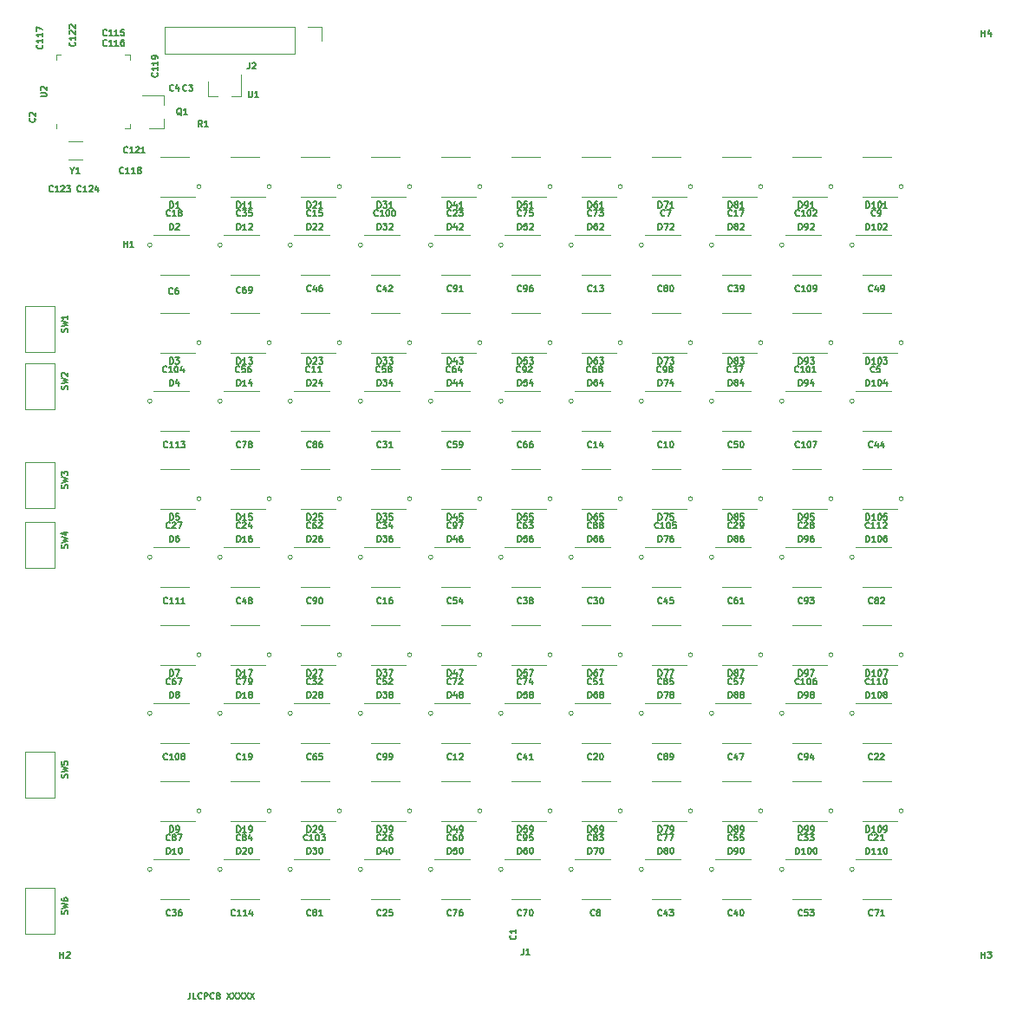
<source format=gbr>
G04 #@! TF.GenerationSoftware,KiCad,Pcbnew,(5.1.4)-1*
G04 #@! TF.CreationDate,2019-12-11T21:26:34-05:00*
G04 #@! TF.ProjectId,main,6d61696e-2e6b-4696-9361-645f70636258,rev?*
G04 #@! TF.SameCoordinates,Original*
G04 #@! TF.FileFunction,Legend,Top*
G04 #@! TF.FilePolarity,Positive*
%FSLAX46Y46*%
G04 Gerber Fmt 4.6, Leading zero omitted, Abs format (unit mm)*
G04 Created by KiCad (PCBNEW (5.1.4)-1) date 2019-12-11 21:26:34*
%MOMM*%
%LPD*%
G04 APERTURE LIST*
%ADD10C,0.130000*%
%ADD11C,0.120000*%
G04 APERTURE END LIST*
D10*
X17245714Y-95491428D02*
X17245714Y-95920000D01*
X17217142Y-96005714D01*
X17160000Y-96062857D01*
X17074285Y-96091428D01*
X17017142Y-96091428D01*
X17817142Y-96091428D02*
X17531428Y-96091428D01*
X17531428Y-95491428D01*
X18360000Y-96034285D02*
X18331428Y-96062857D01*
X18245714Y-96091428D01*
X18188571Y-96091428D01*
X18102857Y-96062857D01*
X18045714Y-96005714D01*
X18017142Y-95948571D01*
X17988571Y-95834285D01*
X17988571Y-95748571D01*
X18017142Y-95634285D01*
X18045714Y-95577142D01*
X18102857Y-95520000D01*
X18188571Y-95491428D01*
X18245714Y-95491428D01*
X18331428Y-95520000D01*
X18360000Y-95548571D01*
X18617142Y-96091428D02*
X18617142Y-95491428D01*
X18845714Y-95491428D01*
X18902857Y-95520000D01*
X18931428Y-95548571D01*
X18960000Y-95605714D01*
X18960000Y-95691428D01*
X18931428Y-95748571D01*
X18902857Y-95777142D01*
X18845714Y-95805714D01*
X18617142Y-95805714D01*
X19560000Y-96034285D02*
X19531428Y-96062857D01*
X19445714Y-96091428D01*
X19388571Y-96091428D01*
X19302857Y-96062857D01*
X19245714Y-96005714D01*
X19217142Y-95948571D01*
X19188571Y-95834285D01*
X19188571Y-95748571D01*
X19217142Y-95634285D01*
X19245714Y-95577142D01*
X19302857Y-95520000D01*
X19388571Y-95491428D01*
X19445714Y-95491428D01*
X19531428Y-95520000D01*
X19560000Y-95548571D01*
X20017142Y-95777142D02*
X20102857Y-95805714D01*
X20131428Y-95834285D01*
X20160000Y-95891428D01*
X20160000Y-95977142D01*
X20131428Y-96034285D01*
X20102857Y-96062857D01*
X20045714Y-96091428D01*
X19817142Y-96091428D01*
X19817142Y-95491428D01*
X20017142Y-95491428D01*
X20074285Y-95520000D01*
X20102857Y-95548571D01*
X20131428Y-95605714D01*
X20131428Y-95662857D01*
X20102857Y-95720000D01*
X20074285Y-95748571D01*
X20017142Y-95777142D01*
X19817142Y-95777142D01*
X20817142Y-95491428D02*
X21217142Y-96091428D01*
X21217142Y-95491428D02*
X20817142Y-96091428D01*
X21388571Y-95491428D02*
X21788571Y-96091428D01*
X21788571Y-95491428D02*
X21388571Y-96091428D01*
X21960000Y-95491428D02*
X22360000Y-96091428D01*
X22360000Y-95491428D02*
X21960000Y-96091428D01*
X22531428Y-95491428D02*
X22931428Y-96091428D01*
X22931428Y-95491428D02*
X22531428Y-96091428D01*
X23102857Y-95491428D02*
X23502857Y-96091428D01*
X23502857Y-95491428D02*
X23102857Y-96091428D01*
D11*
X82074155Y-83440000D02*
G75*
G03X82074155Y-83440000I-206155J0D01*
G01*
X82868000Y-86340000D02*
X85668000Y-86340000D01*
X82268000Y-82440000D02*
X85668000Y-82440000D01*
X86874155Y-77720000D02*
G75*
G03X86874155Y-77720000I-206155J0D01*
G01*
X85668000Y-74820000D02*
X82868000Y-74820000D01*
X86268000Y-78720000D02*
X82868000Y-78720000D01*
X82074155Y-68200000D02*
G75*
G03X82074155Y-68200000I-206155J0D01*
G01*
X82868000Y-71100000D02*
X85668000Y-71100000D01*
X82268000Y-67200000D02*
X85668000Y-67200000D01*
X86874155Y-62480000D02*
G75*
G03X86874155Y-62480000I-206155J0D01*
G01*
X85668000Y-59580000D02*
X82868000Y-59580000D01*
X86268000Y-63480000D02*
X82868000Y-63480000D01*
X82074155Y-52960000D02*
G75*
G03X82074155Y-52960000I-206155J0D01*
G01*
X82868000Y-55860000D02*
X85668000Y-55860000D01*
X82268000Y-51960000D02*
X85668000Y-51960000D01*
X86874155Y-47240000D02*
G75*
G03X86874155Y-47240000I-206155J0D01*
G01*
X85668000Y-44340000D02*
X82868000Y-44340000D01*
X86268000Y-48240000D02*
X82868000Y-48240000D01*
X82074155Y-37720000D02*
G75*
G03X82074155Y-37720000I-206155J0D01*
G01*
X82868000Y-40620000D02*
X85668000Y-40620000D01*
X82268000Y-36720000D02*
X85668000Y-36720000D01*
X86874155Y-32000000D02*
G75*
G03X86874155Y-32000000I-206155J0D01*
G01*
X85668000Y-29100000D02*
X82868000Y-29100000D01*
X86268000Y-33000000D02*
X82868000Y-33000000D01*
X82074155Y-22480000D02*
G75*
G03X82074155Y-22480000I-206155J0D01*
G01*
X82868000Y-25380000D02*
X85668000Y-25380000D01*
X82268000Y-21480000D02*
X85668000Y-21480000D01*
X86874155Y-16760000D02*
G75*
G03X86874155Y-16760000I-206155J0D01*
G01*
X85668000Y-13860000D02*
X82868000Y-13860000D01*
X86268000Y-17760000D02*
X82868000Y-17760000D01*
X75216155Y-83440000D02*
G75*
G03X75216155Y-83440000I-206155J0D01*
G01*
X76010000Y-86340000D02*
X78810000Y-86340000D01*
X75410000Y-82440000D02*
X78810000Y-82440000D01*
X80016155Y-77720000D02*
G75*
G03X80016155Y-77720000I-206155J0D01*
G01*
X78810000Y-74820000D02*
X76010000Y-74820000D01*
X79410000Y-78720000D02*
X76010000Y-78720000D01*
X75216155Y-68200000D02*
G75*
G03X75216155Y-68200000I-206155J0D01*
G01*
X76010000Y-71100000D02*
X78810000Y-71100000D01*
X75410000Y-67200000D02*
X78810000Y-67200000D01*
X80016155Y-62480000D02*
G75*
G03X80016155Y-62480000I-206155J0D01*
G01*
X78810000Y-59580000D02*
X76010000Y-59580000D01*
X79410000Y-63480000D02*
X76010000Y-63480000D01*
X75216155Y-52960000D02*
G75*
G03X75216155Y-52960000I-206155J0D01*
G01*
X76010000Y-55860000D02*
X78810000Y-55860000D01*
X75410000Y-51960000D02*
X78810000Y-51960000D01*
X80016155Y-47240000D02*
G75*
G03X80016155Y-47240000I-206155J0D01*
G01*
X78810000Y-44340000D02*
X76010000Y-44340000D01*
X79410000Y-48240000D02*
X76010000Y-48240000D01*
X75216155Y-37720000D02*
G75*
G03X75216155Y-37720000I-206155J0D01*
G01*
X76010000Y-40620000D02*
X78810000Y-40620000D01*
X75410000Y-36720000D02*
X78810000Y-36720000D01*
X80016155Y-32000000D02*
G75*
G03X80016155Y-32000000I-206155J0D01*
G01*
X78810000Y-29100000D02*
X76010000Y-29100000D01*
X79410000Y-33000000D02*
X76010000Y-33000000D01*
X75216155Y-22480000D02*
G75*
G03X75216155Y-22480000I-206155J0D01*
G01*
X76010000Y-25380000D02*
X78810000Y-25380000D01*
X75410000Y-21480000D02*
X78810000Y-21480000D01*
X80016155Y-16760000D02*
G75*
G03X80016155Y-16760000I-206155J0D01*
G01*
X78810000Y-13860000D02*
X76010000Y-13860000D01*
X79410000Y-17760000D02*
X76010000Y-17760000D01*
X68358155Y-83440000D02*
G75*
G03X68358155Y-83440000I-206155J0D01*
G01*
X69152000Y-86340000D02*
X71952000Y-86340000D01*
X68552000Y-82440000D02*
X71952000Y-82440000D01*
X73158155Y-77720000D02*
G75*
G03X73158155Y-77720000I-206155J0D01*
G01*
X71952000Y-74820000D02*
X69152000Y-74820000D01*
X72552000Y-78720000D02*
X69152000Y-78720000D01*
X68358155Y-68200000D02*
G75*
G03X68358155Y-68200000I-206155J0D01*
G01*
X69152000Y-71100000D02*
X71952000Y-71100000D01*
X68552000Y-67200000D02*
X71952000Y-67200000D01*
X73158155Y-62480000D02*
G75*
G03X73158155Y-62480000I-206155J0D01*
G01*
X71952000Y-59580000D02*
X69152000Y-59580000D01*
X72552000Y-63480000D02*
X69152000Y-63480000D01*
X68358155Y-52960000D02*
G75*
G03X68358155Y-52960000I-206155J0D01*
G01*
X69152000Y-55860000D02*
X71952000Y-55860000D01*
X68552000Y-51960000D02*
X71952000Y-51960000D01*
X73158155Y-47240000D02*
G75*
G03X73158155Y-47240000I-206155J0D01*
G01*
X71952000Y-44340000D02*
X69152000Y-44340000D01*
X72552000Y-48240000D02*
X69152000Y-48240000D01*
X68358155Y-37720000D02*
G75*
G03X68358155Y-37720000I-206155J0D01*
G01*
X69152000Y-40620000D02*
X71952000Y-40620000D01*
X68552000Y-36720000D02*
X71952000Y-36720000D01*
X73158155Y-32000000D02*
G75*
G03X73158155Y-32000000I-206155J0D01*
G01*
X71952000Y-29100000D02*
X69152000Y-29100000D01*
X72552000Y-33000000D02*
X69152000Y-33000000D01*
X68358155Y-22480000D02*
G75*
G03X68358155Y-22480000I-206155J0D01*
G01*
X69152000Y-25380000D02*
X71952000Y-25380000D01*
X68552000Y-21480000D02*
X71952000Y-21480000D01*
X73158155Y-16760000D02*
G75*
G03X73158155Y-16760000I-206155J0D01*
G01*
X71952000Y-13860000D02*
X69152000Y-13860000D01*
X72552000Y-17760000D02*
X69152000Y-17760000D01*
X61500155Y-83440000D02*
G75*
G03X61500155Y-83440000I-206155J0D01*
G01*
X62294000Y-86340000D02*
X65094000Y-86340000D01*
X61694000Y-82440000D02*
X65094000Y-82440000D01*
X66300155Y-77720000D02*
G75*
G03X66300155Y-77720000I-206155J0D01*
G01*
X65094000Y-74820000D02*
X62294000Y-74820000D01*
X65694000Y-78720000D02*
X62294000Y-78720000D01*
X61500155Y-68200000D02*
G75*
G03X61500155Y-68200000I-206155J0D01*
G01*
X62294000Y-71100000D02*
X65094000Y-71100000D01*
X61694000Y-67200000D02*
X65094000Y-67200000D01*
X66300155Y-62480000D02*
G75*
G03X66300155Y-62480000I-206155J0D01*
G01*
X65094000Y-59580000D02*
X62294000Y-59580000D01*
X65694000Y-63480000D02*
X62294000Y-63480000D01*
X61500155Y-52960000D02*
G75*
G03X61500155Y-52960000I-206155J0D01*
G01*
X62294000Y-55860000D02*
X65094000Y-55860000D01*
X61694000Y-51960000D02*
X65094000Y-51960000D01*
X66300155Y-47240000D02*
G75*
G03X66300155Y-47240000I-206155J0D01*
G01*
X65094000Y-44340000D02*
X62294000Y-44340000D01*
X65694000Y-48240000D02*
X62294000Y-48240000D01*
X61500155Y-37720000D02*
G75*
G03X61500155Y-37720000I-206155J0D01*
G01*
X62294000Y-40620000D02*
X65094000Y-40620000D01*
X61694000Y-36720000D02*
X65094000Y-36720000D01*
X66300155Y-32000000D02*
G75*
G03X66300155Y-32000000I-206155J0D01*
G01*
X65094000Y-29100000D02*
X62294000Y-29100000D01*
X65694000Y-33000000D02*
X62294000Y-33000000D01*
X61500155Y-22480000D02*
G75*
G03X61500155Y-22480000I-206155J0D01*
G01*
X62294000Y-25380000D02*
X65094000Y-25380000D01*
X61694000Y-21480000D02*
X65094000Y-21480000D01*
X66300155Y-16760000D02*
G75*
G03X66300155Y-16760000I-206155J0D01*
G01*
X65094000Y-13860000D02*
X62294000Y-13860000D01*
X65694000Y-17760000D02*
X62294000Y-17760000D01*
X54642155Y-83440000D02*
G75*
G03X54642155Y-83440000I-206155J0D01*
G01*
X55436000Y-86340000D02*
X58236000Y-86340000D01*
X54836000Y-82440000D02*
X58236000Y-82440000D01*
X59442155Y-77720000D02*
G75*
G03X59442155Y-77720000I-206155J0D01*
G01*
X58236000Y-74820000D02*
X55436000Y-74820000D01*
X58836000Y-78720000D02*
X55436000Y-78720000D01*
X54642155Y-68200000D02*
G75*
G03X54642155Y-68200000I-206155J0D01*
G01*
X55436000Y-71100000D02*
X58236000Y-71100000D01*
X54836000Y-67200000D02*
X58236000Y-67200000D01*
X59442155Y-62480000D02*
G75*
G03X59442155Y-62480000I-206155J0D01*
G01*
X58236000Y-59580000D02*
X55436000Y-59580000D01*
X58836000Y-63480000D02*
X55436000Y-63480000D01*
X54642155Y-52960000D02*
G75*
G03X54642155Y-52960000I-206155J0D01*
G01*
X55436000Y-55860000D02*
X58236000Y-55860000D01*
X54836000Y-51960000D02*
X58236000Y-51960000D01*
X59442155Y-47240000D02*
G75*
G03X59442155Y-47240000I-206155J0D01*
G01*
X58236000Y-44340000D02*
X55436000Y-44340000D01*
X58836000Y-48240000D02*
X55436000Y-48240000D01*
X54642155Y-37720000D02*
G75*
G03X54642155Y-37720000I-206155J0D01*
G01*
X55436000Y-40620000D02*
X58236000Y-40620000D01*
X54836000Y-36720000D02*
X58236000Y-36720000D01*
X59442155Y-32000000D02*
G75*
G03X59442155Y-32000000I-206155J0D01*
G01*
X58236000Y-29100000D02*
X55436000Y-29100000D01*
X58836000Y-33000000D02*
X55436000Y-33000000D01*
X54642155Y-22480000D02*
G75*
G03X54642155Y-22480000I-206155J0D01*
G01*
X55436000Y-25380000D02*
X58236000Y-25380000D01*
X54836000Y-21480000D02*
X58236000Y-21480000D01*
X59442155Y-16760000D02*
G75*
G03X59442155Y-16760000I-206155J0D01*
G01*
X58236000Y-13860000D02*
X55436000Y-13860000D01*
X58836000Y-17760000D02*
X55436000Y-17760000D01*
X47784155Y-83440000D02*
G75*
G03X47784155Y-83440000I-206155J0D01*
G01*
X48578000Y-86340000D02*
X51378000Y-86340000D01*
X47978000Y-82440000D02*
X51378000Y-82440000D01*
X52584155Y-77720000D02*
G75*
G03X52584155Y-77720000I-206155J0D01*
G01*
X51378000Y-74820000D02*
X48578000Y-74820000D01*
X51978000Y-78720000D02*
X48578000Y-78720000D01*
X47784155Y-68200000D02*
G75*
G03X47784155Y-68200000I-206155J0D01*
G01*
X48578000Y-71100000D02*
X51378000Y-71100000D01*
X47978000Y-67200000D02*
X51378000Y-67200000D01*
X52584155Y-62480000D02*
G75*
G03X52584155Y-62480000I-206155J0D01*
G01*
X51378000Y-59580000D02*
X48578000Y-59580000D01*
X51978000Y-63480000D02*
X48578000Y-63480000D01*
X47784155Y-52960000D02*
G75*
G03X47784155Y-52960000I-206155J0D01*
G01*
X48578000Y-55860000D02*
X51378000Y-55860000D01*
X47978000Y-51960000D02*
X51378000Y-51960000D01*
X52584155Y-47240000D02*
G75*
G03X52584155Y-47240000I-206155J0D01*
G01*
X51378000Y-44340000D02*
X48578000Y-44340000D01*
X51978000Y-48240000D02*
X48578000Y-48240000D01*
X47784155Y-37720000D02*
G75*
G03X47784155Y-37720000I-206155J0D01*
G01*
X48578000Y-40620000D02*
X51378000Y-40620000D01*
X47978000Y-36720000D02*
X51378000Y-36720000D01*
X52584155Y-32000000D02*
G75*
G03X52584155Y-32000000I-206155J0D01*
G01*
X51378000Y-29100000D02*
X48578000Y-29100000D01*
X51978000Y-33000000D02*
X48578000Y-33000000D01*
X47784155Y-22480000D02*
G75*
G03X47784155Y-22480000I-206155J0D01*
G01*
X48578000Y-25380000D02*
X51378000Y-25380000D01*
X47978000Y-21480000D02*
X51378000Y-21480000D01*
X52584155Y-16760000D02*
G75*
G03X52584155Y-16760000I-206155J0D01*
G01*
X51378000Y-13860000D02*
X48578000Y-13860000D01*
X51978000Y-17760000D02*
X48578000Y-17760000D01*
X40926155Y-83440000D02*
G75*
G03X40926155Y-83440000I-206155J0D01*
G01*
X41720000Y-86340000D02*
X44520000Y-86340000D01*
X41120000Y-82440000D02*
X44520000Y-82440000D01*
X45726155Y-77720000D02*
G75*
G03X45726155Y-77720000I-206155J0D01*
G01*
X44520000Y-74820000D02*
X41720000Y-74820000D01*
X45120000Y-78720000D02*
X41720000Y-78720000D01*
X40926155Y-68200000D02*
G75*
G03X40926155Y-68200000I-206155J0D01*
G01*
X41720000Y-71100000D02*
X44520000Y-71100000D01*
X41120000Y-67200000D02*
X44520000Y-67200000D01*
X45726155Y-62480000D02*
G75*
G03X45726155Y-62480000I-206155J0D01*
G01*
X44520000Y-59580000D02*
X41720000Y-59580000D01*
X45120000Y-63480000D02*
X41720000Y-63480000D01*
X40926155Y-52960000D02*
G75*
G03X40926155Y-52960000I-206155J0D01*
G01*
X41720000Y-55860000D02*
X44520000Y-55860000D01*
X41120000Y-51960000D02*
X44520000Y-51960000D01*
X45726155Y-47240000D02*
G75*
G03X45726155Y-47240000I-206155J0D01*
G01*
X44520000Y-44340000D02*
X41720000Y-44340000D01*
X45120000Y-48240000D02*
X41720000Y-48240000D01*
X40926155Y-37720000D02*
G75*
G03X40926155Y-37720000I-206155J0D01*
G01*
X41720000Y-40620000D02*
X44520000Y-40620000D01*
X41120000Y-36720000D02*
X44520000Y-36720000D01*
X45726155Y-32000000D02*
G75*
G03X45726155Y-32000000I-206155J0D01*
G01*
X44520000Y-29100000D02*
X41720000Y-29100000D01*
X45120000Y-33000000D02*
X41720000Y-33000000D01*
X40926155Y-22480000D02*
G75*
G03X40926155Y-22480000I-206155J0D01*
G01*
X41720000Y-25380000D02*
X44520000Y-25380000D01*
X41120000Y-21480000D02*
X44520000Y-21480000D01*
X45726155Y-16760000D02*
G75*
G03X45726155Y-16760000I-206155J0D01*
G01*
X44520000Y-13860000D02*
X41720000Y-13860000D01*
X45120000Y-17760000D02*
X41720000Y-17760000D01*
X34068155Y-83440000D02*
G75*
G03X34068155Y-83440000I-206155J0D01*
G01*
X34862000Y-86340000D02*
X37662000Y-86340000D01*
X34262000Y-82440000D02*
X37662000Y-82440000D01*
X38868155Y-77720000D02*
G75*
G03X38868155Y-77720000I-206155J0D01*
G01*
X37662000Y-74820000D02*
X34862000Y-74820000D01*
X38262000Y-78720000D02*
X34862000Y-78720000D01*
X34068155Y-68200000D02*
G75*
G03X34068155Y-68200000I-206155J0D01*
G01*
X34862000Y-71100000D02*
X37662000Y-71100000D01*
X34262000Y-67200000D02*
X37662000Y-67200000D01*
X38868155Y-62480000D02*
G75*
G03X38868155Y-62480000I-206155J0D01*
G01*
X37662000Y-59580000D02*
X34862000Y-59580000D01*
X38262000Y-63480000D02*
X34862000Y-63480000D01*
X34068155Y-52960000D02*
G75*
G03X34068155Y-52960000I-206155J0D01*
G01*
X34862000Y-55860000D02*
X37662000Y-55860000D01*
X34262000Y-51960000D02*
X37662000Y-51960000D01*
X38868155Y-47240000D02*
G75*
G03X38868155Y-47240000I-206155J0D01*
G01*
X37662000Y-44340000D02*
X34862000Y-44340000D01*
X38262000Y-48240000D02*
X34862000Y-48240000D01*
X34068155Y-37720000D02*
G75*
G03X34068155Y-37720000I-206155J0D01*
G01*
X34862000Y-40620000D02*
X37662000Y-40620000D01*
X34262000Y-36720000D02*
X37662000Y-36720000D01*
X38868155Y-32000000D02*
G75*
G03X38868155Y-32000000I-206155J0D01*
G01*
X37662000Y-29100000D02*
X34862000Y-29100000D01*
X38262000Y-33000000D02*
X34862000Y-33000000D01*
X34068155Y-22480000D02*
G75*
G03X34068155Y-22480000I-206155J0D01*
G01*
X34862000Y-25380000D02*
X37662000Y-25380000D01*
X34262000Y-21480000D02*
X37662000Y-21480000D01*
X38868155Y-16760000D02*
G75*
G03X38868155Y-16760000I-206155J0D01*
G01*
X37662000Y-13860000D02*
X34862000Y-13860000D01*
X38262000Y-17760000D02*
X34862000Y-17760000D01*
X27210155Y-83440000D02*
G75*
G03X27210155Y-83440000I-206155J0D01*
G01*
X28004000Y-86340000D02*
X30804000Y-86340000D01*
X27404000Y-82440000D02*
X30804000Y-82440000D01*
X32010155Y-77720000D02*
G75*
G03X32010155Y-77720000I-206155J0D01*
G01*
X30804000Y-74820000D02*
X28004000Y-74820000D01*
X31404000Y-78720000D02*
X28004000Y-78720000D01*
X27210155Y-68200000D02*
G75*
G03X27210155Y-68200000I-206155J0D01*
G01*
X28004000Y-71100000D02*
X30804000Y-71100000D01*
X27404000Y-67200000D02*
X30804000Y-67200000D01*
X32010155Y-62480000D02*
G75*
G03X32010155Y-62480000I-206155J0D01*
G01*
X30804000Y-59580000D02*
X28004000Y-59580000D01*
X31404000Y-63480000D02*
X28004000Y-63480000D01*
X27210155Y-52960000D02*
G75*
G03X27210155Y-52960000I-206155J0D01*
G01*
X28004000Y-55860000D02*
X30804000Y-55860000D01*
X27404000Y-51960000D02*
X30804000Y-51960000D01*
X32010155Y-47240000D02*
G75*
G03X32010155Y-47240000I-206155J0D01*
G01*
X30804000Y-44340000D02*
X28004000Y-44340000D01*
X31404000Y-48240000D02*
X28004000Y-48240000D01*
X27210155Y-37720000D02*
G75*
G03X27210155Y-37720000I-206155J0D01*
G01*
X28004000Y-40620000D02*
X30804000Y-40620000D01*
X27404000Y-36720000D02*
X30804000Y-36720000D01*
X32010155Y-32000000D02*
G75*
G03X32010155Y-32000000I-206155J0D01*
G01*
X30804000Y-29100000D02*
X28004000Y-29100000D01*
X31404000Y-33000000D02*
X28004000Y-33000000D01*
X27210155Y-22480000D02*
G75*
G03X27210155Y-22480000I-206155J0D01*
G01*
X28004000Y-25380000D02*
X30804000Y-25380000D01*
X27404000Y-21480000D02*
X30804000Y-21480000D01*
X32010155Y-16760000D02*
G75*
G03X32010155Y-16760000I-206155J0D01*
G01*
X30804000Y-13860000D02*
X28004000Y-13860000D01*
X31404000Y-17760000D02*
X28004000Y-17760000D01*
X20352155Y-83440000D02*
G75*
G03X20352155Y-83440000I-206155J0D01*
G01*
X21146000Y-86340000D02*
X23946000Y-86340000D01*
X20546000Y-82440000D02*
X23946000Y-82440000D01*
X25152155Y-77720000D02*
G75*
G03X25152155Y-77720000I-206155J0D01*
G01*
X23946000Y-74820000D02*
X21146000Y-74820000D01*
X24546000Y-78720000D02*
X21146000Y-78720000D01*
X20352155Y-68200000D02*
G75*
G03X20352155Y-68200000I-206155J0D01*
G01*
X21146000Y-71100000D02*
X23946000Y-71100000D01*
X20546000Y-67200000D02*
X23946000Y-67200000D01*
X25152155Y-62480000D02*
G75*
G03X25152155Y-62480000I-206155J0D01*
G01*
X23946000Y-59580000D02*
X21146000Y-59580000D01*
X24546000Y-63480000D02*
X21146000Y-63480000D01*
X20352155Y-52960000D02*
G75*
G03X20352155Y-52960000I-206155J0D01*
G01*
X21146000Y-55860000D02*
X23946000Y-55860000D01*
X20546000Y-51960000D02*
X23946000Y-51960000D01*
X25152155Y-47240000D02*
G75*
G03X25152155Y-47240000I-206155J0D01*
G01*
X23946000Y-44340000D02*
X21146000Y-44340000D01*
X24546000Y-48240000D02*
X21146000Y-48240000D01*
X20352155Y-37720000D02*
G75*
G03X20352155Y-37720000I-206155J0D01*
G01*
X21146000Y-40620000D02*
X23946000Y-40620000D01*
X20546000Y-36720000D02*
X23946000Y-36720000D01*
X25152155Y-32000000D02*
G75*
G03X25152155Y-32000000I-206155J0D01*
G01*
X23946000Y-29100000D02*
X21146000Y-29100000D01*
X24546000Y-33000000D02*
X21146000Y-33000000D01*
X20352155Y-22480000D02*
G75*
G03X20352155Y-22480000I-206155J0D01*
G01*
X21146000Y-25380000D02*
X23946000Y-25380000D01*
X20546000Y-21480000D02*
X23946000Y-21480000D01*
X25152155Y-16760000D02*
G75*
G03X25152155Y-16760000I-206155J0D01*
G01*
X23946000Y-13860000D02*
X21146000Y-13860000D01*
X24546000Y-17760000D02*
X21146000Y-17760000D01*
X13494155Y-83440000D02*
G75*
G03X13494155Y-83440000I-206155J0D01*
G01*
X14288000Y-86340000D02*
X17088000Y-86340000D01*
X13688000Y-82440000D02*
X17088000Y-82440000D01*
X18294155Y-77720000D02*
G75*
G03X18294155Y-77720000I-206155J0D01*
G01*
X17088000Y-74820000D02*
X14288000Y-74820000D01*
X17688000Y-78720000D02*
X14288000Y-78720000D01*
X13494155Y-68200000D02*
G75*
G03X13494155Y-68200000I-206155J0D01*
G01*
X14288000Y-71100000D02*
X17088000Y-71100000D01*
X13688000Y-67200000D02*
X17088000Y-67200000D01*
X18294155Y-62480000D02*
G75*
G03X18294155Y-62480000I-206155J0D01*
G01*
X17088000Y-59580000D02*
X14288000Y-59580000D01*
X17688000Y-63480000D02*
X14288000Y-63480000D01*
X13494155Y-52960000D02*
G75*
G03X13494155Y-52960000I-206155J0D01*
G01*
X14288000Y-55860000D02*
X17088000Y-55860000D01*
X13688000Y-51960000D02*
X17088000Y-51960000D01*
X18294155Y-47240000D02*
G75*
G03X18294155Y-47240000I-206155J0D01*
G01*
X17088000Y-44340000D02*
X14288000Y-44340000D01*
X17688000Y-48240000D02*
X14288000Y-48240000D01*
X13494155Y-37720000D02*
G75*
G03X13494155Y-37720000I-206155J0D01*
G01*
X14288000Y-40620000D02*
X17088000Y-40620000D01*
X13688000Y-36720000D02*
X17088000Y-36720000D01*
X18294155Y-32000000D02*
G75*
G03X18294155Y-32000000I-206155J0D01*
G01*
X17088000Y-29100000D02*
X14288000Y-29100000D01*
X17688000Y-33000000D02*
X14288000Y-33000000D01*
X13494155Y-22480000D02*
G75*
G03X13494155Y-22480000I-206155J0D01*
G01*
X14288000Y-25380000D02*
X17088000Y-25380000D01*
X13688000Y-21480000D02*
X17088000Y-21480000D01*
X18294155Y-16760000D02*
G75*
G03X18294155Y-16760000I-206155J0D01*
G01*
X17088000Y-13860000D02*
X14288000Y-13860000D01*
X17688000Y-17760000D02*
X14288000Y-17760000D01*
X14670000Y-11040000D02*
X13210000Y-11040000D01*
X14670000Y-7880000D02*
X12510000Y-7880000D01*
X14670000Y-7880000D02*
X14670000Y-8810000D01*
X14670000Y-11040000D02*
X14670000Y-10110000D01*
X19020000Y-7960000D02*
X19020000Y-6500000D01*
X22180000Y-7960000D02*
X22180000Y-5800000D01*
X22180000Y-7960000D02*
X21250000Y-7960000D01*
X19020000Y-7960000D02*
X19950000Y-7960000D01*
X30080000Y-1170000D02*
X30080000Y-2500000D01*
X28750000Y-1170000D02*
X30080000Y-1170000D01*
X27480000Y-1170000D02*
X27480000Y-3830000D01*
X27480000Y-3830000D02*
X14720000Y-3830000D01*
X27480000Y-1170000D02*
X14720000Y-1170000D01*
X14720000Y-1170000D02*
X14720000Y-3830000D01*
X6675000Y-14125000D02*
X5325000Y-14125000D01*
X6675000Y-12375000D02*
X5325000Y-12375000D01*
X1088000Y-89750000D02*
X1088000Y-85250000D01*
X3988000Y-89750000D02*
X1088000Y-89750000D01*
X3988000Y-85250000D02*
X1088000Y-85250000D01*
X3988000Y-89750000D02*
X3988000Y-85250000D01*
X1088000Y-76418000D02*
X1088000Y-71918000D01*
X3988000Y-76418000D02*
X1088000Y-76418000D01*
X3988000Y-71918000D02*
X1088000Y-71918000D01*
X3988000Y-76418000D02*
X3988000Y-71918000D01*
X1088000Y-54004000D02*
X1088000Y-49504000D01*
X3988000Y-54004000D02*
X1088000Y-54004000D01*
X3988000Y-49504000D02*
X1088000Y-49504000D01*
X3988000Y-54004000D02*
X3988000Y-49504000D01*
X1088000Y-48162000D02*
X1088000Y-43662000D01*
X3988000Y-48162000D02*
X1088000Y-48162000D01*
X3988000Y-43662000D02*
X1088000Y-43662000D01*
X3988000Y-48162000D02*
X3988000Y-43662000D01*
X1088000Y-38490000D02*
X1088000Y-33990000D01*
X3988000Y-38490000D02*
X1088000Y-38490000D01*
X3988000Y-33990000D02*
X1088000Y-33990000D01*
X3988000Y-38490000D02*
X3988000Y-33990000D01*
X1088000Y-32902000D02*
X1088000Y-28402000D01*
X3988000Y-32902000D02*
X1088000Y-32902000D01*
X3988000Y-28402000D02*
X1088000Y-28402000D01*
X3988000Y-32902000D02*
X3988000Y-28402000D01*
X4140000Y-10635000D02*
X4140000Y-11110000D01*
X11360000Y-3890000D02*
X10885000Y-3890000D01*
X11360000Y-4365000D02*
X11360000Y-3890000D01*
X11360000Y-11110000D02*
X10885000Y-11110000D01*
X11360000Y-10635000D02*
X11360000Y-11110000D01*
X4140000Y-3890000D02*
X4615000Y-3890000D01*
X4140000Y-4365000D02*
X4140000Y-3890000D01*
D10*
X83253714Y-81911428D02*
X83253714Y-81311428D01*
X83396571Y-81311428D01*
X83482285Y-81340000D01*
X83539428Y-81397142D01*
X83568000Y-81454285D01*
X83596571Y-81568571D01*
X83596571Y-81654285D01*
X83568000Y-81768571D01*
X83539428Y-81825714D01*
X83482285Y-81882857D01*
X83396571Y-81911428D01*
X83253714Y-81911428D01*
X84168000Y-81911428D02*
X83825142Y-81911428D01*
X83996571Y-81911428D02*
X83996571Y-81311428D01*
X83939428Y-81397142D01*
X83882285Y-81454285D01*
X83825142Y-81482857D01*
X84739428Y-81911428D02*
X84396571Y-81911428D01*
X84568000Y-81911428D02*
X84568000Y-81311428D01*
X84510857Y-81397142D01*
X84453714Y-81454285D01*
X84396571Y-81482857D01*
X85110857Y-81311428D02*
X85168000Y-81311428D01*
X85225142Y-81340000D01*
X85253714Y-81368571D01*
X85282285Y-81425714D01*
X85310857Y-81540000D01*
X85310857Y-81682857D01*
X85282285Y-81797142D01*
X85253714Y-81854285D01*
X85225142Y-81882857D01*
X85168000Y-81911428D01*
X85110857Y-81911428D01*
X85053714Y-81882857D01*
X85025142Y-81854285D01*
X84996571Y-81797142D01*
X84968000Y-81682857D01*
X84968000Y-81540000D01*
X84996571Y-81425714D01*
X85025142Y-81368571D01*
X85053714Y-81340000D01*
X85110857Y-81311428D01*
X83253714Y-79791428D02*
X83253714Y-79191428D01*
X83396571Y-79191428D01*
X83482285Y-79220000D01*
X83539428Y-79277142D01*
X83568000Y-79334285D01*
X83596571Y-79448571D01*
X83596571Y-79534285D01*
X83568000Y-79648571D01*
X83539428Y-79705714D01*
X83482285Y-79762857D01*
X83396571Y-79791428D01*
X83253714Y-79791428D01*
X84168000Y-79791428D02*
X83825142Y-79791428D01*
X83996571Y-79791428D02*
X83996571Y-79191428D01*
X83939428Y-79277142D01*
X83882285Y-79334285D01*
X83825142Y-79362857D01*
X84539428Y-79191428D02*
X84596571Y-79191428D01*
X84653714Y-79220000D01*
X84682285Y-79248571D01*
X84710857Y-79305714D01*
X84739428Y-79420000D01*
X84739428Y-79562857D01*
X84710857Y-79677142D01*
X84682285Y-79734285D01*
X84653714Y-79762857D01*
X84596571Y-79791428D01*
X84539428Y-79791428D01*
X84482285Y-79762857D01*
X84453714Y-79734285D01*
X84425142Y-79677142D01*
X84396571Y-79562857D01*
X84396571Y-79420000D01*
X84425142Y-79305714D01*
X84453714Y-79248571D01*
X84482285Y-79220000D01*
X84539428Y-79191428D01*
X85025142Y-79791428D02*
X85139428Y-79791428D01*
X85196571Y-79762857D01*
X85225142Y-79734285D01*
X85282285Y-79648571D01*
X85310857Y-79534285D01*
X85310857Y-79305714D01*
X85282285Y-79248571D01*
X85253714Y-79220000D01*
X85196571Y-79191428D01*
X85082285Y-79191428D01*
X85025142Y-79220000D01*
X84996571Y-79248571D01*
X84968000Y-79305714D01*
X84968000Y-79448571D01*
X84996571Y-79505714D01*
X85025142Y-79534285D01*
X85082285Y-79562857D01*
X85196571Y-79562857D01*
X85253714Y-79534285D01*
X85282285Y-79505714D01*
X85310857Y-79448571D01*
X83253714Y-66671428D02*
X83253714Y-66071428D01*
X83396571Y-66071428D01*
X83482285Y-66100000D01*
X83539428Y-66157142D01*
X83568000Y-66214285D01*
X83596571Y-66328571D01*
X83596571Y-66414285D01*
X83568000Y-66528571D01*
X83539428Y-66585714D01*
X83482285Y-66642857D01*
X83396571Y-66671428D01*
X83253714Y-66671428D01*
X84168000Y-66671428D02*
X83825142Y-66671428D01*
X83996571Y-66671428D02*
X83996571Y-66071428D01*
X83939428Y-66157142D01*
X83882285Y-66214285D01*
X83825142Y-66242857D01*
X84539428Y-66071428D02*
X84596571Y-66071428D01*
X84653714Y-66100000D01*
X84682285Y-66128571D01*
X84710857Y-66185714D01*
X84739428Y-66300000D01*
X84739428Y-66442857D01*
X84710857Y-66557142D01*
X84682285Y-66614285D01*
X84653714Y-66642857D01*
X84596571Y-66671428D01*
X84539428Y-66671428D01*
X84482285Y-66642857D01*
X84453714Y-66614285D01*
X84425142Y-66557142D01*
X84396571Y-66442857D01*
X84396571Y-66300000D01*
X84425142Y-66185714D01*
X84453714Y-66128571D01*
X84482285Y-66100000D01*
X84539428Y-66071428D01*
X85082285Y-66328571D02*
X85025142Y-66300000D01*
X84996571Y-66271428D01*
X84968000Y-66214285D01*
X84968000Y-66185714D01*
X84996571Y-66128571D01*
X85025142Y-66100000D01*
X85082285Y-66071428D01*
X85196571Y-66071428D01*
X85253714Y-66100000D01*
X85282285Y-66128571D01*
X85310857Y-66185714D01*
X85310857Y-66214285D01*
X85282285Y-66271428D01*
X85253714Y-66300000D01*
X85196571Y-66328571D01*
X85082285Y-66328571D01*
X85025142Y-66357142D01*
X84996571Y-66385714D01*
X84968000Y-66442857D01*
X84968000Y-66557142D01*
X84996571Y-66614285D01*
X85025142Y-66642857D01*
X85082285Y-66671428D01*
X85196571Y-66671428D01*
X85253714Y-66642857D01*
X85282285Y-66614285D01*
X85310857Y-66557142D01*
X85310857Y-66442857D01*
X85282285Y-66385714D01*
X85253714Y-66357142D01*
X85196571Y-66328571D01*
X83253714Y-64551428D02*
X83253714Y-63951428D01*
X83396571Y-63951428D01*
X83482285Y-63980000D01*
X83539428Y-64037142D01*
X83568000Y-64094285D01*
X83596571Y-64208571D01*
X83596571Y-64294285D01*
X83568000Y-64408571D01*
X83539428Y-64465714D01*
X83482285Y-64522857D01*
X83396571Y-64551428D01*
X83253714Y-64551428D01*
X84168000Y-64551428D02*
X83825142Y-64551428D01*
X83996571Y-64551428D02*
X83996571Y-63951428D01*
X83939428Y-64037142D01*
X83882285Y-64094285D01*
X83825142Y-64122857D01*
X84539428Y-63951428D02*
X84596571Y-63951428D01*
X84653714Y-63980000D01*
X84682285Y-64008571D01*
X84710857Y-64065714D01*
X84739428Y-64180000D01*
X84739428Y-64322857D01*
X84710857Y-64437142D01*
X84682285Y-64494285D01*
X84653714Y-64522857D01*
X84596571Y-64551428D01*
X84539428Y-64551428D01*
X84482285Y-64522857D01*
X84453714Y-64494285D01*
X84425142Y-64437142D01*
X84396571Y-64322857D01*
X84396571Y-64180000D01*
X84425142Y-64065714D01*
X84453714Y-64008571D01*
X84482285Y-63980000D01*
X84539428Y-63951428D01*
X84939428Y-63951428D02*
X85339428Y-63951428D01*
X85082285Y-64551428D01*
X83253714Y-51431428D02*
X83253714Y-50831428D01*
X83396571Y-50831428D01*
X83482285Y-50860000D01*
X83539428Y-50917142D01*
X83568000Y-50974285D01*
X83596571Y-51088571D01*
X83596571Y-51174285D01*
X83568000Y-51288571D01*
X83539428Y-51345714D01*
X83482285Y-51402857D01*
X83396571Y-51431428D01*
X83253714Y-51431428D01*
X84168000Y-51431428D02*
X83825142Y-51431428D01*
X83996571Y-51431428D02*
X83996571Y-50831428D01*
X83939428Y-50917142D01*
X83882285Y-50974285D01*
X83825142Y-51002857D01*
X84539428Y-50831428D02*
X84596571Y-50831428D01*
X84653714Y-50860000D01*
X84682285Y-50888571D01*
X84710857Y-50945714D01*
X84739428Y-51060000D01*
X84739428Y-51202857D01*
X84710857Y-51317142D01*
X84682285Y-51374285D01*
X84653714Y-51402857D01*
X84596571Y-51431428D01*
X84539428Y-51431428D01*
X84482285Y-51402857D01*
X84453714Y-51374285D01*
X84425142Y-51317142D01*
X84396571Y-51202857D01*
X84396571Y-51060000D01*
X84425142Y-50945714D01*
X84453714Y-50888571D01*
X84482285Y-50860000D01*
X84539428Y-50831428D01*
X85253714Y-50831428D02*
X85139428Y-50831428D01*
X85082285Y-50860000D01*
X85053714Y-50888571D01*
X84996571Y-50974285D01*
X84968000Y-51088571D01*
X84968000Y-51317142D01*
X84996571Y-51374285D01*
X85025142Y-51402857D01*
X85082285Y-51431428D01*
X85196571Y-51431428D01*
X85253714Y-51402857D01*
X85282285Y-51374285D01*
X85310857Y-51317142D01*
X85310857Y-51174285D01*
X85282285Y-51117142D01*
X85253714Y-51088571D01*
X85196571Y-51060000D01*
X85082285Y-51060000D01*
X85025142Y-51088571D01*
X84996571Y-51117142D01*
X84968000Y-51174285D01*
X83253714Y-49311428D02*
X83253714Y-48711428D01*
X83396571Y-48711428D01*
X83482285Y-48740000D01*
X83539428Y-48797142D01*
X83568000Y-48854285D01*
X83596571Y-48968571D01*
X83596571Y-49054285D01*
X83568000Y-49168571D01*
X83539428Y-49225714D01*
X83482285Y-49282857D01*
X83396571Y-49311428D01*
X83253714Y-49311428D01*
X84168000Y-49311428D02*
X83825142Y-49311428D01*
X83996571Y-49311428D02*
X83996571Y-48711428D01*
X83939428Y-48797142D01*
X83882285Y-48854285D01*
X83825142Y-48882857D01*
X84539428Y-48711428D02*
X84596571Y-48711428D01*
X84653714Y-48740000D01*
X84682285Y-48768571D01*
X84710857Y-48825714D01*
X84739428Y-48940000D01*
X84739428Y-49082857D01*
X84710857Y-49197142D01*
X84682285Y-49254285D01*
X84653714Y-49282857D01*
X84596571Y-49311428D01*
X84539428Y-49311428D01*
X84482285Y-49282857D01*
X84453714Y-49254285D01*
X84425142Y-49197142D01*
X84396571Y-49082857D01*
X84396571Y-48940000D01*
X84425142Y-48825714D01*
X84453714Y-48768571D01*
X84482285Y-48740000D01*
X84539428Y-48711428D01*
X85282285Y-48711428D02*
X84996571Y-48711428D01*
X84968000Y-48997142D01*
X84996571Y-48968571D01*
X85053714Y-48940000D01*
X85196571Y-48940000D01*
X85253714Y-48968571D01*
X85282285Y-48997142D01*
X85310857Y-49054285D01*
X85310857Y-49197142D01*
X85282285Y-49254285D01*
X85253714Y-49282857D01*
X85196571Y-49311428D01*
X85053714Y-49311428D01*
X84996571Y-49282857D01*
X84968000Y-49254285D01*
X83253714Y-36191428D02*
X83253714Y-35591428D01*
X83396571Y-35591428D01*
X83482285Y-35620000D01*
X83539428Y-35677142D01*
X83568000Y-35734285D01*
X83596571Y-35848571D01*
X83596571Y-35934285D01*
X83568000Y-36048571D01*
X83539428Y-36105714D01*
X83482285Y-36162857D01*
X83396571Y-36191428D01*
X83253714Y-36191428D01*
X84168000Y-36191428D02*
X83825142Y-36191428D01*
X83996571Y-36191428D02*
X83996571Y-35591428D01*
X83939428Y-35677142D01*
X83882285Y-35734285D01*
X83825142Y-35762857D01*
X84539428Y-35591428D02*
X84596571Y-35591428D01*
X84653714Y-35620000D01*
X84682285Y-35648571D01*
X84710857Y-35705714D01*
X84739428Y-35820000D01*
X84739428Y-35962857D01*
X84710857Y-36077142D01*
X84682285Y-36134285D01*
X84653714Y-36162857D01*
X84596571Y-36191428D01*
X84539428Y-36191428D01*
X84482285Y-36162857D01*
X84453714Y-36134285D01*
X84425142Y-36077142D01*
X84396571Y-35962857D01*
X84396571Y-35820000D01*
X84425142Y-35705714D01*
X84453714Y-35648571D01*
X84482285Y-35620000D01*
X84539428Y-35591428D01*
X85253714Y-35791428D02*
X85253714Y-36191428D01*
X85110857Y-35562857D02*
X84968000Y-35991428D01*
X85339428Y-35991428D01*
X83253714Y-34071428D02*
X83253714Y-33471428D01*
X83396571Y-33471428D01*
X83482285Y-33500000D01*
X83539428Y-33557142D01*
X83568000Y-33614285D01*
X83596571Y-33728571D01*
X83596571Y-33814285D01*
X83568000Y-33928571D01*
X83539428Y-33985714D01*
X83482285Y-34042857D01*
X83396571Y-34071428D01*
X83253714Y-34071428D01*
X84168000Y-34071428D02*
X83825142Y-34071428D01*
X83996571Y-34071428D02*
X83996571Y-33471428D01*
X83939428Y-33557142D01*
X83882285Y-33614285D01*
X83825142Y-33642857D01*
X84539428Y-33471428D02*
X84596571Y-33471428D01*
X84653714Y-33500000D01*
X84682285Y-33528571D01*
X84710857Y-33585714D01*
X84739428Y-33700000D01*
X84739428Y-33842857D01*
X84710857Y-33957142D01*
X84682285Y-34014285D01*
X84653714Y-34042857D01*
X84596571Y-34071428D01*
X84539428Y-34071428D01*
X84482285Y-34042857D01*
X84453714Y-34014285D01*
X84425142Y-33957142D01*
X84396571Y-33842857D01*
X84396571Y-33700000D01*
X84425142Y-33585714D01*
X84453714Y-33528571D01*
X84482285Y-33500000D01*
X84539428Y-33471428D01*
X84939428Y-33471428D02*
X85310857Y-33471428D01*
X85110857Y-33700000D01*
X85196571Y-33700000D01*
X85253714Y-33728571D01*
X85282285Y-33757142D01*
X85310857Y-33814285D01*
X85310857Y-33957142D01*
X85282285Y-34014285D01*
X85253714Y-34042857D01*
X85196571Y-34071428D01*
X85025142Y-34071428D01*
X84968000Y-34042857D01*
X84939428Y-34014285D01*
X83253714Y-20951428D02*
X83253714Y-20351428D01*
X83396571Y-20351428D01*
X83482285Y-20380000D01*
X83539428Y-20437142D01*
X83568000Y-20494285D01*
X83596571Y-20608571D01*
X83596571Y-20694285D01*
X83568000Y-20808571D01*
X83539428Y-20865714D01*
X83482285Y-20922857D01*
X83396571Y-20951428D01*
X83253714Y-20951428D01*
X84168000Y-20951428D02*
X83825142Y-20951428D01*
X83996571Y-20951428D02*
X83996571Y-20351428D01*
X83939428Y-20437142D01*
X83882285Y-20494285D01*
X83825142Y-20522857D01*
X84539428Y-20351428D02*
X84596571Y-20351428D01*
X84653714Y-20380000D01*
X84682285Y-20408571D01*
X84710857Y-20465714D01*
X84739428Y-20580000D01*
X84739428Y-20722857D01*
X84710857Y-20837142D01*
X84682285Y-20894285D01*
X84653714Y-20922857D01*
X84596571Y-20951428D01*
X84539428Y-20951428D01*
X84482285Y-20922857D01*
X84453714Y-20894285D01*
X84425142Y-20837142D01*
X84396571Y-20722857D01*
X84396571Y-20580000D01*
X84425142Y-20465714D01*
X84453714Y-20408571D01*
X84482285Y-20380000D01*
X84539428Y-20351428D01*
X84968000Y-20408571D02*
X84996571Y-20380000D01*
X85053714Y-20351428D01*
X85196571Y-20351428D01*
X85253714Y-20380000D01*
X85282285Y-20408571D01*
X85310857Y-20465714D01*
X85310857Y-20522857D01*
X85282285Y-20608571D01*
X84939428Y-20951428D01*
X85310857Y-20951428D01*
X83253714Y-18831428D02*
X83253714Y-18231428D01*
X83396571Y-18231428D01*
X83482285Y-18260000D01*
X83539428Y-18317142D01*
X83568000Y-18374285D01*
X83596571Y-18488571D01*
X83596571Y-18574285D01*
X83568000Y-18688571D01*
X83539428Y-18745714D01*
X83482285Y-18802857D01*
X83396571Y-18831428D01*
X83253714Y-18831428D01*
X84168000Y-18831428D02*
X83825142Y-18831428D01*
X83996571Y-18831428D02*
X83996571Y-18231428D01*
X83939428Y-18317142D01*
X83882285Y-18374285D01*
X83825142Y-18402857D01*
X84539428Y-18231428D02*
X84596571Y-18231428D01*
X84653714Y-18260000D01*
X84682285Y-18288571D01*
X84710857Y-18345714D01*
X84739428Y-18460000D01*
X84739428Y-18602857D01*
X84710857Y-18717142D01*
X84682285Y-18774285D01*
X84653714Y-18802857D01*
X84596571Y-18831428D01*
X84539428Y-18831428D01*
X84482285Y-18802857D01*
X84453714Y-18774285D01*
X84425142Y-18717142D01*
X84396571Y-18602857D01*
X84396571Y-18460000D01*
X84425142Y-18345714D01*
X84453714Y-18288571D01*
X84482285Y-18260000D01*
X84539428Y-18231428D01*
X85310857Y-18831428D02*
X84968000Y-18831428D01*
X85139428Y-18831428D02*
X85139428Y-18231428D01*
X85082285Y-18317142D01*
X85025142Y-18374285D01*
X84968000Y-18402857D01*
X76395714Y-81911428D02*
X76395714Y-81311428D01*
X76538571Y-81311428D01*
X76624285Y-81340000D01*
X76681428Y-81397142D01*
X76710000Y-81454285D01*
X76738571Y-81568571D01*
X76738571Y-81654285D01*
X76710000Y-81768571D01*
X76681428Y-81825714D01*
X76624285Y-81882857D01*
X76538571Y-81911428D01*
X76395714Y-81911428D01*
X77310000Y-81911428D02*
X76967142Y-81911428D01*
X77138571Y-81911428D02*
X77138571Y-81311428D01*
X77081428Y-81397142D01*
X77024285Y-81454285D01*
X76967142Y-81482857D01*
X77681428Y-81311428D02*
X77738571Y-81311428D01*
X77795714Y-81340000D01*
X77824285Y-81368571D01*
X77852857Y-81425714D01*
X77881428Y-81540000D01*
X77881428Y-81682857D01*
X77852857Y-81797142D01*
X77824285Y-81854285D01*
X77795714Y-81882857D01*
X77738571Y-81911428D01*
X77681428Y-81911428D01*
X77624285Y-81882857D01*
X77595714Y-81854285D01*
X77567142Y-81797142D01*
X77538571Y-81682857D01*
X77538571Y-81540000D01*
X77567142Y-81425714D01*
X77595714Y-81368571D01*
X77624285Y-81340000D01*
X77681428Y-81311428D01*
X78252857Y-81311428D02*
X78310000Y-81311428D01*
X78367142Y-81340000D01*
X78395714Y-81368571D01*
X78424285Y-81425714D01*
X78452857Y-81540000D01*
X78452857Y-81682857D01*
X78424285Y-81797142D01*
X78395714Y-81854285D01*
X78367142Y-81882857D01*
X78310000Y-81911428D01*
X78252857Y-81911428D01*
X78195714Y-81882857D01*
X78167142Y-81854285D01*
X78138571Y-81797142D01*
X78110000Y-81682857D01*
X78110000Y-81540000D01*
X78138571Y-81425714D01*
X78167142Y-81368571D01*
X78195714Y-81340000D01*
X78252857Y-81311428D01*
X76681428Y-79791428D02*
X76681428Y-79191428D01*
X76824285Y-79191428D01*
X76910000Y-79220000D01*
X76967142Y-79277142D01*
X76995714Y-79334285D01*
X77024285Y-79448571D01*
X77024285Y-79534285D01*
X76995714Y-79648571D01*
X76967142Y-79705714D01*
X76910000Y-79762857D01*
X76824285Y-79791428D01*
X76681428Y-79791428D01*
X77310000Y-79791428D02*
X77424285Y-79791428D01*
X77481428Y-79762857D01*
X77510000Y-79734285D01*
X77567142Y-79648571D01*
X77595714Y-79534285D01*
X77595714Y-79305714D01*
X77567142Y-79248571D01*
X77538571Y-79220000D01*
X77481428Y-79191428D01*
X77367142Y-79191428D01*
X77310000Y-79220000D01*
X77281428Y-79248571D01*
X77252857Y-79305714D01*
X77252857Y-79448571D01*
X77281428Y-79505714D01*
X77310000Y-79534285D01*
X77367142Y-79562857D01*
X77481428Y-79562857D01*
X77538571Y-79534285D01*
X77567142Y-79505714D01*
X77595714Y-79448571D01*
X77881428Y-79791428D02*
X77995714Y-79791428D01*
X78052857Y-79762857D01*
X78081428Y-79734285D01*
X78138571Y-79648571D01*
X78167142Y-79534285D01*
X78167142Y-79305714D01*
X78138571Y-79248571D01*
X78110000Y-79220000D01*
X78052857Y-79191428D01*
X77938571Y-79191428D01*
X77881428Y-79220000D01*
X77852857Y-79248571D01*
X77824285Y-79305714D01*
X77824285Y-79448571D01*
X77852857Y-79505714D01*
X77881428Y-79534285D01*
X77938571Y-79562857D01*
X78052857Y-79562857D01*
X78110000Y-79534285D01*
X78138571Y-79505714D01*
X78167142Y-79448571D01*
X76681428Y-66671428D02*
X76681428Y-66071428D01*
X76824285Y-66071428D01*
X76910000Y-66100000D01*
X76967142Y-66157142D01*
X76995714Y-66214285D01*
X77024285Y-66328571D01*
X77024285Y-66414285D01*
X76995714Y-66528571D01*
X76967142Y-66585714D01*
X76910000Y-66642857D01*
X76824285Y-66671428D01*
X76681428Y-66671428D01*
X77310000Y-66671428D02*
X77424285Y-66671428D01*
X77481428Y-66642857D01*
X77510000Y-66614285D01*
X77567142Y-66528571D01*
X77595714Y-66414285D01*
X77595714Y-66185714D01*
X77567142Y-66128571D01*
X77538571Y-66100000D01*
X77481428Y-66071428D01*
X77367142Y-66071428D01*
X77310000Y-66100000D01*
X77281428Y-66128571D01*
X77252857Y-66185714D01*
X77252857Y-66328571D01*
X77281428Y-66385714D01*
X77310000Y-66414285D01*
X77367142Y-66442857D01*
X77481428Y-66442857D01*
X77538571Y-66414285D01*
X77567142Y-66385714D01*
X77595714Y-66328571D01*
X77938571Y-66328571D02*
X77881428Y-66300000D01*
X77852857Y-66271428D01*
X77824285Y-66214285D01*
X77824285Y-66185714D01*
X77852857Y-66128571D01*
X77881428Y-66100000D01*
X77938571Y-66071428D01*
X78052857Y-66071428D01*
X78110000Y-66100000D01*
X78138571Y-66128571D01*
X78167142Y-66185714D01*
X78167142Y-66214285D01*
X78138571Y-66271428D01*
X78110000Y-66300000D01*
X78052857Y-66328571D01*
X77938571Y-66328571D01*
X77881428Y-66357142D01*
X77852857Y-66385714D01*
X77824285Y-66442857D01*
X77824285Y-66557142D01*
X77852857Y-66614285D01*
X77881428Y-66642857D01*
X77938571Y-66671428D01*
X78052857Y-66671428D01*
X78110000Y-66642857D01*
X78138571Y-66614285D01*
X78167142Y-66557142D01*
X78167142Y-66442857D01*
X78138571Y-66385714D01*
X78110000Y-66357142D01*
X78052857Y-66328571D01*
X76681428Y-64551428D02*
X76681428Y-63951428D01*
X76824285Y-63951428D01*
X76910000Y-63980000D01*
X76967142Y-64037142D01*
X76995714Y-64094285D01*
X77024285Y-64208571D01*
X77024285Y-64294285D01*
X76995714Y-64408571D01*
X76967142Y-64465714D01*
X76910000Y-64522857D01*
X76824285Y-64551428D01*
X76681428Y-64551428D01*
X77310000Y-64551428D02*
X77424285Y-64551428D01*
X77481428Y-64522857D01*
X77510000Y-64494285D01*
X77567142Y-64408571D01*
X77595714Y-64294285D01*
X77595714Y-64065714D01*
X77567142Y-64008571D01*
X77538571Y-63980000D01*
X77481428Y-63951428D01*
X77367142Y-63951428D01*
X77310000Y-63980000D01*
X77281428Y-64008571D01*
X77252857Y-64065714D01*
X77252857Y-64208571D01*
X77281428Y-64265714D01*
X77310000Y-64294285D01*
X77367142Y-64322857D01*
X77481428Y-64322857D01*
X77538571Y-64294285D01*
X77567142Y-64265714D01*
X77595714Y-64208571D01*
X77795714Y-63951428D02*
X78195714Y-63951428D01*
X77938571Y-64551428D01*
X76681428Y-51431428D02*
X76681428Y-50831428D01*
X76824285Y-50831428D01*
X76910000Y-50860000D01*
X76967142Y-50917142D01*
X76995714Y-50974285D01*
X77024285Y-51088571D01*
X77024285Y-51174285D01*
X76995714Y-51288571D01*
X76967142Y-51345714D01*
X76910000Y-51402857D01*
X76824285Y-51431428D01*
X76681428Y-51431428D01*
X77310000Y-51431428D02*
X77424285Y-51431428D01*
X77481428Y-51402857D01*
X77510000Y-51374285D01*
X77567142Y-51288571D01*
X77595714Y-51174285D01*
X77595714Y-50945714D01*
X77567142Y-50888571D01*
X77538571Y-50860000D01*
X77481428Y-50831428D01*
X77367142Y-50831428D01*
X77310000Y-50860000D01*
X77281428Y-50888571D01*
X77252857Y-50945714D01*
X77252857Y-51088571D01*
X77281428Y-51145714D01*
X77310000Y-51174285D01*
X77367142Y-51202857D01*
X77481428Y-51202857D01*
X77538571Y-51174285D01*
X77567142Y-51145714D01*
X77595714Y-51088571D01*
X78110000Y-50831428D02*
X77995714Y-50831428D01*
X77938571Y-50860000D01*
X77910000Y-50888571D01*
X77852857Y-50974285D01*
X77824285Y-51088571D01*
X77824285Y-51317142D01*
X77852857Y-51374285D01*
X77881428Y-51402857D01*
X77938571Y-51431428D01*
X78052857Y-51431428D01*
X78110000Y-51402857D01*
X78138571Y-51374285D01*
X78167142Y-51317142D01*
X78167142Y-51174285D01*
X78138571Y-51117142D01*
X78110000Y-51088571D01*
X78052857Y-51060000D01*
X77938571Y-51060000D01*
X77881428Y-51088571D01*
X77852857Y-51117142D01*
X77824285Y-51174285D01*
X76681428Y-49311428D02*
X76681428Y-48711428D01*
X76824285Y-48711428D01*
X76910000Y-48740000D01*
X76967142Y-48797142D01*
X76995714Y-48854285D01*
X77024285Y-48968571D01*
X77024285Y-49054285D01*
X76995714Y-49168571D01*
X76967142Y-49225714D01*
X76910000Y-49282857D01*
X76824285Y-49311428D01*
X76681428Y-49311428D01*
X77310000Y-49311428D02*
X77424285Y-49311428D01*
X77481428Y-49282857D01*
X77510000Y-49254285D01*
X77567142Y-49168571D01*
X77595714Y-49054285D01*
X77595714Y-48825714D01*
X77567142Y-48768571D01*
X77538571Y-48740000D01*
X77481428Y-48711428D01*
X77367142Y-48711428D01*
X77310000Y-48740000D01*
X77281428Y-48768571D01*
X77252857Y-48825714D01*
X77252857Y-48968571D01*
X77281428Y-49025714D01*
X77310000Y-49054285D01*
X77367142Y-49082857D01*
X77481428Y-49082857D01*
X77538571Y-49054285D01*
X77567142Y-49025714D01*
X77595714Y-48968571D01*
X78138571Y-48711428D02*
X77852857Y-48711428D01*
X77824285Y-48997142D01*
X77852857Y-48968571D01*
X77910000Y-48940000D01*
X78052857Y-48940000D01*
X78110000Y-48968571D01*
X78138571Y-48997142D01*
X78167142Y-49054285D01*
X78167142Y-49197142D01*
X78138571Y-49254285D01*
X78110000Y-49282857D01*
X78052857Y-49311428D01*
X77910000Y-49311428D01*
X77852857Y-49282857D01*
X77824285Y-49254285D01*
X76681428Y-36191428D02*
X76681428Y-35591428D01*
X76824285Y-35591428D01*
X76910000Y-35620000D01*
X76967142Y-35677142D01*
X76995714Y-35734285D01*
X77024285Y-35848571D01*
X77024285Y-35934285D01*
X76995714Y-36048571D01*
X76967142Y-36105714D01*
X76910000Y-36162857D01*
X76824285Y-36191428D01*
X76681428Y-36191428D01*
X77310000Y-36191428D02*
X77424285Y-36191428D01*
X77481428Y-36162857D01*
X77510000Y-36134285D01*
X77567142Y-36048571D01*
X77595714Y-35934285D01*
X77595714Y-35705714D01*
X77567142Y-35648571D01*
X77538571Y-35620000D01*
X77481428Y-35591428D01*
X77367142Y-35591428D01*
X77310000Y-35620000D01*
X77281428Y-35648571D01*
X77252857Y-35705714D01*
X77252857Y-35848571D01*
X77281428Y-35905714D01*
X77310000Y-35934285D01*
X77367142Y-35962857D01*
X77481428Y-35962857D01*
X77538571Y-35934285D01*
X77567142Y-35905714D01*
X77595714Y-35848571D01*
X78110000Y-35791428D02*
X78110000Y-36191428D01*
X77967142Y-35562857D02*
X77824285Y-35991428D01*
X78195714Y-35991428D01*
X76681428Y-34071428D02*
X76681428Y-33471428D01*
X76824285Y-33471428D01*
X76910000Y-33500000D01*
X76967142Y-33557142D01*
X76995714Y-33614285D01*
X77024285Y-33728571D01*
X77024285Y-33814285D01*
X76995714Y-33928571D01*
X76967142Y-33985714D01*
X76910000Y-34042857D01*
X76824285Y-34071428D01*
X76681428Y-34071428D01*
X77310000Y-34071428D02*
X77424285Y-34071428D01*
X77481428Y-34042857D01*
X77510000Y-34014285D01*
X77567142Y-33928571D01*
X77595714Y-33814285D01*
X77595714Y-33585714D01*
X77567142Y-33528571D01*
X77538571Y-33500000D01*
X77481428Y-33471428D01*
X77367142Y-33471428D01*
X77310000Y-33500000D01*
X77281428Y-33528571D01*
X77252857Y-33585714D01*
X77252857Y-33728571D01*
X77281428Y-33785714D01*
X77310000Y-33814285D01*
X77367142Y-33842857D01*
X77481428Y-33842857D01*
X77538571Y-33814285D01*
X77567142Y-33785714D01*
X77595714Y-33728571D01*
X77795714Y-33471428D02*
X78167142Y-33471428D01*
X77967142Y-33700000D01*
X78052857Y-33700000D01*
X78110000Y-33728571D01*
X78138571Y-33757142D01*
X78167142Y-33814285D01*
X78167142Y-33957142D01*
X78138571Y-34014285D01*
X78110000Y-34042857D01*
X78052857Y-34071428D01*
X77881428Y-34071428D01*
X77824285Y-34042857D01*
X77795714Y-34014285D01*
X76681428Y-20951428D02*
X76681428Y-20351428D01*
X76824285Y-20351428D01*
X76910000Y-20380000D01*
X76967142Y-20437142D01*
X76995714Y-20494285D01*
X77024285Y-20608571D01*
X77024285Y-20694285D01*
X76995714Y-20808571D01*
X76967142Y-20865714D01*
X76910000Y-20922857D01*
X76824285Y-20951428D01*
X76681428Y-20951428D01*
X77310000Y-20951428D02*
X77424285Y-20951428D01*
X77481428Y-20922857D01*
X77510000Y-20894285D01*
X77567142Y-20808571D01*
X77595714Y-20694285D01*
X77595714Y-20465714D01*
X77567142Y-20408571D01*
X77538571Y-20380000D01*
X77481428Y-20351428D01*
X77367142Y-20351428D01*
X77310000Y-20380000D01*
X77281428Y-20408571D01*
X77252857Y-20465714D01*
X77252857Y-20608571D01*
X77281428Y-20665714D01*
X77310000Y-20694285D01*
X77367142Y-20722857D01*
X77481428Y-20722857D01*
X77538571Y-20694285D01*
X77567142Y-20665714D01*
X77595714Y-20608571D01*
X77824285Y-20408571D02*
X77852857Y-20380000D01*
X77910000Y-20351428D01*
X78052857Y-20351428D01*
X78110000Y-20380000D01*
X78138571Y-20408571D01*
X78167142Y-20465714D01*
X78167142Y-20522857D01*
X78138571Y-20608571D01*
X77795714Y-20951428D01*
X78167142Y-20951428D01*
X76681428Y-18831428D02*
X76681428Y-18231428D01*
X76824285Y-18231428D01*
X76910000Y-18260000D01*
X76967142Y-18317142D01*
X76995714Y-18374285D01*
X77024285Y-18488571D01*
X77024285Y-18574285D01*
X76995714Y-18688571D01*
X76967142Y-18745714D01*
X76910000Y-18802857D01*
X76824285Y-18831428D01*
X76681428Y-18831428D01*
X77310000Y-18831428D02*
X77424285Y-18831428D01*
X77481428Y-18802857D01*
X77510000Y-18774285D01*
X77567142Y-18688571D01*
X77595714Y-18574285D01*
X77595714Y-18345714D01*
X77567142Y-18288571D01*
X77538571Y-18260000D01*
X77481428Y-18231428D01*
X77367142Y-18231428D01*
X77310000Y-18260000D01*
X77281428Y-18288571D01*
X77252857Y-18345714D01*
X77252857Y-18488571D01*
X77281428Y-18545714D01*
X77310000Y-18574285D01*
X77367142Y-18602857D01*
X77481428Y-18602857D01*
X77538571Y-18574285D01*
X77567142Y-18545714D01*
X77595714Y-18488571D01*
X78167142Y-18831428D02*
X77824285Y-18831428D01*
X77995714Y-18831428D02*
X77995714Y-18231428D01*
X77938571Y-18317142D01*
X77881428Y-18374285D01*
X77824285Y-18402857D01*
X69823428Y-81911428D02*
X69823428Y-81311428D01*
X69966285Y-81311428D01*
X70052000Y-81340000D01*
X70109142Y-81397142D01*
X70137714Y-81454285D01*
X70166285Y-81568571D01*
X70166285Y-81654285D01*
X70137714Y-81768571D01*
X70109142Y-81825714D01*
X70052000Y-81882857D01*
X69966285Y-81911428D01*
X69823428Y-81911428D01*
X70452000Y-81911428D02*
X70566285Y-81911428D01*
X70623428Y-81882857D01*
X70652000Y-81854285D01*
X70709142Y-81768571D01*
X70737714Y-81654285D01*
X70737714Y-81425714D01*
X70709142Y-81368571D01*
X70680571Y-81340000D01*
X70623428Y-81311428D01*
X70509142Y-81311428D01*
X70452000Y-81340000D01*
X70423428Y-81368571D01*
X70394857Y-81425714D01*
X70394857Y-81568571D01*
X70423428Y-81625714D01*
X70452000Y-81654285D01*
X70509142Y-81682857D01*
X70623428Y-81682857D01*
X70680571Y-81654285D01*
X70709142Y-81625714D01*
X70737714Y-81568571D01*
X71109142Y-81311428D02*
X71166285Y-81311428D01*
X71223428Y-81340000D01*
X71252000Y-81368571D01*
X71280571Y-81425714D01*
X71309142Y-81540000D01*
X71309142Y-81682857D01*
X71280571Y-81797142D01*
X71252000Y-81854285D01*
X71223428Y-81882857D01*
X71166285Y-81911428D01*
X71109142Y-81911428D01*
X71052000Y-81882857D01*
X71023428Y-81854285D01*
X70994857Y-81797142D01*
X70966285Y-81682857D01*
X70966285Y-81540000D01*
X70994857Y-81425714D01*
X71023428Y-81368571D01*
X71052000Y-81340000D01*
X71109142Y-81311428D01*
X69823428Y-79791428D02*
X69823428Y-79191428D01*
X69966285Y-79191428D01*
X70052000Y-79220000D01*
X70109142Y-79277142D01*
X70137714Y-79334285D01*
X70166285Y-79448571D01*
X70166285Y-79534285D01*
X70137714Y-79648571D01*
X70109142Y-79705714D01*
X70052000Y-79762857D01*
X69966285Y-79791428D01*
X69823428Y-79791428D01*
X70509142Y-79448571D02*
X70452000Y-79420000D01*
X70423428Y-79391428D01*
X70394857Y-79334285D01*
X70394857Y-79305714D01*
X70423428Y-79248571D01*
X70452000Y-79220000D01*
X70509142Y-79191428D01*
X70623428Y-79191428D01*
X70680571Y-79220000D01*
X70709142Y-79248571D01*
X70737714Y-79305714D01*
X70737714Y-79334285D01*
X70709142Y-79391428D01*
X70680571Y-79420000D01*
X70623428Y-79448571D01*
X70509142Y-79448571D01*
X70452000Y-79477142D01*
X70423428Y-79505714D01*
X70394857Y-79562857D01*
X70394857Y-79677142D01*
X70423428Y-79734285D01*
X70452000Y-79762857D01*
X70509142Y-79791428D01*
X70623428Y-79791428D01*
X70680571Y-79762857D01*
X70709142Y-79734285D01*
X70737714Y-79677142D01*
X70737714Y-79562857D01*
X70709142Y-79505714D01*
X70680571Y-79477142D01*
X70623428Y-79448571D01*
X71023428Y-79791428D02*
X71137714Y-79791428D01*
X71194857Y-79762857D01*
X71223428Y-79734285D01*
X71280571Y-79648571D01*
X71309142Y-79534285D01*
X71309142Y-79305714D01*
X71280571Y-79248571D01*
X71252000Y-79220000D01*
X71194857Y-79191428D01*
X71080571Y-79191428D01*
X71023428Y-79220000D01*
X70994857Y-79248571D01*
X70966285Y-79305714D01*
X70966285Y-79448571D01*
X70994857Y-79505714D01*
X71023428Y-79534285D01*
X71080571Y-79562857D01*
X71194857Y-79562857D01*
X71252000Y-79534285D01*
X71280571Y-79505714D01*
X71309142Y-79448571D01*
X69823428Y-66671428D02*
X69823428Y-66071428D01*
X69966285Y-66071428D01*
X70052000Y-66100000D01*
X70109142Y-66157142D01*
X70137714Y-66214285D01*
X70166285Y-66328571D01*
X70166285Y-66414285D01*
X70137714Y-66528571D01*
X70109142Y-66585714D01*
X70052000Y-66642857D01*
X69966285Y-66671428D01*
X69823428Y-66671428D01*
X70509142Y-66328571D02*
X70452000Y-66300000D01*
X70423428Y-66271428D01*
X70394857Y-66214285D01*
X70394857Y-66185714D01*
X70423428Y-66128571D01*
X70452000Y-66100000D01*
X70509142Y-66071428D01*
X70623428Y-66071428D01*
X70680571Y-66100000D01*
X70709142Y-66128571D01*
X70737714Y-66185714D01*
X70737714Y-66214285D01*
X70709142Y-66271428D01*
X70680571Y-66300000D01*
X70623428Y-66328571D01*
X70509142Y-66328571D01*
X70452000Y-66357142D01*
X70423428Y-66385714D01*
X70394857Y-66442857D01*
X70394857Y-66557142D01*
X70423428Y-66614285D01*
X70452000Y-66642857D01*
X70509142Y-66671428D01*
X70623428Y-66671428D01*
X70680571Y-66642857D01*
X70709142Y-66614285D01*
X70737714Y-66557142D01*
X70737714Y-66442857D01*
X70709142Y-66385714D01*
X70680571Y-66357142D01*
X70623428Y-66328571D01*
X71080571Y-66328571D02*
X71023428Y-66300000D01*
X70994857Y-66271428D01*
X70966285Y-66214285D01*
X70966285Y-66185714D01*
X70994857Y-66128571D01*
X71023428Y-66100000D01*
X71080571Y-66071428D01*
X71194857Y-66071428D01*
X71252000Y-66100000D01*
X71280571Y-66128571D01*
X71309142Y-66185714D01*
X71309142Y-66214285D01*
X71280571Y-66271428D01*
X71252000Y-66300000D01*
X71194857Y-66328571D01*
X71080571Y-66328571D01*
X71023428Y-66357142D01*
X70994857Y-66385714D01*
X70966285Y-66442857D01*
X70966285Y-66557142D01*
X70994857Y-66614285D01*
X71023428Y-66642857D01*
X71080571Y-66671428D01*
X71194857Y-66671428D01*
X71252000Y-66642857D01*
X71280571Y-66614285D01*
X71309142Y-66557142D01*
X71309142Y-66442857D01*
X71280571Y-66385714D01*
X71252000Y-66357142D01*
X71194857Y-66328571D01*
X69823428Y-64551428D02*
X69823428Y-63951428D01*
X69966285Y-63951428D01*
X70052000Y-63980000D01*
X70109142Y-64037142D01*
X70137714Y-64094285D01*
X70166285Y-64208571D01*
X70166285Y-64294285D01*
X70137714Y-64408571D01*
X70109142Y-64465714D01*
X70052000Y-64522857D01*
X69966285Y-64551428D01*
X69823428Y-64551428D01*
X70509142Y-64208571D02*
X70452000Y-64180000D01*
X70423428Y-64151428D01*
X70394857Y-64094285D01*
X70394857Y-64065714D01*
X70423428Y-64008571D01*
X70452000Y-63980000D01*
X70509142Y-63951428D01*
X70623428Y-63951428D01*
X70680571Y-63980000D01*
X70709142Y-64008571D01*
X70737714Y-64065714D01*
X70737714Y-64094285D01*
X70709142Y-64151428D01*
X70680571Y-64180000D01*
X70623428Y-64208571D01*
X70509142Y-64208571D01*
X70452000Y-64237142D01*
X70423428Y-64265714D01*
X70394857Y-64322857D01*
X70394857Y-64437142D01*
X70423428Y-64494285D01*
X70452000Y-64522857D01*
X70509142Y-64551428D01*
X70623428Y-64551428D01*
X70680571Y-64522857D01*
X70709142Y-64494285D01*
X70737714Y-64437142D01*
X70737714Y-64322857D01*
X70709142Y-64265714D01*
X70680571Y-64237142D01*
X70623428Y-64208571D01*
X70937714Y-63951428D02*
X71337714Y-63951428D01*
X71080571Y-64551428D01*
X69823428Y-51431428D02*
X69823428Y-50831428D01*
X69966285Y-50831428D01*
X70052000Y-50860000D01*
X70109142Y-50917142D01*
X70137714Y-50974285D01*
X70166285Y-51088571D01*
X70166285Y-51174285D01*
X70137714Y-51288571D01*
X70109142Y-51345714D01*
X70052000Y-51402857D01*
X69966285Y-51431428D01*
X69823428Y-51431428D01*
X70509142Y-51088571D02*
X70452000Y-51060000D01*
X70423428Y-51031428D01*
X70394857Y-50974285D01*
X70394857Y-50945714D01*
X70423428Y-50888571D01*
X70452000Y-50860000D01*
X70509142Y-50831428D01*
X70623428Y-50831428D01*
X70680571Y-50860000D01*
X70709142Y-50888571D01*
X70737714Y-50945714D01*
X70737714Y-50974285D01*
X70709142Y-51031428D01*
X70680571Y-51060000D01*
X70623428Y-51088571D01*
X70509142Y-51088571D01*
X70452000Y-51117142D01*
X70423428Y-51145714D01*
X70394857Y-51202857D01*
X70394857Y-51317142D01*
X70423428Y-51374285D01*
X70452000Y-51402857D01*
X70509142Y-51431428D01*
X70623428Y-51431428D01*
X70680571Y-51402857D01*
X70709142Y-51374285D01*
X70737714Y-51317142D01*
X70737714Y-51202857D01*
X70709142Y-51145714D01*
X70680571Y-51117142D01*
X70623428Y-51088571D01*
X71252000Y-50831428D02*
X71137714Y-50831428D01*
X71080571Y-50860000D01*
X71052000Y-50888571D01*
X70994857Y-50974285D01*
X70966285Y-51088571D01*
X70966285Y-51317142D01*
X70994857Y-51374285D01*
X71023428Y-51402857D01*
X71080571Y-51431428D01*
X71194857Y-51431428D01*
X71252000Y-51402857D01*
X71280571Y-51374285D01*
X71309142Y-51317142D01*
X71309142Y-51174285D01*
X71280571Y-51117142D01*
X71252000Y-51088571D01*
X71194857Y-51060000D01*
X71080571Y-51060000D01*
X71023428Y-51088571D01*
X70994857Y-51117142D01*
X70966285Y-51174285D01*
X69823428Y-49311428D02*
X69823428Y-48711428D01*
X69966285Y-48711428D01*
X70052000Y-48740000D01*
X70109142Y-48797142D01*
X70137714Y-48854285D01*
X70166285Y-48968571D01*
X70166285Y-49054285D01*
X70137714Y-49168571D01*
X70109142Y-49225714D01*
X70052000Y-49282857D01*
X69966285Y-49311428D01*
X69823428Y-49311428D01*
X70509142Y-48968571D02*
X70452000Y-48940000D01*
X70423428Y-48911428D01*
X70394857Y-48854285D01*
X70394857Y-48825714D01*
X70423428Y-48768571D01*
X70452000Y-48740000D01*
X70509142Y-48711428D01*
X70623428Y-48711428D01*
X70680571Y-48740000D01*
X70709142Y-48768571D01*
X70737714Y-48825714D01*
X70737714Y-48854285D01*
X70709142Y-48911428D01*
X70680571Y-48940000D01*
X70623428Y-48968571D01*
X70509142Y-48968571D01*
X70452000Y-48997142D01*
X70423428Y-49025714D01*
X70394857Y-49082857D01*
X70394857Y-49197142D01*
X70423428Y-49254285D01*
X70452000Y-49282857D01*
X70509142Y-49311428D01*
X70623428Y-49311428D01*
X70680571Y-49282857D01*
X70709142Y-49254285D01*
X70737714Y-49197142D01*
X70737714Y-49082857D01*
X70709142Y-49025714D01*
X70680571Y-48997142D01*
X70623428Y-48968571D01*
X71280571Y-48711428D02*
X70994857Y-48711428D01*
X70966285Y-48997142D01*
X70994857Y-48968571D01*
X71052000Y-48940000D01*
X71194857Y-48940000D01*
X71252000Y-48968571D01*
X71280571Y-48997142D01*
X71309142Y-49054285D01*
X71309142Y-49197142D01*
X71280571Y-49254285D01*
X71252000Y-49282857D01*
X71194857Y-49311428D01*
X71052000Y-49311428D01*
X70994857Y-49282857D01*
X70966285Y-49254285D01*
X69823428Y-36191428D02*
X69823428Y-35591428D01*
X69966285Y-35591428D01*
X70052000Y-35620000D01*
X70109142Y-35677142D01*
X70137714Y-35734285D01*
X70166285Y-35848571D01*
X70166285Y-35934285D01*
X70137714Y-36048571D01*
X70109142Y-36105714D01*
X70052000Y-36162857D01*
X69966285Y-36191428D01*
X69823428Y-36191428D01*
X70509142Y-35848571D02*
X70452000Y-35820000D01*
X70423428Y-35791428D01*
X70394857Y-35734285D01*
X70394857Y-35705714D01*
X70423428Y-35648571D01*
X70452000Y-35620000D01*
X70509142Y-35591428D01*
X70623428Y-35591428D01*
X70680571Y-35620000D01*
X70709142Y-35648571D01*
X70737714Y-35705714D01*
X70737714Y-35734285D01*
X70709142Y-35791428D01*
X70680571Y-35820000D01*
X70623428Y-35848571D01*
X70509142Y-35848571D01*
X70452000Y-35877142D01*
X70423428Y-35905714D01*
X70394857Y-35962857D01*
X70394857Y-36077142D01*
X70423428Y-36134285D01*
X70452000Y-36162857D01*
X70509142Y-36191428D01*
X70623428Y-36191428D01*
X70680571Y-36162857D01*
X70709142Y-36134285D01*
X70737714Y-36077142D01*
X70737714Y-35962857D01*
X70709142Y-35905714D01*
X70680571Y-35877142D01*
X70623428Y-35848571D01*
X71252000Y-35791428D02*
X71252000Y-36191428D01*
X71109142Y-35562857D02*
X70966285Y-35991428D01*
X71337714Y-35991428D01*
X69823428Y-34071428D02*
X69823428Y-33471428D01*
X69966285Y-33471428D01*
X70052000Y-33500000D01*
X70109142Y-33557142D01*
X70137714Y-33614285D01*
X70166285Y-33728571D01*
X70166285Y-33814285D01*
X70137714Y-33928571D01*
X70109142Y-33985714D01*
X70052000Y-34042857D01*
X69966285Y-34071428D01*
X69823428Y-34071428D01*
X70509142Y-33728571D02*
X70452000Y-33700000D01*
X70423428Y-33671428D01*
X70394857Y-33614285D01*
X70394857Y-33585714D01*
X70423428Y-33528571D01*
X70452000Y-33500000D01*
X70509142Y-33471428D01*
X70623428Y-33471428D01*
X70680571Y-33500000D01*
X70709142Y-33528571D01*
X70737714Y-33585714D01*
X70737714Y-33614285D01*
X70709142Y-33671428D01*
X70680571Y-33700000D01*
X70623428Y-33728571D01*
X70509142Y-33728571D01*
X70452000Y-33757142D01*
X70423428Y-33785714D01*
X70394857Y-33842857D01*
X70394857Y-33957142D01*
X70423428Y-34014285D01*
X70452000Y-34042857D01*
X70509142Y-34071428D01*
X70623428Y-34071428D01*
X70680571Y-34042857D01*
X70709142Y-34014285D01*
X70737714Y-33957142D01*
X70737714Y-33842857D01*
X70709142Y-33785714D01*
X70680571Y-33757142D01*
X70623428Y-33728571D01*
X70937714Y-33471428D02*
X71309142Y-33471428D01*
X71109142Y-33700000D01*
X71194857Y-33700000D01*
X71252000Y-33728571D01*
X71280571Y-33757142D01*
X71309142Y-33814285D01*
X71309142Y-33957142D01*
X71280571Y-34014285D01*
X71252000Y-34042857D01*
X71194857Y-34071428D01*
X71023428Y-34071428D01*
X70966285Y-34042857D01*
X70937714Y-34014285D01*
X69823428Y-20951428D02*
X69823428Y-20351428D01*
X69966285Y-20351428D01*
X70052000Y-20380000D01*
X70109142Y-20437142D01*
X70137714Y-20494285D01*
X70166285Y-20608571D01*
X70166285Y-20694285D01*
X70137714Y-20808571D01*
X70109142Y-20865714D01*
X70052000Y-20922857D01*
X69966285Y-20951428D01*
X69823428Y-20951428D01*
X70509142Y-20608571D02*
X70452000Y-20580000D01*
X70423428Y-20551428D01*
X70394857Y-20494285D01*
X70394857Y-20465714D01*
X70423428Y-20408571D01*
X70452000Y-20380000D01*
X70509142Y-20351428D01*
X70623428Y-20351428D01*
X70680571Y-20380000D01*
X70709142Y-20408571D01*
X70737714Y-20465714D01*
X70737714Y-20494285D01*
X70709142Y-20551428D01*
X70680571Y-20580000D01*
X70623428Y-20608571D01*
X70509142Y-20608571D01*
X70452000Y-20637142D01*
X70423428Y-20665714D01*
X70394857Y-20722857D01*
X70394857Y-20837142D01*
X70423428Y-20894285D01*
X70452000Y-20922857D01*
X70509142Y-20951428D01*
X70623428Y-20951428D01*
X70680571Y-20922857D01*
X70709142Y-20894285D01*
X70737714Y-20837142D01*
X70737714Y-20722857D01*
X70709142Y-20665714D01*
X70680571Y-20637142D01*
X70623428Y-20608571D01*
X70966285Y-20408571D02*
X70994857Y-20380000D01*
X71052000Y-20351428D01*
X71194857Y-20351428D01*
X71252000Y-20380000D01*
X71280571Y-20408571D01*
X71309142Y-20465714D01*
X71309142Y-20522857D01*
X71280571Y-20608571D01*
X70937714Y-20951428D01*
X71309142Y-20951428D01*
X69823428Y-18831428D02*
X69823428Y-18231428D01*
X69966285Y-18231428D01*
X70052000Y-18260000D01*
X70109142Y-18317142D01*
X70137714Y-18374285D01*
X70166285Y-18488571D01*
X70166285Y-18574285D01*
X70137714Y-18688571D01*
X70109142Y-18745714D01*
X70052000Y-18802857D01*
X69966285Y-18831428D01*
X69823428Y-18831428D01*
X70509142Y-18488571D02*
X70452000Y-18460000D01*
X70423428Y-18431428D01*
X70394857Y-18374285D01*
X70394857Y-18345714D01*
X70423428Y-18288571D01*
X70452000Y-18260000D01*
X70509142Y-18231428D01*
X70623428Y-18231428D01*
X70680571Y-18260000D01*
X70709142Y-18288571D01*
X70737714Y-18345714D01*
X70737714Y-18374285D01*
X70709142Y-18431428D01*
X70680571Y-18460000D01*
X70623428Y-18488571D01*
X70509142Y-18488571D01*
X70452000Y-18517142D01*
X70423428Y-18545714D01*
X70394857Y-18602857D01*
X70394857Y-18717142D01*
X70423428Y-18774285D01*
X70452000Y-18802857D01*
X70509142Y-18831428D01*
X70623428Y-18831428D01*
X70680571Y-18802857D01*
X70709142Y-18774285D01*
X70737714Y-18717142D01*
X70737714Y-18602857D01*
X70709142Y-18545714D01*
X70680571Y-18517142D01*
X70623428Y-18488571D01*
X71309142Y-18831428D02*
X70966285Y-18831428D01*
X71137714Y-18831428D02*
X71137714Y-18231428D01*
X71080571Y-18317142D01*
X71023428Y-18374285D01*
X70966285Y-18402857D01*
X62965428Y-81911428D02*
X62965428Y-81311428D01*
X63108285Y-81311428D01*
X63194000Y-81340000D01*
X63251142Y-81397142D01*
X63279714Y-81454285D01*
X63308285Y-81568571D01*
X63308285Y-81654285D01*
X63279714Y-81768571D01*
X63251142Y-81825714D01*
X63194000Y-81882857D01*
X63108285Y-81911428D01*
X62965428Y-81911428D01*
X63651142Y-81568571D02*
X63594000Y-81540000D01*
X63565428Y-81511428D01*
X63536857Y-81454285D01*
X63536857Y-81425714D01*
X63565428Y-81368571D01*
X63594000Y-81340000D01*
X63651142Y-81311428D01*
X63765428Y-81311428D01*
X63822571Y-81340000D01*
X63851142Y-81368571D01*
X63879714Y-81425714D01*
X63879714Y-81454285D01*
X63851142Y-81511428D01*
X63822571Y-81540000D01*
X63765428Y-81568571D01*
X63651142Y-81568571D01*
X63594000Y-81597142D01*
X63565428Y-81625714D01*
X63536857Y-81682857D01*
X63536857Y-81797142D01*
X63565428Y-81854285D01*
X63594000Y-81882857D01*
X63651142Y-81911428D01*
X63765428Y-81911428D01*
X63822571Y-81882857D01*
X63851142Y-81854285D01*
X63879714Y-81797142D01*
X63879714Y-81682857D01*
X63851142Y-81625714D01*
X63822571Y-81597142D01*
X63765428Y-81568571D01*
X64251142Y-81311428D02*
X64308285Y-81311428D01*
X64365428Y-81340000D01*
X64394000Y-81368571D01*
X64422571Y-81425714D01*
X64451142Y-81540000D01*
X64451142Y-81682857D01*
X64422571Y-81797142D01*
X64394000Y-81854285D01*
X64365428Y-81882857D01*
X64308285Y-81911428D01*
X64251142Y-81911428D01*
X64194000Y-81882857D01*
X64165428Y-81854285D01*
X64136857Y-81797142D01*
X64108285Y-81682857D01*
X64108285Y-81540000D01*
X64136857Y-81425714D01*
X64165428Y-81368571D01*
X64194000Y-81340000D01*
X64251142Y-81311428D01*
X62965428Y-79791428D02*
X62965428Y-79191428D01*
X63108285Y-79191428D01*
X63194000Y-79220000D01*
X63251142Y-79277142D01*
X63279714Y-79334285D01*
X63308285Y-79448571D01*
X63308285Y-79534285D01*
X63279714Y-79648571D01*
X63251142Y-79705714D01*
X63194000Y-79762857D01*
X63108285Y-79791428D01*
X62965428Y-79791428D01*
X63508285Y-79191428D02*
X63908285Y-79191428D01*
X63651142Y-79791428D01*
X64165428Y-79791428D02*
X64279714Y-79791428D01*
X64336857Y-79762857D01*
X64365428Y-79734285D01*
X64422571Y-79648571D01*
X64451142Y-79534285D01*
X64451142Y-79305714D01*
X64422571Y-79248571D01*
X64394000Y-79220000D01*
X64336857Y-79191428D01*
X64222571Y-79191428D01*
X64165428Y-79220000D01*
X64136857Y-79248571D01*
X64108285Y-79305714D01*
X64108285Y-79448571D01*
X64136857Y-79505714D01*
X64165428Y-79534285D01*
X64222571Y-79562857D01*
X64336857Y-79562857D01*
X64394000Y-79534285D01*
X64422571Y-79505714D01*
X64451142Y-79448571D01*
X62965428Y-66671428D02*
X62965428Y-66071428D01*
X63108285Y-66071428D01*
X63194000Y-66100000D01*
X63251142Y-66157142D01*
X63279714Y-66214285D01*
X63308285Y-66328571D01*
X63308285Y-66414285D01*
X63279714Y-66528571D01*
X63251142Y-66585714D01*
X63194000Y-66642857D01*
X63108285Y-66671428D01*
X62965428Y-66671428D01*
X63508285Y-66071428D02*
X63908285Y-66071428D01*
X63651142Y-66671428D01*
X64222571Y-66328571D02*
X64165428Y-66300000D01*
X64136857Y-66271428D01*
X64108285Y-66214285D01*
X64108285Y-66185714D01*
X64136857Y-66128571D01*
X64165428Y-66100000D01*
X64222571Y-66071428D01*
X64336857Y-66071428D01*
X64394000Y-66100000D01*
X64422571Y-66128571D01*
X64451142Y-66185714D01*
X64451142Y-66214285D01*
X64422571Y-66271428D01*
X64394000Y-66300000D01*
X64336857Y-66328571D01*
X64222571Y-66328571D01*
X64165428Y-66357142D01*
X64136857Y-66385714D01*
X64108285Y-66442857D01*
X64108285Y-66557142D01*
X64136857Y-66614285D01*
X64165428Y-66642857D01*
X64222571Y-66671428D01*
X64336857Y-66671428D01*
X64394000Y-66642857D01*
X64422571Y-66614285D01*
X64451142Y-66557142D01*
X64451142Y-66442857D01*
X64422571Y-66385714D01*
X64394000Y-66357142D01*
X64336857Y-66328571D01*
X62965428Y-64551428D02*
X62965428Y-63951428D01*
X63108285Y-63951428D01*
X63194000Y-63980000D01*
X63251142Y-64037142D01*
X63279714Y-64094285D01*
X63308285Y-64208571D01*
X63308285Y-64294285D01*
X63279714Y-64408571D01*
X63251142Y-64465714D01*
X63194000Y-64522857D01*
X63108285Y-64551428D01*
X62965428Y-64551428D01*
X63508285Y-63951428D02*
X63908285Y-63951428D01*
X63651142Y-64551428D01*
X64079714Y-63951428D02*
X64479714Y-63951428D01*
X64222571Y-64551428D01*
X62965428Y-51431428D02*
X62965428Y-50831428D01*
X63108285Y-50831428D01*
X63194000Y-50860000D01*
X63251142Y-50917142D01*
X63279714Y-50974285D01*
X63308285Y-51088571D01*
X63308285Y-51174285D01*
X63279714Y-51288571D01*
X63251142Y-51345714D01*
X63194000Y-51402857D01*
X63108285Y-51431428D01*
X62965428Y-51431428D01*
X63508285Y-50831428D02*
X63908285Y-50831428D01*
X63651142Y-51431428D01*
X64394000Y-50831428D02*
X64279714Y-50831428D01*
X64222571Y-50860000D01*
X64194000Y-50888571D01*
X64136857Y-50974285D01*
X64108285Y-51088571D01*
X64108285Y-51317142D01*
X64136857Y-51374285D01*
X64165428Y-51402857D01*
X64222571Y-51431428D01*
X64336857Y-51431428D01*
X64394000Y-51402857D01*
X64422571Y-51374285D01*
X64451142Y-51317142D01*
X64451142Y-51174285D01*
X64422571Y-51117142D01*
X64394000Y-51088571D01*
X64336857Y-51060000D01*
X64222571Y-51060000D01*
X64165428Y-51088571D01*
X64136857Y-51117142D01*
X64108285Y-51174285D01*
X62965428Y-49311428D02*
X62965428Y-48711428D01*
X63108285Y-48711428D01*
X63194000Y-48740000D01*
X63251142Y-48797142D01*
X63279714Y-48854285D01*
X63308285Y-48968571D01*
X63308285Y-49054285D01*
X63279714Y-49168571D01*
X63251142Y-49225714D01*
X63194000Y-49282857D01*
X63108285Y-49311428D01*
X62965428Y-49311428D01*
X63508285Y-48711428D02*
X63908285Y-48711428D01*
X63651142Y-49311428D01*
X64422571Y-48711428D02*
X64136857Y-48711428D01*
X64108285Y-48997142D01*
X64136857Y-48968571D01*
X64194000Y-48940000D01*
X64336857Y-48940000D01*
X64394000Y-48968571D01*
X64422571Y-48997142D01*
X64451142Y-49054285D01*
X64451142Y-49197142D01*
X64422571Y-49254285D01*
X64394000Y-49282857D01*
X64336857Y-49311428D01*
X64194000Y-49311428D01*
X64136857Y-49282857D01*
X64108285Y-49254285D01*
X62965428Y-36191428D02*
X62965428Y-35591428D01*
X63108285Y-35591428D01*
X63194000Y-35620000D01*
X63251142Y-35677142D01*
X63279714Y-35734285D01*
X63308285Y-35848571D01*
X63308285Y-35934285D01*
X63279714Y-36048571D01*
X63251142Y-36105714D01*
X63194000Y-36162857D01*
X63108285Y-36191428D01*
X62965428Y-36191428D01*
X63508285Y-35591428D02*
X63908285Y-35591428D01*
X63651142Y-36191428D01*
X64394000Y-35791428D02*
X64394000Y-36191428D01*
X64251142Y-35562857D02*
X64108285Y-35991428D01*
X64479714Y-35991428D01*
X62965428Y-34071428D02*
X62965428Y-33471428D01*
X63108285Y-33471428D01*
X63194000Y-33500000D01*
X63251142Y-33557142D01*
X63279714Y-33614285D01*
X63308285Y-33728571D01*
X63308285Y-33814285D01*
X63279714Y-33928571D01*
X63251142Y-33985714D01*
X63194000Y-34042857D01*
X63108285Y-34071428D01*
X62965428Y-34071428D01*
X63508285Y-33471428D02*
X63908285Y-33471428D01*
X63651142Y-34071428D01*
X64079714Y-33471428D02*
X64451142Y-33471428D01*
X64251142Y-33700000D01*
X64336857Y-33700000D01*
X64394000Y-33728571D01*
X64422571Y-33757142D01*
X64451142Y-33814285D01*
X64451142Y-33957142D01*
X64422571Y-34014285D01*
X64394000Y-34042857D01*
X64336857Y-34071428D01*
X64165428Y-34071428D01*
X64108285Y-34042857D01*
X64079714Y-34014285D01*
X62965428Y-20951428D02*
X62965428Y-20351428D01*
X63108285Y-20351428D01*
X63194000Y-20380000D01*
X63251142Y-20437142D01*
X63279714Y-20494285D01*
X63308285Y-20608571D01*
X63308285Y-20694285D01*
X63279714Y-20808571D01*
X63251142Y-20865714D01*
X63194000Y-20922857D01*
X63108285Y-20951428D01*
X62965428Y-20951428D01*
X63508285Y-20351428D02*
X63908285Y-20351428D01*
X63651142Y-20951428D01*
X64108285Y-20408571D02*
X64136857Y-20380000D01*
X64194000Y-20351428D01*
X64336857Y-20351428D01*
X64394000Y-20380000D01*
X64422571Y-20408571D01*
X64451142Y-20465714D01*
X64451142Y-20522857D01*
X64422571Y-20608571D01*
X64079714Y-20951428D01*
X64451142Y-20951428D01*
X62965428Y-18831428D02*
X62965428Y-18231428D01*
X63108285Y-18231428D01*
X63194000Y-18260000D01*
X63251142Y-18317142D01*
X63279714Y-18374285D01*
X63308285Y-18488571D01*
X63308285Y-18574285D01*
X63279714Y-18688571D01*
X63251142Y-18745714D01*
X63194000Y-18802857D01*
X63108285Y-18831428D01*
X62965428Y-18831428D01*
X63508285Y-18231428D02*
X63908285Y-18231428D01*
X63651142Y-18831428D01*
X64451142Y-18831428D02*
X64108285Y-18831428D01*
X64279714Y-18831428D02*
X64279714Y-18231428D01*
X64222571Y-18317142D01*
X64165428Y-18374285D01*
X64108285Y-18402857D01*
X56107428Y-81911428D02*
X56107428Y-81311428D01*
X56250285Y-81311428D01*
X56336000Y-81340000D01*
X56393142Y-81397142D01*
X56421714Y-81454285D01*
X56450285Y-81568571D01*
X56450285Y-81654285D01*
X56421714Y-81768571D01*
X56393142Y-81825714D01*
X56336000Y-81882857D01*
X56250285Y-81911428D01*
X56107428Y-81911428D01*
X56650285Y-81311428D02*
X57050285Y-81311428D01*
X56793142Y-81911428D01*
X57393142Y-81311428D02*
X57450285Y-81311428D01*
X57507428Y-81340000D01*
X57536000Y-81368571D01*
X57564571Y-81425714D01*
X57593142Y-81540000D01*
X57593142Y-81682857D01*
X57564571Y-81797142D01*
X57536000Y-81854285D01*
X57507428Y-81882857D01*
X57450285Y-81911428D01*
X57393142Y-81911428D01*
X57336000Y-81882857D01*
X57307428Y-81854285D01*
X57278857Y-81797142D01*
X57250285Y-81682857D01*
X57250285Y-81540000D01*
X57278857Y-81425714D01*
X57307428Y-81368571D01*
X57336000Y-81340000D01*
X57393142Y-81311428D01*
X56107428Y-79791428D02*
X56107428Y-79191428D01*
X56250285Y-79191428D01*
X56336000Y-79220000D01*
X56393142Y-79277142D01*
X56421714Y-79334285D01*
X56450285Y-79448571D01*
X56450285Y-79534285D01*
X56421714Y-79648571D01*
X56393142Y-79705714D01*
X56336000Y-79762857D01*
X56250285Y-79791428D01*
X56107428Y-79791428D01*
X56964571Y-79191428D02*
X56850285Y-79191428D01*
X56793142Y-79220000D01*
X56764571Y-79248571D01*
X56707428Y-79334285D01*
X56678857Y-79448571D01*
X56678857Y-79677142D01*
X56707428Y-79734285D01*
X56736000Y-79762857D01*
X56793142Y-79791428D01*
X56907428Y-79791428D01*
X56964571Y-79762857D01*
X56993142Y-79734285D01*
X57021714Y-79677142D01*
X57021714Y-79534285D01*
X56993142Y-79477142D01*
X56964571Y-79448571D01*
X56907428Y-79420000D01*
X56793142Y-79420000D01*
X56736000Y-79448571D01*
X56707428Y-79477142D01*
X56678857Y-79534285D01*
X57307428Y-79791428D02*
X57421714Y-79791428D01*
X57478857Y-79762857D01*
X57507428Y-79734285D01*
X57564571Y-79648571D01*
X57593142Y-79534285D01*
X57593142Y-79305714D01*
X57564571Y-79248571D01*
X57536000Y-79220000D01*
X57478857Y-79191428D01*
X57364571Y-79191428D01*
X57307428Y-79220000D01*
X57278857Y-79248571D01*
X57250285Y-79305714D01*
X57250285Y-79448571D01*
X57278857Y-79505714D01*
X57307428Y-79534285D01*
X57364571Y-79562857D01*
X57478857Y-79562857D01*
X57536000Y-79534285D01*
X57564571Y-79505714D01*
X57593142Y-79448571D01*
X56107428Y-66671428D02*
X56107428Y-66071428D01*
X56250285Y-66071428D01*
X56336000Y-66100000D01*
X56393142Y-66157142D01*
X56421714Y-66214285D01*
X56450285Y-66328571D01*
X56450285Y-66414285D01*
X56421714Y-66528571D01*
X56393142Y-66585714D01*
X56336000Y-66642857D01*
X56250285Y-66671428D01*
X56107428Y-66671428D01*
X56964571Y-66071428D02*
X56850285Y-66071428D01*
X56793142Y-66100000D01*
X56764571Y-66128571D01*
X56707428Y-66214285D01*
X56678857Y-66328571D01*
X56678857Y-66557142D01*
X56707428Y-66614285D01*
X56736000Y-66642857D01*
X56793142Y-66671428D01*
X56907428Y-66671428D01*
X56964571Y-66642857D01*
X56993142Y-66614285D01*
X57021714Y-66557142D01*
X57021714Y-66414285D01*
X56993142Y-66357142D01*
X56964571Y-66328571D01*
X56907428Y-66300000D01*
X56793142Y-66300000D01*
X56736000Y-66328571D01*
X56707428Y-66357142D01*
X56678857Y-66414285D01*
X57364571Y-66328571D02*
X57307428Y-66300000D01*
X57278857Y-66271428D01*
X57250285Y-66214285D01*
X57250285Y-66185714D01*
X57278857Y-66128571D01*
X57307428Y-66100000D01*
X57364571Y-66071428D01*
X57478857Y-66071428D01*
X57536000Y-66100000D01*
X57564571Y-66128571D01*
X57593142Y-66185714D01*
X57593142Y-66214285D01*
X57564571Y-66271428D01*
X57536000Y-66300000D01*
X57478857Y-66328571D01*
X57364571Y-66328571D01*
X57307428Y-66357142D01*
X57278857Y-66385714D01*
X57250285Y-66442857D01*
X57250285Y-66557142D01*
X57278857Y-66614285D01*
X57307428Y-66642857D01*
X57364571Y-66671428D01*
X57478857Y-66671428D01*
X57536000Y-66642857D01*
X57564571Y-66614285D01*
X57593142Y-66557142D01*
X57593142Y-66442857D01*
X57564571Y-66385714D01*
X57536000Y-66357142D01*
X57478857Y-66328571D01*
X56107428Y-64551428D02*
X56107428Y-63951428D01*
X56250285Y-63951428D01*
X56336000Y-63980000D01*
X56393142Y-64037142D01*
X56421714Y-64094285D01*
X56450285Y-64208571D01*
X56450285Y-64294285D01*
X56421714Y-64408571D01*
X56393142Y-64465714D01*
X56336000Y-64522857D01*
X56250285Y-64551428D01*
X56107428Y-64551428D01*
X56964571Y-63951428D02*
X56850285Y-63951428D01*
X56793142Y-63980000D01*
X56764571Y-64008571D01*
X56707428Y-64094285D01*
X56678857Y-64208571D01*
X56678857Y-64437142D01*
X56707428Y-64494285D01*
X56736000Y-64522857D01*
X56793142Y-64551428D01*
X56907428Y-64551428D01*
X56964571Y-64522857D01*
X56993142Y-64494285D01*
X57021714Y-64437142D01*
X57021714Y-64294285D01*
X56993142Y-64237142D01*
X56964571Y-64208571D01*
X56907428Y-64180000D01*
X56793142Y-64180000D01*
X56736000Y-64208571D01*
X56707428Y-64237142D01*
X56678857Y-64294285D01*
X57221714Y-63951428D02*
X57621714Y-63951428D01*
X57364571Y-64551428D01*
X56107428Y-51431428D02*
X56107428Y-50831428D01*
X56250285Y-50831428D01*
X56336000Y-50860000D01*
X56393142Y-50917142D01*
X56421714Y-50974285D01*
X56450285Y-51088571D01*
X56450285Y-51174285D01*
X56421714Y-51288571D01*
X56393142Y-51345714D01*
X56336000Y-51402857D01*
X56250285Y-51431428D01*
X56107428Y-51431428D01*
X56964571Y-50831428D02*
X56850285Y-50831428D01*
X56793142Y-50860000D01*
X56764571Y-50888571D01*
X56707428Y-50974285D01*
X56678857Y-51088571D01*
X56678857Y-51317142D01*
X56707428Y-51374285D01*
X56736000Y-51402857D01*
X56793142Y-51431428D01*
X56907428Y-51431428D01*
X56964571Y-51402857D01*
X56993142Y-51374285D01*
X57021714Y-51317142D01*
X57021714Y-51174285D01*
X56993142Y-51117142D01*
X56964571Y-51088571D01*
X56907428Y-51060000D01*
X56793142Y-51060000D01*
X56736000Y-51088571D01*
X56707428Y-51117142D01*
X56678857Y-51174285D01*
X57536000Y-50831428D02*
X57421714Y-50831428D01*
X57364571Y-50860000D01*
X57336000Y-50888571D01*
X57278857Y-50974285D01*
X57250285Y-51088571D01*
X57250285Y-51317142D01*
X57278857Y-51374285D01*
X57307428Y-51402857D01*
X57364571Y-51431428D01*
X57478857Y-51431428D01*
X57536000Y-51402857D01*
X57564571Y-51374285D01*
X57593142Y-51317142D01*
X57593142Y-51174285D01*
X57564571Y-51117142D01*
X57536000Y-51088571D01*
X57478857Y-51060000D01*
X57364571Y-51060000D01*
X57307428Y-51088571D01*
X57278857Y-51117142D01*
X57250285Y-51174285D01*
X56107428Y-49311428D02*
X56107428Y-48711428D01*
X56250285Y-48711428D01*
X56336000Y-48740000D01*
X56393142Y-48797142D01*
X56421714Y-48854285D01*
X56450285Y-48968571D01*
X56450285Y-49054285D01*
X56421714Y-49168571D01*
X56393142Y-49225714D01*
X56336000Y-49282857D01*
X56250285Y-49311428D01*
X56107428Y-49311428D01*
X56964571Y-48711428D02*
X56850285Y-48711428D01*
X56793142Y-48740000D01*
X56764571Y-48768571D01*
X56707428Y-48854285D01*
X56678857Y-48968571D01*
X56678857Y-49197142D01*
X56707428Y-49254285D01*
X56736000Y-49282857D01*
X56793142Y-49311428D01*
X56907428Y-49311428D01*
X56964571Y-49282857D01*
X56993142Y-49254285D01*
X57021714Y-49197142D01*
X57021714Y-49054285D01*
X56993142Y-48997142D01*
X56964571Y-48968571D01*
X56907428Y-48940000D01*
X56793142Y-48940000D01*
X56736000Y-48968571D01*
X56707428Y-48997142D01*
X56678857Y-49054285D01*
X57564571Y-48711428D02*
X57278857Y-48711428D01*
X57250285Y-48997142D01*
X57278857Y-48968571D01*
X57336000Y-48940000D01*
X57478857Y-48940000D01*
X57536000Y-48968571D01*
X57564571Y-48997142D01*
X57593142Y-49054285D01*
X57593142Y-49197142D01*
X57564571Y-49254285D01*
X57536000Y-49282857D01*
X57478857Y-49311428D01*
X57336000Y-49311428D01*
X57278857Y-49282857D01*
X57250285Y-49254285D01*
X56107428Y-36191428D02*
X56107428Y-35591428D01*
X56250285Y-35591428D01*
X56336000Y-35620000D01*
X56393142Y-35677142D01*
X56421714Y-35734285D01*
X56450285Y-35848571D01*
X56450285Y-35934285D01*
X56421714Y-36048571D01*
X56393142Y-36105714D01*
X56336000Y-36162857D01*
X56250285Y-36191428D01*
X56107428Y-36191428D01*
X56964571Y-35591428D02*
X56850285Y-35591428D01*
X56793142Y-35620000D01*
X56764571Y-35648571D01*
X56707428Y-35734285D01*
X56678857Y-35848571D01*
X56678857Y-36077142D01*
X56707428Y-36134285D01*
X56736000Y-36162857D01*
X56793142Y-36191428D01*
X56907428Y-36191428D01*
X56964571Y-36162857D01*
X56993142Y-36134285D01*
X57021714Y-36077142D01*
X57021714Y-35934285D01*
X56993142Y-35877142D01*
X56964571Y-35848571D01*
X56907428Y-35820000D01*
X56793142Y-35820000D01*
X56736000Y-35848571D01*
X56707428Y-35877142D01*
X56678857Y-35934285D01*
X57536000Y-35791428D02*
X57536000Y-36191428D01*
X57393142Y-35562857D02*
X57250285Y-35991428D01*
X57621714Y-35991428D01*
X56107428Y-34071428D02*
X56107428Y-33471428D01*
X56250285Y-33471428D01*
X56336000Y-33500000D01*
X56393142Y-33557142D01*
X56421714Y-33614285D01*
X56450285Y-33728571D01*
X56450285Y-33814285D01*
X56421714Y-33928571D01*
X56393142Y-33985714D01*
X56336000Y-34042857D01*
X56250285Y-34071428D01*
X56107428Y-34071428D01*
X56964571Y-33471428D02*
X56850285Y-33471428D01*
X56793142Y-33500000D01*
X56764571Y-33528571D01*
X56707428Y-33614285D01*
X56678857Y-33728571D01*
X56678857Y-33957142D01*
X56707428Y-34014285D01*
X56736000Y-34042857D01*
X56793142Y-34071428D01*
X56907428Y-34071428D01*
X56964571Y-34042857D01*
X56993142Y-34014285D01*
X57021714Y-33957142D01*
X57021714Y-33814285D01*
X56993142Y-33757142D01*
X56964571Y-33728571D01*
X56907428Y-33700000D01*
X56793142Y-33700000D01*
X56736000Y-33728571D01*
X56707428Y-33757142D01*
X56678857Y-33814285D01*
X57221714Y-33471428D02*
X57593142Y-33471428D01*
X57393142Y-33700000D01*
X57478857Y-33700000D01*
X57536000Y-33728571D01*
X57564571Y-33757142D01*
X57593142Y-33814285D01*
X57593142Y-33957142D01*
X57564571Y-34014285D01*
X57536000Y-34042857D01*
X57478857Y-34071428D01*
X57307428Y-34071428D01*
X57250285Y-34042857D01*
X57221714Y-34014285D01*
X56107428Y-20951428D02*
X56107428Y-20351428D01*
X56250285Y-20351428D01*
X56336000Y-20380000D01*
X56393142Y-20437142D01*
X56421714Y-20494285D01*
X56450285Y-20608571D01*
X56450285Y-20694285D01*
X56421714Y-20808571D01*
X56393142Y-20865714D01*
X56336000Y-20922857D01*
X56250285Y-20951428D01*
X56107428Y-20951428D01*
X56964571Y-20351428D02*
X56850285Y-20351428D01*
X56793142Y-20380000D01*
X56764571Y-20408571D01*
X56707428Y-20494285D01*
X56678857Y-20608571D01*
X56678857Y-20837142D01*
X56707428Y-20894285D01*
X56736000Y-20922857D01*
X56793142Y-20951428D01*
X56907428Y-20951428D01*
X56964571Y-20922857D01*
X56993142Y-20894285D01*
X57021714Y-20837142D01*
X57021714Y-20694285D01*
X56993142Y-20637142D01*
X56964571Y-20608571D01*
X56907428Y-20580000D01*
X56793142Y-20580000D01*
X56736000Y-20608571D01*
X56707428Y-20637142D01*
X56678857Y-20694285D01*
X57250285Y-20408571D02*
X57278857Y-20380000D01*
X57336000Y-20351428D01*
X57478857Y-20351428D01*
X57536000Y-20380000D01*
X57564571Y-20408571D01*
X57593142Y-20465714D01*
X57593142Y-20522857D01*
X57564571Y-20608571D01*
X57221714Y-20951428D01*
X57593142Y-20951428D01*
X56107428Y-18831428D02*
X56107428Y-18231428D01*
X56250285Y-18231428D01*
X56336000Y-18260000D01*
X56393142Y-18317142D01*
X56421714Y-18374285D01*
X56450285Y-18488571D01*
X56450285Y-18574285D01*
X56421714Y-18688571D01*
X56393142Y-18745714D01*
X56336000Y-18802857D01*
X56250285Y-18831428D01*
X56107428Y-18831428D01*
X56964571Y-18231428D02*
X56850285Y-18231428D01*
X56793142Y-18260000D01*
X56764571Y-18288571D01*
X56707428Y-18374285D01*
X56678857Y-18488571D01*
X56678857Y-18717142D01*
X56707428Y-18774285D01*
X56736000Y-18802857D01*
X56793142Y-18831428D01*
X56907428Y-18831428D01*
X56964571Y-18802857D01*
X56993142Y-18774285D01*
X57021714Y-18717142D01*
X57021714Y-18574285D01*
X56993142Y-18517142D01*
X56964571Y-18488571D01*
X56907428Y-18460000D01*
X56793142Y-18460000D01*
X56736000Y-18488571D01*
X56707428Y-18517142D01*
X56678857Y-18574285D01*
X57593142Y-18831428D02*
X57250285Y-18831428D01*
X57421714Y-18831428D02*
X57421714Y-18231428D01*
X57364571Y-18317142D01*
X57307428Y-18374285D01*
X57250285Y-18402857D01*
X49249428Y-81911428D02*
X49249428Y-81311428D01*
X49392285Y-81311428D01*
X49478000Y-81340000D01*
X49535142Y-81397142D01*
X49563714Y-81454285D01*
X49592285Y-81568571D01*
X49592285Y-81654285D01*
X49563714Y-81768571D01*
X49535142Y-81825714D01*
X49478000Y-81882857D01*
X49392285Y-81911428D01*
X49249428Y-81911428D01*
X50106571Y-81311428D02*
X49992285Y-81311428D01*
X49935142Y-81340000D01*
X49906571Y-81368571D01*
X49849428Y-81454285D01*
X49820857Y-81568571D01*
X49820857Y-81797142D01*
X49849428Y-81854285D01*
X49878000Y-81882857D01*
X49935142Y-81911428D01*
X50049428Y-81911428D01*
X50106571Y-81882857D01*
X50135142Y-81854285D01*
X50163714Y-81797142D01*
X50163714Y-81654285D01*
X50135142Y-81597142D01*
X50106571Y-81568571D01*
X50049428Y-81540000D01*
X49935142Y-81540000D01*
X49878000Y-81568571D01*
X49849428Y-81597142D01*
X49820857Y-81654285D01*
X50535142Y-81311428D02*
X50592285Y-81311428D01*
X50649428Y-81340000D01*
X50678000Y-81368571D01*
X50706571Y-81425714D01*
X50735142Y-81540000D01*
X50735142Y-81682857D01*
X50706571Y-81797142D01*
X50678000Y-81854285D01*
X50649428Y-81882857D01*
X50592285Y-81911428D01*
X50535142Y-81911428D01*
X50478000Y-81882857D01*
X50449428Y-81854285D01*
X50420857Y-81797142D01*
X50392285Y-81682857D01*
X50392285Y-81540000D01*
X50420857Y-81425714D01*
X50449428Y-81368571D01*
X50478000Y-81340000D01*
X50535142Y-81311428D01*
X49249428Y-79791428D02*
X49249428Y-79191428D01*
X49392285Y-79191428D01*
X49478000Y-79220000D01*
X49535142Y-79277142D01*
X49563714Y-79334285D01*
X49592285Y-79448571D01*
X49592285Y-79534285D01*
X49563714Y-79648571D01*
X49535142Y-79705714D01*
X49478000Y-79762857D01*
X49392285Y-79791428D01*
X49249428Y-79791428D01*
X50135142Y-79191428D02*
X49849428Y-79191428D01*
X49820857Y-79477142D01*
X49849428Y-79448571D01*
X49906571Y-79420000D01*
X50049428Y-79420000D01*
X50106571Y-79448571D01*
X50135142Y-79477142D01*
X50163714Y-79534285D01*
X50163714Y-79677142D01*
X50135142Y-79734285D01*
X50106571Y-79762857D01*
X50049428Y-79791428D01*
X49906571Y-79791428D01*
X49849428Y-79762857D01*
X49820857Y-79734285D01*
X50449428Y-79791428D02*
X50563714Y-79791428D01*
X50620857Y-79762857D01*
X50649428Y-79734285D01*
X50706571Y-79648571D01*
X50735142Y-79534285D01*
X50735142Y-79305714D01*
X50706571Y-79248571D01*
X50678000Y-79220000D01*
X50620857Y-79191428D01*
X50506571Y-79191428D01*
X50449428Y-79220000D01*
X50420857Y-79248571D01*
X50392285Y-79305714D01*
X50392285Y-79448571D01*
X50420857Y-79505714D01*
X50449428Y-79534285D01*
X50506571Y-79562857D01*
X50620857Y-79562857D01*
X50678000Y-79534285D01*
X50706571Y-79505714D01*
X50735142Y-79448571D01*
X49249428Y-66671428D02*
X49249428Y-66071428D01*
X49392285Y-66071428D01*
X49478000Y-66100000D01*
X49535142Y-66157142D01*
X49563714Y-66214285D01*
X49592285Y-66328571D01*
X49592285Y-66414285D01*
X49563714Y-66528571D01*
X49535142Y-66585714D01*
X49478000Y-66642857D01*
X49392285Y-66671428D01*
X49249428Y-66671428D01*
X50135142Y-66071428D02*
X49849428Y-66071428D01*
X49820857Y-66357142D01*
X49849428Y-66328571D01*
X49906571Y-66300000D01*
X50049428Y-66300000D01*
X50106571Y-66328571D01*
X50135142Y-66357142D01*
X50163714Y-66414285D01*
X50163714Y-66557142D01*
X50135142Y-66614285D01*
X50106571Y-66642857D01*
X50049428Y-66671428D01*
X49906571Y-66671428D01*
X49849428Y-66642857D01*
X49820857Y-66614285D01*
X50506571Y-66328571D02*
X50449428Y-66300000D01*
X50420857Y-66271428D01*
X50392285Y-66214285D01*
X50392285Y-66185714D01*
X50420857Y-66128571D01*
X50449428Y-66100000D01*
X50506571Y-66071428D01*
X50620857Y-66071428D01*
X50678000Y-66100000D01*
X50706571Y-66128571D01*
X50735142Y-66185714D01*
X50735142Y-66214285D01*
X50706571Y-66271428D01*
X50678000Y-66300000D01*
X50620857Y-66328571D01*
X50506571Y-66328571D01*
X50449428Y-66357142D01*
X50420857Y-66385714D01*
X50392285Y-66442857D01*
X50392285Y-66557142D01*
X50420857Y-66614285D01*
X50449428Y-66642857D01*
X50506571Y-66671428D01*
X50620857Y-66671428D01*
X50678000Y-66642857D01*
X50706571Y-66614285D01*
X50735142Y-66557142D01*
X50735142Y-66442857D01*
X50706571Y-66385714D01*
X50678000Y-66357142D01*
X50620857Y-66328571D01*
X49249428Y-64551428D02*
X49249428Y-63951428D01*
X49392285Y-63951428D01*
X49478000Y-63980000D01*
X49535142Y-64037142D01*
X49563714Y-64094285D01*
X49592285Y-64208571D01*
X49592285Y-64294285D01*
X49563714Y-64408571D01*
X49535142Y-64465714D01*
X49478000Y-64522857D01*
X49392285Y-64551428D01*
X49249428Y-64551428D01*
X50135142Y-63951428D02*
X49849428Y-63951428D01*
X49820857Y-64237142D01*
X49849428Y-64208571D01*
X49906571Y-64180000D01*
X50049428Y-64180000D01*
X50106571Y-64208571D01*
X50135142Y-64237142D01*
X50163714Y-64294285D01*
X50163714Y-64437142D01*
X50135142Y-64494285D01*
X50106571Y-64522857D01*
X50049428Y-64551428D01*
X49906571Y-64551428D01*
X49849428Y-64522857D01*
X49820857Y-64494285D01*
X50363714Y-63951428D02*
X50763714Y-63951428D01*
X50506571Y-64551428D01*
X49249428Y-51431428D02*
X49249428Y-50831428D01*
X49392285Y-50831428D01*
X49478000Y-50860000D01*
X49535142Y-50917142D01*
X49563714Y-50974285D01*
X49592285Y-51088571D01*
X49592285Y-51174285D01*
X49563714Y-51288571D01*
X49535142Y-51345714D01*
X49478000Y-51402857D01*
X49392285Y-51431428D01*
X49249428Y-51431428D01*
X50135142Y-50831428D02*
X49849428Y-50831428D01*
X49820857Y-51117142D01*
X49849428Y-51088571D01*
X49906571Y-51060000D01*
X50049428Y-51060000D01*
X50106571Y-51088571D01*
X50135142Y-51117142D01*
X50163714Y-51174285D01*
X50163714Y-51317142D01*
X50135142Y-51374285D01*
X50106571Y-51402857D01*
X50049428Y-51431428D01*
X49906571Y-51431428D01*
X49849428Y-51402857D01*
X49820857Y-51374285D01*
X50678000Y-50831428D02*
X50563714Y-50831428D01*
X50506571Y-50860000D01*
X50478000Y-50888571D01*
X50420857Y-50974285D01*
X50392285Y-51088571D01*
X50392285Y-51317142D01*
X50420857Y-51374285D01*
X50449428Y-51402857D01*
X50506571Y-51431428D01*
X50620857Y-51431428D01*
X50678000Y-51402857D01*
X50706571Y-51374285D01*
X50735142Y-51317142D01*
X50735142Y-51174285D01*
X50706571Y-51117142D01*
X50678000Y-51088571D01*
X50620857Y-51060000D01*
X50506571Y-51060000D01*
X50449428Y-51088571D01*
X50420857Y-51117142D01*
X50392285Y-51174285D01*
X49249428Y-49311428D02*
X49249428Y-48711428D01*
X49392285Y-48711428D01*
X49478000Y-48740000D01*
X49535142Y-48797142D01*
X49563714Y-48854285D01*
X49592285Y-48968571D01*
X49592285Y-49054285D01*
X49563714Y-49168571D01*
X49535142Y-49225714D01*
X49478000Y-49282857D01*
X49392285Y-49311428D01*
X49249428Y-49311428D01*
X50135142Y-48711428D02*
X49849428Y-48711428D01*
X49820857Y-48997142D01*
X49849428Y-48968571D01*
X49906571Y-48940000D01*
X50049428Y-48940000D01*
X50106571Y-48968571D01*
X50135142Y-48997142D01*
X50163714Y-49054285D01*
X50163714Y-49197142D01*
X50135142Y-49254285D01*
X50106571Y-49282857D01*
X50049428Y-49311428D01*
X49906571Y-49311428D01*
X49849428Y-49282857D01*
X49820857Y-49254285D01*
X50706571Y-48711428D02*
X50420857Y-48711428D01*
X50392285Y-48997142D01*
X50420857Y-48968571D01*
X50478000Y-48940000D01*
X50620857Y-48940000D01*
X50678000Y-48968571D01*
X50706571Y-48997142D01*
X50735142Y-49054285D01*
X50735142Y-49197142D01*
X50706571Y-49254285D01*
X50678000Y-49282857D01*
X50620857Y-49311428D01*
X50478000Y-49311428D01*
X50420857Y-49282857D01*
X50392285Y-49254285D01*
X49249428Y-36191428D02*
X49249428Y-35591428D01*
X49392285Y-35591428D01*
X49478000Y-35620000D01*
X49535142Y-35677142D01*
X49563714Y-35734285D01*
X49592285Y-35848571D01*
X49592285Y-35934285D01*
X49563714Y-36048571D01*
X49535142Y-36105714D01*
X49478000Y-36162857D01*
X49392285Y-36191428D01*
X49249428Y-36191428D01*
X50135142Y-35591428D02*
X49849428Y-35591428D01*
X49820857Y-35877142D01*
X49849428Y-35848571D01*
X49906571Y-35820000D01*
X50049428Y-35820000D01*
X50106571Y-35848571D01*
X50135142Y-35877142D01*
X50163714Y-35934285D01*
X50163714Y-36077142D01*
X50135142Y-36134285D01*
X50106571Y-36162857D01*
X50049428Y-36191428D01*
X49906571Y-36191428D01*
X49849428Y-36162857D01*
X49820857Y-36134285D01*
X50678000Y-35791428D02*
X50678000Y-36191428D01*
X50535142Y-35562857D02*
X50392285Y-35991428D01*
X50763714Y-35991428D01*
X49249428Y-34071428D02*
X49249428Y-33471428D01*
X49392285Y-33471428D01*
X49478000Y-33500000D01*
X49535142Y-33557142D01*
X49563714Y-33614285D01*
X49592285Y-33728571D01*
X49592285Y-33814285D01*
X49563714Y-33928571D01*
X49535142Y-33985714D01*
X49478000Y-34042857D01*
X49392285Y-34071428D01*
X49249428Y-34071428D01*
X50135142Y-33471428D02*
X49849428Y-33471428D01*
X49820857Y-33757142D01*
X49849428Y-33728571D01*
X49906571Y-33700000D01*
X50049428Y-33700000D01*
X50106571Y-33728571D01*
X50135142Y-33757142D01*
X50163714Y-33814285D01*
X50163714Y-33957142D01*
X50135142Y-34014285D01*
X50106571Y-34042857D01*
X50049428Y-34071428D01*
X49906571Y-34071428D01*
X49849428Y-34042857D01*
X49820857Y-34014285D01*
X50363714Y-33471428D02*
X50735142Y-33471428D01*
X50535142Y-33700000D01*
X50620857Y-33700000D01*
X50678000Y-33728571D01*
X50706571Y-33757142D01*
X50735142Y-33814285D01*
X50735142Y-33957142D01*
X50706571Y-34014285D01*
X50678000Y-34042857D01*
X50620857Y-34071428D01*
X50449428Y-34071428D01*
X50392285Y-34042857D01*
X50363714Y-34014285D01*
X49249428Y-20951428D02*
X49249428Y-20351428D01*
X49392285Y-20351428D01*
X49478000Y-20380000D01*
X49535142Y-20437142D01*
X49563714Y-20494285D01*
X49592285Y-20608571D01*
X49592285Y-20694285D01*
X49563714Y-20808571D01*
X49535142Y-20865714D01*
X49478000Y-20922857D01*
X49392285Y-20951428D01*
X49249428Y-20951428D01*
X50135142Y-20351428D02*
X49849428Y-20351428D01*
X49820857Y-20637142D01*
X49849428Y-20608571D01*
X49906571Y-20580000D01*
X50049428Y-20580000D01*
X50106571Y-20608571D01*
X50135142Y-20637142D01*
X50163714Y-20694285D01*
X50163714Y-20837142D01*
X50135142Y-20894285D01*
X50106571Y-20922857D01*
X50049428Y-20951428D01*
X49906571Y-20951428D01*
X49849428Y-20922857D01*
X49820857Y-20894285D01*
X50392285Y-20408571D02*
X50420857Y-20380000D01*
X50478000Y-20351428D01*
X50620857Y-20351428D01*
X50678000Y-20380000D01*
X50706571Y-20408571D01*
X50735142Y-20465714D01*
X50735142Y-20522857D01*
X50706571Y-20608571D01*
X50363714Y-20951428D01*
X50735142Y-20951428D01*
X49249428Y-18831428D02*
X49249428Y-18231428D01*
X49392285Y-18231428D01*
X49478000Y-18260000D01*
X49535142Y-18317142D01*
X49563714Y-18374285D01*
X49592285Y-18488571D01*
X49592285Y-18574285D01*
X49563714Y-18688571D01*
X49535142Y-18745714D01*
X49478000Y-18802857D01*
X49392285Y-18831428D01*
X49249428Y-18831428D01*
X50135142Y-18231428D02*
X49849428Y-18231428D01*
X49820857Y-18517142D01*
X49849428Y-18488571D01*
X49906571Y-18460000D01*
X50049428Y-18460000D01*
X50106571Y-18488571D01*
X50135142Y-18517142D01*
X50163714Y-18574285D01*
X50163714Y-18717142D01*
X50135142Y-18774285D01*
X50106571Y-18802857D01*
X50049428Y-18831428D01*
X49906571Y-18831428D01*
X49849428Y-18802857D01*
X49820857Y-18774285D01*
X50735142Y-18831428D02*
X50392285Y-18831428D01*
X50563714Y-18831428D02*
X50563714Y-18231428D01*
X50506571Y-18317142D01*
X50449428Y-18374285D01*
X50392285Y-18402857D01*
X42391428Y-81911428D02*
X42391428Y-81311428D01*
X42534285Y-81311428D01*
X42620000Y-81340000D01*
X42677142Y-81397142D01*
X42705714Y-81454285D01*
X42734285Y-81568571D01*
X42734285Y-81654285D01*
X42705714Y-81768571D01*
X42677142Y-81825714D01*
X42620000Y-81882857D01*
X42534285Y-81911428D01*
X42391428Y-81911428D01*
X43277142Y-81311428D02*
X42991428Y-81311428D01*
X42962857Y-81597142D01*
X42991428Y-81568571D01*
X43048571Y-81540000D01*
X43191428Y-81540000D01*
X43248571Y-81568571D01*
X43277142Y-81597142D01*
X43305714Y-81654285D01*
X43305714Y-81797142D01*
X43277142Y-81854285D01*
X43248571Y-81882857D01*
X43191428Y-81911428D01*
X43048571Y-81911428D01*
X42991428Y-81882857D01*
X42962857Y-81854285D01*
X43677142Y-81311428D02*
X43734285Y-81311428D01*
X43791428Y-81340000D01*
X43820000Y-81368571D01*
X43848571Y-81425714D01*
X43877142Y-81540000D01*
X43877142Y-81682857D01*
X43848571Y-81797142D01*
X43820000Y-81854285D01*
X43791428Y-81882857D01*
X43734285Y-81911428D01*
X43677142Y-81911428D01*
X43620000Y-81882857D01*
X43591428Y-81854285D01*
X43562857Y-81797142D01*
X43534285Y-81682857D01*
X43534285Y-81540000D01*
X43562857Y-81425714D01*
X43591428Y-81368571D01*
X43620000Y-81340000D01*
X43677142Y-81311428D01*
X42391428Y-79791428D02*
X42391428Y-79191428D01*
X42534285Y-79191428D01*
X42620000Y-79220000D01*
X42677142Y-79277142D01*
X42705714Y-79334285D01*
X42734285Y-79448571D01*
X42734285Y-79534285D01*
X42705714Y-79648571D01*
X42677142Y-79705714D01*
X42620000Y-79762857D01*
X42534285Y-79791428D01*
X42391428Y-79791428D01*
X43248571Y-79391428D02*
X43248571Y-79791428D01*
X43105714Y-79162857D02*
X42962857Y-79591428D01*
X43334285Y-79591428D01*
X43591428Y-79791428D02*
X43705714Y-79791428D01*
X43762857Y-79762857D01*
X43791428Y-79734285D01*
X43848571Y-79648571D01*
X43877142Y-79534285D01*
X43877142Y-79305714D01*
X43848571Y-79248571D01*
X43820000Y-79220000D01*
X43762857Y-79191428D01*
X43648571Y-79191428D01*
X43591428Y-79220000D01*
X43562857Y-79248571D01*
X43534285Y-79305714D01*
X43534285Y-79448571D01*
X43562857Y-79505714D01*
X43591428Y-79534285D01*
X43648571Y-79562857D01*
X43762857Y-79562857D01*
X43820000Y-79534285D01*
X43848571Y-79505714D01*
X43877142Y-79448571D01*
X42391428Y-66671428D02*
X42391428Y-66071428D01*
X42534285Y-66071428D01*
X42620000Y-66100000D01*
X42677142Y-66157142D01*
X42705714Y-66214285D01*
X42734285Y-66328571D01*
X42734285Y-66414285D01*
X42705714Y-66528571D01*
X42677142Y-66585714D01*
X42620000Y-66642857D01*
X42534285Y-66671428D01*
X42391428Y-66671428D01*
X43248571Y-66271428D02*
X43248571Y-66671428D01*
X43105714Y-66042857D02*
X42962857Y-66471428D01*
X43334285Y-66471428D01*
X43648571Y-66328571D02*
X43591428Y-66300000D01*
X43562857Y-66271428D01*
X43534285Y-66214285D01*
X43534285Y-66185714D01*
X43562857Y-66128571D01*
X43591428Y-66100000D01*
X43648571Y-66071428D01*
X43762857Y-66071428D01*
X43820000Y-66100000D01*
X43848571Y-66128571D01*
X43877142Y-66185714D01*
X43877142Y-66214285D01*
X43848571Y-66271428D01*
X43820000Y-66300000D01*
X43762857Y-66328571D01*
X43648571Y-66328571D01*
X43591428Y-66357142D01*
X43562857Y-66385714D01*
X43534285Y-66442857D01*
X43534285Y-66557142D01*
X43562857Y-66614285D01*
X43591428Y-66642857D01*
X43648571Y-66671428D01*
X43762857Y-66671428D01*
X43820000Y-66642857D01*
X43848571Y-66614285D01*
X43877142Y-66557142D01*
X43877142Y-66442857D01*
X43848571Y-66385714D01*
X43820000Y-66357142D01*
X43762857Y-66328571D01*
X42391428Y-64551428D02*
X42391428Y-63951428D01*
X42534285Y-63951428D01*
X42620000Y-63980000D01*
X42677142Y-64037142D01*
X42705714Y-64094285D01*
X42734285Y-64208571D01*
X42734285Y-64294285D01*
X42705714Y-64408571D01*
X42677142Y-64465714D01*
X42620000Y-64522857D01*
X42534285Y-64551428D01*
X42391428Y-64551428D01*
X43248571Y-64151428D02*
X43248571Y-64551428D01*
X43105714Y-63922857D02*
X42962857Y-64351428D01*
X43334285Y-64351428D01*
X43505714Y-63951428D02*
X43905714Y-63951428D01*
X43648571Y-64551428D01*
X42391428Y-51431428D02*
X42391428Y-50831428D01*
X42534285Y-50831428D01*
X42620000Y-50860000D01*
X42677142Y-50917142D01*
X42705714Y-50974285D01*
X42734285Y-51088571D01*
X42734285Y-51174285D01*
X42705714Y-51288571D01*
X42677142Y-51345714D01*
X42620000Y-51402857D01*
X42534285Y-51431428D01*
X42391428Y-51431428D01*
X43248571Y-51031428D02*
X43248571Y-51431428D01*
X43105714Y-50802857D02*
X42962857Y-51231428D01*
X43334285Y-51231428D01*
X43820000Y-50831428D02*
X43705714Y-50831428D01*
X43648571Y-50860000D01*
X43620000Y-50888571D01*
X43562857Y-50974285D01*
X43534285Y-51088571D01*
X43534285Y-51317142D01*
X43562857Y-51374285D01*
X43591428Y-51402857D01*
X43648571Y-51431428D01*
X43762857Y-51431428D01*
X43820000Y-51402857D01*
X43848571Y-51374285D01*
X43877142Y-51317142D01*
X43877142Y-51174285D01*
X43848571Y-51117142D01*
X43820000Y-51088571D01*
X43762857Y-51060000D01*
X43648571Y-51060000D01*
X43591428Y-51088571D01*
X43562857Y-51117142D01*
X43534285Y-51174285D01*
X42391428Y-49311428D02*
X42391428Y-48711428D01*
X42534285Y-48711428D01*
X42620000Y-48740000D01*
X42677142Y-48797142D01*
X42705714Y-48854285D01*
X42734285Y-48968571D01*
X42734285Y-49054285D01*
X42705714Y-49168571D01*
X42677142Y-49225714D01*
X42620000Y-49282857D01*
X42534285Y-49311428D01*
X42391428Y-49311428D01*
X43248571Y-48911428D02*
X43248571Y-49311428D01*
X43105714Y-48682857D02*
X42962857Y-49111428D01*
X43334285Y-49111428D01*
X43848571Y-48711428D02*
X43562857Y-48711428D01*
X43534285Y-48997142D01*
X43562857Y-48968571D01*
X43620000Y-48940000D01*
X43762857Y-48940000D01*
X43820000Y-48968571D01*
X43848571Y-48997142D01*
X43877142Y-49054285D01*
X43877142Y-49197142D01*
X43848571Y-49254285D01*
X43820000Y-49282857D01*
X43762857Y-49311428D01*
X43620000Y-49311428D01*
X43562857Y-49282857D01*
X43534285Y-49254285D01*
X42391428Y-36191428D02*
X42391428Y-35591428D01*
X42534285Y-35591428D01*
X42620000Y-35620000D01*
X42677142Y-35677142D01*
X42705714Y-35734285D01*
X42734285Y-35848571D01*
X42734285Y-35934285D01*
X42705714Y-36048571D01*
X42677142Y-36105714D01*
X42620000Y-36162857D01*
X42534285Y-36191428D01*
X42391428Y-36191428D01*
X43248571Y-35791428D02*
X43248571Y-36191428D01*
X43105714Y-35562857D02*
X42962857Y-35991428D01*
X43334285Y-35991428D01*
X43820000Y-35791428D02*
X43820000Y-36191428D01*
X43677142Y-35562857D02*
X43534285Y-35991428D01*
X43905714Y-35991428D01*
X42391428Y-34071428D02*
X42391428Y-33471428D01*
X42534285Y-33471428D01*
X42620000Y-33500000D01*
X42677142Y-33557142D01*
X42705714Y-33614285D01*
X42734285Y-33728571D01*
X42734285Y-33814285D01*
X42705714Y-33928571D01*
X42677142Y-33985714D01*
X42620000Y-34042857D01*
X42534285Y-34071428D01*
X42391428Y-34071428D01*
X43248571Y-33671428D02*
X43248571Y-34071428D01*
X43105714Y-33442857D02*
X42962857Y-33871428D01*
X43334285Y-33871428D01*
X43505714Y-33471428D02*
X43877142Y-33471428D01*
X43677142Y-33700000D01*
X43762857Y-33700000D01*
X43820000Y-33728571D01*
X43848571Y-33757142D01*
X43877142Y-33814285D01*
X43877142Y-33957142D01*
X43848571Y-34014285D01*
X43820000Y-34042857D01*
X43762857Y-34071428D01*
X43591428Y-34071428D01*
X43534285Y-34042857D01*
X43505714Y-34014285D01*
X42391428Y-20951428D02*
X42391428Y-20351428D01*
X42534285Y-20351428D01*
X42620000Y-20380000D01*
X42677142Y-20437142D01*
X42705714Y-20494285D01*
X42734285Y-20608571D01*
X42734285Y-20694285D01*
X42705714Y-20808571D01*
X42677142Y-20865714D01*
X42620000Y-20922857D01*
X42534285Y-20951428D01*
X42391428Y-20951428D01*
X43248571Y-20551428D02*
X43248571Y-20951428D01*
X43105714Y-20322857D02*
X42962857Y-20751428D01*
X43334285Y-20751428D01*
X43534285Y-20408571D02*
X43562857Y-20380000D01*
X43620000Y-20351428D01*
X43762857Y-20351428D01*
X43820000Y-20380000D01*
X43848571Y-20408571D01*
X43877142Y-20465714D01*
X43877142Y-20522857D01*
X43848571Y-20608571D01*
X43505714Y-20951428D01*
X43877142Y-20951428D01*
X42391428Y-18831428D02*
X42391428Y-18231428D01*
X42534285Y-18231428D01*
X42620000Y-18260000D01*
X42677142Y-18317142D01*
X42705714Y-18374285D01*
X42734285Y-18488571D01*
X42734285Y-18574285D01*
X42705714Y-18688571D01*
X42677142Y-18745714D01*
X42620000Y-18802857D01*
X42534285Y-18831428D01*
X42391428Y-18831428D01*
X43248571Y-18431428D02*
X43248571Y-18831428D01*
X43105714Y-18202857D02*
X42962857Y-18631428D01*
X43334285Y-18631428D01*
X43877142Y-18831428D02*
X43534285Y-18831428D01*
X43705714Y-18831428D02*
X43705714Y-18231428D01*
X43648571Y-18317142D01*
X43591428Y-18374285D01*
X43534285Y-18402857D01*
X35533428Y-81911428D02*
X35533428Y-81311428D01*
X35676285Y-81311428D01*
X35762000Y-81340000D01*
X35819142Y-81397142D01*
X35847714Y-81454285D01*
X35876285Y-81568571D01*
X35876285Y-81654285D01*
X35847714Y-81768571D01*
X35819142Y-81825714D01*
X35762000Y-81882857D01*
X35676285Y-81911428D01*
X35533428Y-81911428D01*
X36390571Y-81511428D02*
X36390571Y-81911428D01*
X36247714Y-81282857D02*
X36104857Y-81711428D01*
X36476285Y-81711428D01*
X36819142Y-81311428D02*
X36876285Y-81311428D01*
X36933428Y-81340000D01*
X36962000Y-81368571D01*
X36990571Y-81425714D01*
X37019142Y-81540000D01*
X37019142Y-81682857D01*
X36990571Y-81797142D01*
X36962000Y-81854285D01*
X36933428Y-81882857D01*
X36876285Y-81911428D01*
X36819142Y-81911428D01*
X36762000Y-81882857D01*
X36733428Y-81854285D01*
X36704857Y-81797142D01*
X36676285Y-81682857D01*
X36676285Y-81540000D01*
X36704857Y-81425714D01*
X36733428Y-81368571D01*
X36762000Y-81340000D01*
X36819142Y-81311428D01*
X35533428Y-79791428D02*
X35533428Y-79191428D01*
X35676285Y-79191428D01*
X35762000Y-79220000D01*
X35819142Y-79277142D01*
X35847714Y-79334285D01*
X35876285Y-79448571D01*
X35876285Y-79534285D01*
X35847714Y-79648571D01*
X35819142Y-79705714D01*
X35762000Y-79762857D01*
X35676285Y-79791428D01*
X35533428Y-79791428D01*
X36076285Y-79191428D02*
X36447714Y-79191428D01*
X36247714Y-79420000D01*
X36333428Y-79420000D01*
X36390571Y-79448571D01*
X36419142Y-79477142D01*
X36447714Y-79534285D01*
X36447714Y-79677142D01*
X36419142Y-79734285D01*
X36390571Y-79762857D01*
X36333428Y-79791428D01*
X36162000Y-79791428D01*
X36104857Y-79762857D01*
X36076285Y-79734285D01*
X36733428Y-79791428D02*
X36847714Y-79791428D01*
X36904857Y-79762857D01*
X36933428Y-79734285D01*
X36990571Y-79648571D01*
X37019142Y-79534285D01*
X37019142Y-79305714D01*
X36990571Y-79248571D01*
X36962000Y-79220000D01*
X36904857Y-79191428D01*
X36790571Y-79191428D01*
X36733428Y-79220000D01*
X36704857Y-79248571D01*
X36676285Y-79305714D01*
X36676285Y-79448571D01*
X36704857Y-79505714D01*
X36733428Y-79534285D01*
X36790571Y-79562857D01*
X36904857Y-79562857D01*
X36962000Y-79534285D01*
X36990571Y-79505714D01*
X37019142Y-79448571D01*
X35533428Y-66671428D02*
X35533428Y-66071428D01*
X35676285Y-66071428D01*
X35762000Y-66100000D01*
X35819142Y-66157142D01*
X35847714Y-66214285D01*
X35876285Y-66328571D01*
X35876285Y-66414285D01*
X35847714Y-66528571D01*
X35819142Y-66585714D01*
X35762000Y-66642857D01*
X35676285Y-66671428D01*
X35533428Y-66671428D01*
X36076285Y-66071428D02*
X36447714Y-66071428D01*
X36247714Y-66300000D01*
X36333428Y-66300000D01*
X36390571Y-66328571D01*
X36419142Y-66357142D01*
X36447714Y-66414285D01*
X36447714Y-66557142D01*
X36419142Y-66614285D01*
X36390571Y-66642857D01*
X36333428Y-66671428D01*
X36162000Y-66671428D01*
X36104857Y-66642857D01*
X36076285Y-66614285D01*
X36790571Y-66328571D02*
X36733428Y-66300000D01*
X36704857Y-66271428D01*
X36676285Y-66214285D01*
X36676285Y-66185714D01*
X36704857Y-66128571D01*
X36733428Y-66100000D01*
X36790571Y-66071428D01*
X36904857Y-66071428D01*
X36962000Y-66100000D01*
X36990571Y-66128571D01*
X37019142Y-66185714D01*
X37019142Y-66214285D01*
X36990571Y-66271428D01*
X36962000Y-66300000D01*
X36904857Y-66328571D01*
X36790571Y-66328571D01*
X36733428Y-66357142D01*
X36704857Y-66385714D01*
X36676285Y-66442857D01*
X36676285Y-66557142D01*
X36704857Y-66614285D01*
X36733428Y-66642857D01*
X36790571Y-66671428D01*
X36904857Y-66671428D01*
X36962000Y-66642857D01*
X36990571Y-66614285D01*
X37019142Y-66557142D01*
X37019142Y-66442857D01*
X36990571Y-66385714D01*
X36962000Y-66357142D01*
X36904857Y-66328571D01*
X35533428Y-64551428D02*
X35533428Y-63951428D01*
X35676285Y-63951428D01*
X35762000Y-63980000D01*
X35819142Y-64037142D01*
X35847714Y-64094285D01*
X35876285Y-64208571D01*
X35876285Y-64294285D01*
X35847714Y-64408571D01*
X35819142Y-64465714D01*
X35762000Y-64522857D01*
X35676285Y-64551428D01*
X35533428Y-64551428D01*
X36076285Y-63951428D02*
X36447714Y-63951428D01*
X36247714Y-64180000D01*
X36333428Y-64180000D01*
X36390571Y-64208571D01*
X36419142Y-64237142D01*
X36447714Y-64294285D01*
X36447714Y-64437142D01*
X36419142Y-64494285D01*
X36390571Y-64522857D01*
X36333428Y-64551428D01*
X36162000Y-64551428D01*
X36104857Y-64522857D01*
X36076285Y-64494285D01*
X36647714Y-63951428D02*
X37047714Y-63951428D01*
X36790571Y-64551428D01*
X35533428Y-51431428D02*
X35533428Y-50831428D01*
X35676285Y-50831428D01*
X35762000Y-50860000D01*
X35819142Y-50917142D01*
X35847714Y-50974285D01*
X35876285Y-51088571D01*
X35876285Y-51174285D01*
X35847714Y-51288571D01*
X35819142Y-51345714D01*
X35762000Y-51402857D01*
X35676285Y-51431428D01*
X35533428Y-51431428D01*
X36076285Y-50831428D02*
X36447714Y-50831428D01*
X36247714Y-51060000D01*
X36333428Y-51060000D01*
X36390571Y-51088571D01*
X36419142Y-51117142D01*
X36447714Y-51174285D01*
X36447714Y-51317142D01*
X36419142Y-51374285D01*
X36390571Y-51402857D01*
X36333428Y-51431428D01*
X36162000Y-51431428D01*
X36104857Y-51402857D01*
X36076285Y-51374285D01*
X36962000Y-50831428D02*
X36847714Y-50831428D01*
X36790571Y-50860000D01*
X36762000Y-50888571D01*
X36704857Y-50974285D01*
X36676285Y-51088571D01*
X36676285Y-51317142D01*
X36704857Y-51374285D01*
X36733428Y-51402857D01*
X36790571Y-51431428D01*
X36904857Y-51431428D01*
X36962000Y-51402857D01*
X36990571Y-51374285D01*
X37019142Y-51317142D01*
X37019142Y-51174285D01*
X36990571Y-51117142D01*
X36962000Y-51088571D01*
X36904857Y-51060000D01*
X36790571Y-51060000D01*
X36733428Y-51088571D01*
X36704857Y-51117142D01*
X36676285Y-51174285D01*
X35533428Y-49311428D02*
X35533428Y-48711428D01*
X35676285Y-48711428D01*
X35762000Y-48740000D01*
X35819142Y-48797142D01*
X35847714Y-48854285D01*
X35876285Y-48968571D01*
X35876285Y-49054285D01*
X35847714Y-49168571D01*
X35819142Y-49225714D01*
X35762000Y-49282857D01*
X35676285Y-49311428D01*
X35533428Y-49311428D01*
X36076285Y-48711428D02*
X36447714Y-48711428D01*
X36247714Y-48940000D01*
X36333428Y-48940000D01*
X36390571Y-48968571D01*
X36419142Y-48997142D01*
X36447714Y-49054285D01*
X36447714Y-49197142D01*
X36419142Y-49254285D01*
X36390571Y-49282857D01*
X36333428Y-49311428D01*
X36162000Y-49311428D01*
X36104857Y-49282857D01*
X36076285Y-49254285D01*
X36990571Y-48711428D02*
X36704857Y-48711428D01*
X36676285Y-48997142D01*
X36704857Y-48968571D01*
X36762000Y-48940000D01*
X36904857Y-48940000D01*
X36962000Y-48968571D01*
X36990571Y-48997142D01*
X37019142Y-49054285D01*
X37019142Y-49197142D01*
X36990571Y-49254285D01*
X36962000Y-49282857D01*
X36904857Y-49311428D01*
X36762000Y-49311428D01*
X36704857Y-49282857D01*
X36676285Y-49254285D01*
X35533428Y-36191428D02*
X35533428Y-35591428D01*
X35676285Y-35591428D01*
X35762000Y-35620000D01*
X35819142Y-35677142D01*
X35847714Y-35734285D01*
X35876285Y-35848571D01*
X35876285Y-35934285D01*
X35847714Y-36048571D01*
X35819142Y-36105714D01*
X35762000Y-36162857D01*
X35676285Y-36191428D01*
X35533428Y-36191428D01*
X36076285Y-35591428D02*
X36447714Y-35591428D01*
X36247714Y-35820000D01*
X36333428Y-35820000D01*
X36390571Y-35848571D01*
X36419142Y-35877142D01*
X36447714Y-35934285D01*
X36447714Y-36077142D01*
X36419142Y-36134285D01*
X36390571Y-36162857D01*
X36333428Y-36191428D01*
X36162000Y-36191428D01*
X36104857Y-36162857D01*
X36076285Y-36134285D01*
X36962000Y-35791428D02*
X36962000Y-36191428D01*
X36819142Y-35562857D02*
X36676285Y-35991428D01*
X37047714Y-35991428D01*
X35533428Y-34071428D02*
X35533428Y-33471428D01*
X35676285Y-33471428D01*
X35762000Y-33500000D01*
X35819142Y-33557142D01*
X35847714Y-33614285D01*
X35876285Y-33728571D01*
X35876285Y-33814285D01*
X35847714Y-33928571D01*
X35819142Y-33985714D01*
X35762000Y-34042857D01*
X35676285Y-34071428D01*
X35533428Y-34071428D01*
X36076285Y-33471428D02*
X36447714Y-33471428D01*
X36247714Y-33700000D01*
X36333428Y-33700000D01*
X36390571Y-33728571D01*
X36419142Y-33757142D01*
X36447714Y-33814285D01*
X36447714Y-33957142D01*
X36419142Y-34014285D01*
X36390571Y-34042857D01*
X36333428Y-34071428D01*
X36162000Y-34071428D01*
X36104857Y-34042857D01*
X36076285Y-34014285D01*
X36647714Y-33471428D02*
X37019142Y-33471428D01*
X36819142Y-33700000D01*
X36904857Y-33700000D01*
X36962000Y-33728571D01*
X36990571Y-33757142D01*
X37019142Y-33814285D01*
X37019142Y-33957142D01*
X36990571Y-34014285D01*
X36962000Y-34042857D01*
X36904857Y-34071428D01*
X36733428Y-34071428D01*
X36676285Y-34042857D01*
X36647714Y-34014285D01*
X35533428Y-20951428D02*
X35533428Y-20351428D01*
X35676285Y-20351428D01*
X35762000Y-20380000D01*
X35819142Y-20437142D01*
X35847714Y-20494285D01*
X35876285Y-20608571D01*
X35876285Y-20694285D01*
X35847714Y-20808571D01*
X35819142Y-20865714D01*
X35762000Y-20922857D01*
X35676285Y-20951428D01*
X35533428Y-20951428D01*
X36076285Y-20351428D02*
X36447714Y-20351428D01*
X36247714Y-20580000D01*
X36333428Y-20580000D01*
X36390571Y-20608571D01*
X36419142Y-20637142D01*
X36447714Y-20694285D01*
X36447714Y-20837142D01*
X36419142Y-20894285D01*
X36390571Y-20922857D01*
X36333428Y-20951428D01*
X36162000Y-20951428D01*
X36104857Y-20922857D01*
X36076285Y-20894285D01*
X36676285Y-20408571D02*
X36704857Y-20380000D01*
X36762000Y-20351428D01*
X36904857Y-20351428D01*
X36962000Y-20380000D01*
X36990571Y-20408571D01*
X37019142Y-20465714D01*
X37019142Y-20522857D01*
X36990571Y-20608571D01*
X36647714Y-20951428D01*
X37019142Y-20951428D01*
X35533428Y-18831428D02*
X35533428Y-18231428D01*
X35676285Y-18231428D01*
X35762000Y-18260000D01*
X35819142Y-18317142D01*
X35847714Y-18374285D01*
X35876285Y-18488571D01*
X35876285Y-18574285D01*
X35847714Y-18688571D01*
X35819142Y-18745714D01*
X35762000Y-18802857D01*
X35676285Y-18831428D01*
X35533428Y-18831428D01*
X36076285Y-18231428D02*
X36447714Y-18231428D01*
X36247714Y-18460000D01*
X36333428Y-18460000D01*
X36390571Y-18488571D01*
X36419142Y-18517142D01*
X36447714Y-18574285D01*
X36447714Y-18717142D01*
X36419142Y-18774285D01*
X36390571Y-18802857D01*
X36333428Y-18831428D01*
X36162000Y-18831428D01*
X36104857Y-18802857D01*
X36076285Y-18774285D01*
X37019142Y-18831428D02*
X36676285Y-18831428D01*
X36847714Y-18831428D02*
X36847714Y-18231428D01*
X36790571Y-18317142D01*
X36733428Y-18374285D01*
X36676285Y-18402857D01*
X28675428Y-81911428D02*
X28675428Y-81311428D01*
X28818285Y-81311428D01*
X28904000Y-81340000D01*
X28961142Y-81397142D01*
X28989714Y-81454285D01*
X29018285Y-81568571D01*
X29018285Y-81654285D01*
X28989714Y-81768571D01*
X28961142Y-81825714D01*
X28904000Y-81882857D01*
X28818285Y-81911428D01*
X28675428Y-81911428D01*
X29218285Y-81311428D02*
X29589714Y-81311428D01*
X29389714Y-81540000D01*
X29475428Y-81540000D01*
X29532571Y-81568571D01*
X29561142Y-81597142D01*
X29589714Y-81654285D01*
X29589714Y-81797142D01*
X29561142Y-81854285D01*
X29532571Y-81882857D01*
X29475428Y-81911428D01*
X29304000Y-81911428D01*
X29246857Y-81882857D01*
X29218285Y-81854285D01*
X29961142Y-81311428D02*
X30018285Y-81311428D01*
X30075428Y-81340000D01*
X30104000Y-81368571D01*
X30132571Y-81425714D01*
X30161142Y-81540000D01*
X30161142Y-81682857D01*
X30132571Y-81797142D01*
X30104000Y-81854285D01*
X30075428Y-81882857D01*
X30018285Y-81911428D01*
X29961142Y-81911428D01*
X29904000Y-81882857D01*
X29875428Y-81854285D01*
X29846857Y-81797142D01*
X29818285Y-81682857D01*
X29818285Y-81540000D01*
X29846857Y-81425714D01*
X29875428Y-81368571D01*
X29904000Y-81340000D01*
X29961142Y-81311428D01*
X28675428Y-79791428D02*
X28675428Y-79191428D01*
X28818285Y-79191428D01*
X28904000Y-79220000D01*
X28961142Y-79277142D01*
X28989714Y-79334285D01*
X29018285Y-79448571D01*
X29018285Y-79534285D01*
X28989714Y-79648571D01*
X28961142Y-79705714D01*
X28904000Y-79762857D01*
X28818285Y-79791428D01*
X28675428Y-79791428D01*
X29246857Y-79248571D02*
X29275428Y-79220000D01*
X29332571Y-79191428D01*
X29475428Y-79191428D01*
X29532571Y-79220000D01*
X29561142Y-79248571D01*
X29589714Y-79305714D01*
X29589714Y-79362857D01*
X29561142Y-79448571D01*
X29218285Y-79791428D01*
X29589714Y-79791428D01*
X29875428Y-79791428D02*
X29989714Y-79791428D01*
X30046857Y-79762857D01*
X30075428Y-79734285D01*
X30132571Y-79648571D01*
X30161142Y-79534285D01*
X30161142Y-79305714D01*
X30132571Y-79248571D01*
X30104000Y-79220000D01*
X30046857Y-79191428D01*
X29932571Y-79191428D01*
X29875428Y-79220000D01*
X29846857Y-79248571D01*
X29818285Y-79305714D01*
X29818285Y-79448571D01*
X29846857Y-79505714D01*
X29875428Y-79534285D01*
X29932571Y-79562857D01*
X30046857Y-79562857D01*
X30104000Y-79534285D01*
X30132571Y-79505714D01*
X30161142Y-79448571D01*
X28675428Y-66671428D02*
X28675428Y-66071428D01*
X28818285Y-66071428D01*
X28904000Y-66100000D01*
X28961142Y-66157142D01*
X28989714Y-66214285D01*
X29018285Y-66328571D01*
X29018285Y-66414285D01*
X28989714Y-66528571D01*
X28961142Y-66585714D01*
X28904000Y-66642857D01*
X28818285Y-66671428D01*
X28675428Y-66671428D01*
X29246857Y-66128571D02*
X29275428Y-66100000D01*
X29332571Y-66071428D01*
X29475428Y-66071428D01*
X29532571Y-66100000D01*
X29561142Y-66128571D01*
X29589714Y-66185714D01*
X29589714Y-66242857D01*
X29561142Y-66328571D01*
X29218285Y-66671428D01*
X29589714Y-66671428D01*
X29932571Y-66328571D02*
X29875428Y-66300000D01*
X29846857Y-66271428D01*
X29818285Y-66214285D01*
X29818285Y-66185714D01*
X29846857Y-66128571D01*
X29875428Y-66100000D01*
X29932571Y-66071428D01*
X30046857Y-66071428D01*
X30104000Y-66100000D01*
X30132571Y-66128571D01*
X30161142Y-66185714D01*
X30161142Y-66214285D01*
X30132571Y-66271428D01*
X30104000Y-66300000D01*
X30046857Y-66328571D01*
X29932571Y-66328571D01*
X29875428Y-66357142D01*
X29846857Y-66385714D01*
X29818285Y-66442857D01*
X29818285Y-66557142D01*
X29846857Y-66614285D01*
X29875428Y-66642857D01*
X29932571Y-66671428D01*
X30046857Y-66671428D01*
X30104000Y-66642857D01*
X30132571Y-66614285D01*
X30161142Y-66557142D01*
X30161142Y-66442857D01*
X30132571Y-66385714D01*
X30104000Y-66357142D01*
X30046857Y-66328571D01*
X28675428Y-64551428D02*
X28675428Y-63951428D01*
X28818285Y-63951428D01*
X28904000Y-63980000D01*
X28961142Y-64037142D01*
X28989714Y-64094285D01*
X29018285Y-64208571D01*
X29018285Y-64294285D01*
X28989714Y-64408571D01*
X28961142Y-64465714D01*
X28904000Y-64522857D01*
X28818285Y-64551428D01*
X28675428Y-64551428D01*
X29246857Y-64008571D02*
X29275428Y-63980000D01*
X29332571Y-63951428D01*
X29475428Y-63951428D01*
X29532571Y-63980000D01*
X29561142Y-64008571D01*
X29589714Y-64065714D01*
X29589714Y-64122857D01*
X29561142Y-64208571D01*
X29218285Y-64551428D01*
X29589714Y-64551428D01*
X29789714Y-63951428D02*
X30189714Y-63951428D01*
X29932571Y-64551428D01*
X28675428Y-51431428D02*
X28675428Y-50831428D01*
X28818285Y-50831428D01*
X28904000Y-50860000D01*
X28961142Y-50917142D01*
X28989714Y-50974285D01*
X29018285Y-51088571D01*
X29018285Y-51174285D01*
X28989714Y-51288571D01*
X28961142Y-51345714D01*
X28904000Y-51402857D01*
X28818285Y-51431428D01*
X28675428Y-51431428D01*
X29246857Y-50888571D02*
X29275428Y-50860000D01*
X29332571Y-50831428D01*
X29475428Y-50831428D01*
X29532571Y-50860000D01*
X29561142Y-50888571D01*
X29589714Y-50945714D01*
X29589714Y-51002857D01*
X29561142Y-51088571D01*
X29218285Y-51431428D01*
X29589714Y-51431428D01*
X30104000Y-50831428D02*
X29989714Y-50831428D01*
X29932571Y-50860000D01*
X29904000Y-50888571D01*
X29846857Y-50974285D01*
X29818285Y-51088571D01*
X29818285Y-51317142D01*
X29846857Y-51374285D01*
X29875428Y-51402857D01*
X29932571Y-51431428D01*
X30046857Y-51431428D01*
X30104000Y-51402857D01*
X30132571Y-51374285D01*
X30161142Y-51317142D01*
X30161142Y-51174285D01*
X30132571Y-51117142D01*
X30104000Y-51088571D01*
X30046857Y-51060000D01*
X29932571Y-51060000D01*
X29875428Y-51088571D01*
X29846857Y-51117142D01*
X29818285Y-51174285D01*
X28675428Y-49311428D02*
X28675428Y-48711428D01*
X28818285Y-48711428D01*
X28904000Y-48740000D01*
X28961142Y-48797142D01*
X28989714Y-48854285D01*
X29018285Y-48968571D01*
X29018285Y-49054285D01*
X28989714Y-49168571D01*
X28961142Y-49225714D01*
X28904000Y-49282857D01*
X28818285Y-49311428D01*
X28675428Y-49311428D01*
X29246857Y-48768571D02*
X29275428Y-48740000D01*
X29332571Y-48711428D01*
X29475428Y-48711428D01*
X29532571Y-48740000D01*
X29561142Y-48768571D01*
X29589714Y-48825714D01*
X29589714Y-48882857D01*
X29561142Y-48968571D01*
X29218285Y-49311428D01*
X29589714Y-49311428D01*
X30132571Y-48711428D02*
X29846857Y-48711428D01*
X29818285Y-48997142D01*
X29846857Y-48968571D01*
X29904000Y-48940000D01*
X30046857Y-48940000D01*
X30104000Y-48968571D01*
X30132571Y-48997142D01*
X30161142Y-49054285D01*
X30161142Y-49197142D01*
X30132571Y-49254285D01*
X30104000Y-49282857D01*
X30046857Y-49311428D01*
X29904000Y-49311428D01*
X29846857Y-49282857D01*
X29818285Y-49254285D01*
X28675428Y-36191428D02*
X28675428Y-35591428D01*
X28818285Y-35591428D01*
X28904000Y-35620000D01*
X28961142Y-35677142D01*
X28989714Y-35734285D01*
X29018285Y-35848571D01*
X29018285Y-35934285D01*
X28989714Y-36048571D01*
X28961142Y-36105714D01*
X28904000Y-36162857D01*
X28818285Y-36191428D01*
X28675428Y-36191428D01*
X29246857Y-35648571D02*
X29275428Y-35620000D01*
X29332571Y-35591428D01*
X29475428Y-35591428D01*
X29532571Y-35620000D01*
X29561142Y-35648571D01*
X29589714Y-35705714D01*
X29589714Y-35762857D01*
X29561142Y-35848571D01*
X29218285Y-36191428D01*
X29589714Y-36191428D01*
X30104000Y-35791428D02*
X30104000Y-36191428D01*
X29961142Y-35562857D02*
X29818285Y-35991428D01*
X30189714Y-35991428D01*
X28675428Y-34071428D02*
X28675428Y-33471428D01*
X28818285Y-33471428D01*
X28904000Y-33500000D01*
X28961142Y-33557142D01*
X28989714Y-33614285D01*
X29018285Y-33728571D01*
X29018285Y-33814285D01*
X28989714Y-33928571D01*
X28961142Y-33985714D01*
X28904000Y-34042857D01*
X28818285Y-34071428D01*
X28675428Y-34071428D01*
X29246857Y-33528571D02*
X29275428Y-33500000D01*
X29332571Y-33471428D01*
X29475428Y-33471428D01*
X29532571Y-33500000D01*
X29561142Y-33528571D01*
X29589714Y-33585714D01*
X29589714Y-33642857D01*
X29561142Y-33728571D01*
X29218285Y-34071428D01*
X29589714Y-34071428D01*
X29789714Y-33471428D02*
X30161142Y-33471428D01*
X29961142Y-33700000D01*
X30046857Y-33700000D01*
X30104000Y-33728571D01*
X30132571Y-33757142D01*
X30161142Y-33814285D01*
X30161142Y-33957142D01*
X30132571Y-34014285D01*
X30104000Y-34042857D01*
X30046857Y-34071428D01*
X29875428Y-34071428D01*
X29818285Y-34042857D01*
X29789714Y-34014285D01*
X28675428Y-20951428D02*
X28675428Y-20351428D01*
X28818285Y-20351428D01*
X28904000Y-20380000D01*
X28961142Y-20437142D01*
X28989714Y-20494285D01*
X29018285Y-20608571D01*
X29018285Y-20694285D01*
X28989714Y-20808571D01*
X28961142Y-20865714D01*
X28904000Y-20922857D01*
X28818285Y-20951428D01*
X28675428Y-20951428D01*
X29246857Y-20408571D02*
X29275428Y-20380000D01*
X29332571Y-20351428D01*
X29475428Y-20351428D01*
X29532571Y-20380000D01*
X29561142Y-20408571D01*
X29589714Y-20465714D01*
X29589714Y-20522857D01*
X29561142Y-20608571D01*
X29218285Y-20951428D01*
X29589714Y-20951428D01*
X29818285Y-20408571D02*
X29846857Y-20380000D01*
X29904000Y-20351428D01*
X30046857Y-20351428D01*
X30104000Y-20380000D01*
X30132571Y-20408571D01*
X30161142Y-20465714D01*
X30161142Y-20522857D01*
X30132571Y-20608571D01*
X29789714Y-20951428D01*
X30161142Y-20951428D01*
X28675428Y-18831428D02*
X28675428Y-18231428D01*
X28818285Y-18231428D01*
X28904000Y-18260000D01*
X28961142Y-18317142D01*
X28989714Y-18374285D01*
X29018285Y-18488571D01*
X29018285Y-18574285D01*
X28989714Y-18688571D01*
X28961142Y-18745714D01*
X28904000Y-18802857D01*
X28818285Y-18831428D01*
X28675428Y-18831428D01*
X29246857Y-18288571D02*
X29275428Y-18260000D01*
X29332571Y-18231428D01*
X29475428Y-18231428D01*
X29532571Y-18260000D01*
X29561142Y-18288571D01*
X29589714Y-18345714D01*
X29589714Y-18402857D01*
X29561142Y-18488571D01*
X29218285Y-18831428D01*
X29589714Y-18831428D01*
X30161142Y-18831428D02*
X29818285Y-18831428D01*
X29989714Y-18831428D02*
X29989714Y-18231428D01*
X29932571Y-18317142D01*
X29875428Y-18374285D01*
X29818285Y-18402857D01*
X21817428Y-81911428D02*
X21817428Y-81311428D01*
X21960285Y-81311428D01*
X22046000Y-81340000D01*
X22103142Y-81397142D01*
X22131714Y-81454285D01*
X22160285Y-81568571D01*
X22160285Y-81654285D01*
X22131714Y-81768571D01*
X22103142Y-81825714D01*
X22046000Y-81882857D01*
X21960285Y-81911428D01*
X21817428Y-81911428D01*
X22388857Y-81368571D02*
X22417428Y-81340000D01*
X22474571Y-81311428D01*
X22617428Y-81311428D01*
X22674571Y-81340000D01*
X22703142Y-81368571D01*
X22731714Y-81425714D01*
X22731714Y-81482857D01*
X22703142Y-81568571D01*
X22360285Y-81911428D01*
X22731714Y-81911428D01*
X23103142Y-81311428D02*
X23160285Y-81311428D01*
X23217428Y-81340000D01*
X23246000Y-81368571D01*
X23274571Y-81425714D01*
X23303142Y-81540000D01*
X23303142Y-81682857D01*
X23274571Y-81797142D01*
X23246000Y-81854285D01*
X23217428Y-81882857D01*
X23160285Y-81911428D01*
X23103142Y-81911428D01*
X23046000Y-81882857D01*
X23017428Y-81854285D01*
X22988857Y-81797142D01*
X22960285Y-81682857D01*
X22960285Y-81540000D01*
X22988857Y-81425714D01*
X23017428Y-81368571D01*
X23046000Y-81340000D01*
X23103142Y-81311428D01*
X21817428Y-79791428D02*
X21817428Y-79191428D01*
X21960285Y-79191428D01*
X22046000Y-79220000D01*
X22103142Y-79277142D01*
X22131714Y-79334285D01*
X22160285Y-79448571D01*
X22160285Y-79534285D01*
X22131714Y-79648571D01*
X22103142Y-79705714D01*
X22046000Y-79762857D01*
X21960285Y-79791428D01*
X21817428Y-79791428D01*
X22731714Y-79791428D02*
X22388857Y-79791428D01*
X22560285Y-79791428D02*
X22560285Y-79191428D01*
X22503142Y-79277142D01*
X22446000Y-79334285D01*
X22388857Y-79362857D01*
X23017428Y-79791428D02*
X23131714Y-79791428D01*
X23188857Y-79762857D01*
X23217428Y-79734285D01*
X23274571Y-79648571D01*
X23303142Y-79534285D01*
X23303142Y-79305714D01*
X23274571Y-79248571D01*
X23246000Y-79220000D01*
X23188857Y-79191428D01*
X23074571Y-79191428D01*
X23017428Y-79220000D01*
X22988857Y-79248571D01*
X22960285Y-79305714D01*
X22960285Y-79448571D01*
X22988857Y-79505714D01*
X23017428Y-79534285D01*
X23074571Y-79562857D01*
X23188857Y-79562857D01*
X23246000Y-79534285D01*
X23274571Y-79505714D01*
X23303142Y-79448571D01*
X21817428Y-66671428D02*
X21817428Y-66071428D01*
X21960285Y-66071428D01*
X22046000Y-66100000D01*
X22103142Y-66157142D01*
X22131714Y-66214285D01*
X22160285Y-66328571D01*
X22160285Y-66414285D01*
X22131714Y-66528571D01*
X22103142Y-66585714D01*
X22046000Y-66642857D01*
X21960285Y-66671428D01*
X21817428Y-66671428D01*
X22731714Y-66671428D02*
X22388857Y-66671428D01*
X22560285Y-66671428D02*
X22560285Y-66071428D01*
X22503142Y-66157142D01*
X22446000Y-66214285D01*
X22388857Y-66242857D01*
X23074571Y-66328571D02*
X23017428Y-66300000D01*
X22988857Y-66271428D01*
X22960285Y-66214285D01*
X22960285Y-66185714D01*
X22988857Y-66128571D01*
X23017428Y-66100000D01*
X23074571Y-66071428D01*
X23188857Y-66071428D01*
X23246000Y-66100000D01*
X23274571Y-66128571D01*
X23303142Y-66185714D01*
X23303142Y-66214285D01*
X23274571Y-66271428D01*
X23246000Y-66300000D01*
X23188857Y-66328571D01*
X23074571Y-66328571D01*
X23017428Y-66357142D01*
X22988857Y-66385714D01*
X22960285Y-66442857D01*
X22960285Y-66557142D01*
X22988857Y-66614285D01*
X23017428Y-66642857D01*
X23074571Y-66671428D01*
X23188857Y-66671428D01*
X23246000Y-66642857D01*
X23274571Y-66614285D01*
X23303142Y-66557142D01*
X23303142Y-66442857D01*
X23274571Y-66385714D01*
X23246000Y-66357142D01*
X23188857Y-66328571D01*
X21817428Y-64551428D02*
X21817428Y-63951428D01*
X21960285Y-63951428D01*
X22046000Y-63980000D01*
X22103142Y-64037142D01*
X22131714Y-64094285D01*
X22160285Y-64208571D01*
X22160285Y-64294285D01*
X22131714Y-64408571D01*
X22103142Y-64465714D01*
X22046000Y-64522857D01*
X21960285Y-64551428D01*
X21817428Y-64551428D01*
X22731714Y-64551428D02*
X22388857Y-64551428D01*
X22560285Y-64551428D02*
X22560285Y-63951428D01*
X22503142Y-64037142D01*
X22446000Y-64094285D01*
X22388857Y-64122857D01*
X22931714Y-63951428D02*
X23331714Y-63951428D01*
X23074571Y-64551428D01*
X21817428Y-51431428D02*
X21817428Y-50831428D01*
X21960285Y-50831428D01*
X22046000Y-50860000D01*
X22103142Y-50917142D01*
X22131714Y-50974285D01*
X22160285Y-51088571D01*
X22160285Y-51174285D01*
X22131714Y-51288571D01*
X22103142Y-51345714D01*
X22046000Y-51402857D01*
X21960285Y-51431428D01*
X21817428Y-51431428D01*
X22731714Y-51431428D02*
X22388857Y-51431428D01*
X22560285Y-51431428D02*
X22560285Y-50831428D01*
X22503142Y-50917142D01*
X22446000Y-50974285D01*
X22388857Y-51002857D01*
X23246000Y-50831428D02*
X23131714Y-50831428D01*
X23074571Y-50860000D01*
X23046000Y-50888571D01*
X22988857Y-50974285D01*
X22960285Y-51088571D01*
X22960285Y-51317142D01*
X22988857Y-51374285D01*
X23017428Y-51402857D01*
X23074571Y-51431428D01*
X23188857Y-51431428D01*
X23246000Y-51402857D01*
X23274571Y-51374285D01*
X23303142Y-51317142D01*
X23303142Y-51174285D01*
X23274571Y-51117142D01*
X23246000Y-51088571D01*
X23188857Y-51060000D01*
X23074571Y-51060000D01*
X23017428Y-51088571D01*
X22988857Y-51117142D01*
X22960285Y-51174285D01*
X21817428Y-49311428D02*
X21817428Y-48711428D01*
X21960285Y-48711428D01*
X22046000Y-48740000D01*
X22103142Y-48797142D01*
X22131714Y-48854285D01*
X22160285Y-48968571D01*
X22160285Y-49054285D01*
X22131714Y-49168571D01*
X22103142Y-49225714D01*
X22046000Y-49282857D01*
X21960285Y-49311428D01*
X21817428Y-49311428D01*
X22731714Y-49311428D02*
X22388857Y-49311428D01*
X22560285Y-49311428D02*
X22560285Y-48711428D01*
X22503142Y-48797142D01*
X22446000Y-48854285D01*
X22388857Y-48882857D01*
X23274571Y-48711428D02*
X22988857Y-48711428D01*
X22960285Y-48997142D01*
X22988857Y-48968571D01*
X23046000Y-48940000D01*
X23188857Y-48940000D01*
X23246000Y-48968571D01*
X23274571Y-48997142D01*
X23303142Y-49054285D01*
X23303142Y-49197142D01*
X23274571Y-49254285D01*
X23246000Y-49282857D01*
X23188857Y-49311428D01*
X23046000Y-49311428D01*
X22988857Y-49282857D01*
X22960285Y-49254285D01*
X21817428Y-36191428D02*
X21817428Y-35591428D01*
X21960285Y-35591428D01*
X22046000Y-35620000D01*
X22103142Y-35677142D01*
X22131714Y-35734285D01*
X22160285Y-35848571D01*
X22160285Y-35934285D01*
X22131714Y-36048571D01*
X22103142Y-36105714D01*
X22046000Y-36162857D01*
X21960285Y-36191428D01*
X21817428Y-36191428D01*
X22731714Y-36191428D02*
X22388857Y-36191428D01*
X22560285Y-36191428D02*
X22560285Y-35591428D01*
X22503142Y-35677142D01*
X22446000Y-35734285D01*
X22388857Y-35762857D01*
X23246000Y-35791428D02*
X23246000Y-36191428D01*
X23103142Y-35562857D02*
X22960285Y-35991428D01*
X23331714Y-35991428D01*
X21817428Y-34071428D02*
X21817428Y-33471428D01*
X21960285Y-33471428D01*
X22046000Y-33500000D01*
X22103142Y-33557142D01*
X22131714Y-33614285D01*
X22160285Y-33728571D01*
X22160285Y-33814285D01*
X22131714Y-33928571D01*
X22103142Y-33985714D01*
X22046000Y-34042857D01*
X21960285Y-34071428D01*
X21817428Y-34071428D01*
X22731714Y-34071428D02*
X22388857Y-34071428D01*
X22560285Y-34071428D02*
X22560285Y-33471428D01*
X22503142Y-33557142D01*
X22446000Y-33614285D01*
X22388857Y-33642857D01*
X22931714Y-33471428D02*
X23303142Y-33471428D01*
X23103142Y-33700000D01*
X23188857Y-33700000D01*
X23246000Y-33728571D01*
X23274571Y-33757142D01*
X23303142Y-33814285D01*
X23303142Y-33957142D01*
X23274571Y-34014285D01*
X23246000Y-34042857D01*
X23188857Y-34071428D01*
X23017428Y-34071428D01*
X22960285Y-34042857D01*
X22931714Y-34014285D01*
X21817428Y-20951428D02*
X21817428Y-20351428D01*
X21960285Y-20351428D01*
X22046000Y-20380000D01*
X22103142Y-20437142D01*
X22131714Y-20494285D01*
X22160285Y-20608571D01*
X22160285Y-20694285D01*
X22131714Y-20808571D01*
X22103142Y-20865714D01*
X22046000Y-20922857D01*
X21960285Y-20951428D01*
X21817428Y-20951428D01*
X22731714Y-20951428D02*
X22388857Y-20951428D01*
X22560285Y-20951428D02*
X22560285Y-20351428D01*
X22503142Y-20437142D01*
X22446000Y-20494285D01*
X22388857Y-20522857D01*
X22960285Y-20408571D02*
X22988857Y-20380000D01*
X23046000Y-20351428D01*
X23188857Y-20351428D01*
X23246000Y-20380000D01*
X23274571Y-20408571D01*
X23303142Y-20465714D01*
X23303142Y-20522857D01*
X23274571Y-20608571D01*
X22931714Y-20951428D01*
X23303142Y-20951428D01*
X21817428Y-18831428D02*
X21817428Y-18231428D01*
X21960285Y-18231428D01*
X22046000Y-18260000D01*
X22103142Y-18317142D01*
X22131714Y-18374285D01*
X22160285Y-18488571D01*
X22160285Y-18574285D01*
X22131714Y-18688571D01*
X22103142Y-18745714D01*
X22046000Y-18802857D01*
X21960285Y-18831428D01*
X21817428Y-18831428D01*
X22731714Y-18831428D02*
X22388857Y-18831428D01*
X22560285Y-18831428D02*
X22560285Y-18231428D01*
X22503142Y-18317142D01*
X22446000Y-18374285D01*
X22388857Y-18402857D01*
X23303142Y-18831428D02*
X22960285Y-18831428D01*
X23131714Y-18831428D02*
X23131714Y-18231428D01*
X23074571Y-18317142D01*
X23017428Y-18374285D01*
X22960285Y-18402857D01*
X14959428Y-81911428D02*
X14959428Y-81311428D01*
X15102285Y-81311428D01*
X15188000Y-81340000D01*
X15245142Y-81397142D01*
X15273714Y-81454285D01*
X15302285Y-81568571D01*
X15302285Y-81654285D01*
X15273714Y-81768571D01*
X15245142Y-81825714D01*
X15188000Y-81882857D01*
X15102285Y-81911428D01*
X14959428Y-81911428D01*
X15873714Y-81911428D02*
X15530857Y-81911428D01*
X15702285Y-81911428D02*
X15702285Y-81311428D01*
X15645142Y-81397142D01*
X15588000Y-81454285D01*
X15530857Y-81482857D01*
X16245142Y-81311428D02*
X16302285Y-81311428D01*
X16359428Y-81340000D01*
X16388000Y-81368571D01*
X16416571Y-81425714D01*
X16445142Y-81540000D01*
X16445142Y-81682857D01*
X16416571Y-81797142D01*
X16388000Y-81854285D01*
X16359428Y-81882857D01*
X16302285Y-81911428D01*
X16245142Y-81911428D01*
X16188000Y-81882857D01*
X16159428Y-81854285D01*
X16130857Y-81797142D01*
X16102285Y-81682857D01*
X16102285Y-81540000D01*
X16130857Y-81425714D01*
X16159428Y-81368571D01*
X16188000Y-81340000D01*
X16245142Y-81311428D01*
X15245142Y-79791428D02*
X15245142Y-79191428D01*
X15388000Y-79191428D01*
X15473714Y-79220000D01*
X15530857Y-79277142D01*
X15559428Y-79334285D01*
X15588000Y-79448571D01*
X15588000Y-79534285D01*
X15559428Y-79648571D01*
X15530857Y-79705714D01*
X15473714Y-79762857D01*
X15388000Y-79791428D01*
X15245142Y-79791428D01*
X15873714Y-79791428D02*
X15988000Y-79791428D01*
X16045142Y-79762857D01*
X16073714Y-79734285D01*
X16130857Y-79648571D01*
X16159428Y-79534285D01*
X16159428Y-79305714D01*
X16130857Y-79248571D01*
X16102285Y-79220000D01*
X16045142Y-79191428D01*
X15930857Y-79191428D01*
X15873714Y-79220000D01*
X15845142Y-79248571D01*
X15816571Y-79305714D01*
X15816571Y-79448571D01*
X15845142Y-79505714D01*
X15873714Y-79534285D01*
X15930857Y-79562857D01*
X16045142Y-79562857D01*
X16102285Y-79534285D01*
X16130857Y-79505714D01*
X16159428Y-79448571D01*
X15245142Y-66671428D02*
X15245142Y-66071428D01*
X15388000Y-66071428D01*
X15473714Y-66100000D01*
X15530857Y-66157142D01*
X15559428Y-66214285D01*
X15588000Y-66328571D01*
X15588000Y-66414285D01*
X15559428Y-66528571D01*
X15530857Y-66585714D01*
X15473714Y-66642857D01*
X15388000Y-66671428D01*
X15245142Y-66671428D01*
X15930857Y-66328571D02*
X15873714Y-66300000D01*
X15845142Y-66271428D01*
X15816571Y-66214285D01*
X15816571Y-66185714D01*
X15845142Y-66128571D01*
X15873714Y-66100000D01*
X15930857Y-66071428D01*
X16045142Y-66071428D01*
X16102285Y-66100000D01*
X16130857Y-66128571D01*
X16159428Y-66185714D01*
X16159428Y-66214285D01*
X16130857Y-66271428D01*
X16102285Y-66300000D01*
X16045142Y-66328571D01*
X15930857Y-66328571D01*
X15873714Y-66357142D01*
X15845142Y-66385714D01*
X15816571Y-66442857D01*
X15816571Y-66557142D01*
X15845142Y-66614285D01*
X15873714Y-66642857D01*
X15930857Y-66671428D01*
X16045142Y-66671428D01*
X16102285Y-66642857D01*
X16130857Y-66614285D01*
X16159428Y-66557142D01*
X16159428Y-66442857D01*
X16130857Y-66385714D01*
X16102285Y-66357142D01*
X16045142Y-66328571D01*
X15245142Y-64551428D02*
X15245142Y-63951428D01*
X15388000Y-63951428D01*
X15473714Y-63980000D01*
X15530857Y-64037142D01*
X15559428Y-64094285D01*
X15588000Y-64208571D01*
X15588000Y-64294285D01*
X15559428Y-64408571D01*
X15530857Y-64465714D01*
X15473714Y-64522857D01*
X15388000Y-64551428D01*
X15245142Y-64551428D01*
X15788000Y-63951428D02*
X16188000Y-63951428D01*
X15930857Y-64551428D01*
X15245142Y-51431428D02*
X15245142Y-50831428D01*
X15388000Y-50831428D01*
X15473714Y-50860000D01*
X15530857Y-50917142D01*
X15559428Y-50974285D01*
X15588000Y-51088571D01*
X15588000Y-51174285D01*
X15559428Y-51288571D01*
X15530857Y-51345714D01*
X15473714Y-51402857D01*
X15388000Y-51431428D01*
X15245142Y-51431428D01*
X16102285Y-50831428D02*
X15988000Y-50831428D01*
X15930857Y-50860000D01*
X15902285Y-50888571D01*
X15845142Y-50974285D01*
X15816571Y-51088571D01*
X15816571Y-51317142D01*
X15845142Y-51374285D01*
X15873714Y-51402857D01*
X15930857Y-51431428D01*
X16045142Y-51431428D01*
X16102285Y-51402857D01*
X16130857Y-51374285D01*
X16159428Y-51317142D01*
X16159428Y-51174285D01*
X16130857Y-51117142D01*
X16102285Y-51088571D01*
X16045142Y-51060000D01*
X15930857Y-51060000D01*
X15873714Y-51088571D01*
X15845142Y-51117142D01*
X15816571Y-51174285D01*
X15245142Y-49311428D02*
X15245142Y-48711428D01*
X15388000Y-48711428D01*
X15473714Y-48740000D01*
X15530857Y-48797142D01*
X15559428Y-48854285D01*
X15588000Y-48968571D01*
X15588000Y-49054285D01*
X15559428Y-49168571D01*
X15530857Y-49225714D01*
X15473714Y-49282857D01*
X15388000Y-49311428D01*
X15245142Y-49311428D01*
X16130857Y-48711428D02*
X15845142Y-48711428D01*
X15816571Y-48997142D01*
X15845142Y-48968571D01*
X15902285Y-48940000D01*
X16045142Y-48940000D01*
X16102285Y-48968571D01*
X16130857Y-48997142D01*
X16159428Y-49054285D01*
X16159428Y-49197142D01*
X16130857Y-49254285D01*
X16102285Y-49282857D01*
X16045142Y-49311428D01*
X15902285Y-49311428D01*
X15845142Y-49282857D01*
X15816571Y-49254285D01*
X15245142Y-36191428D02*
X15245142Y-35591428D01*
X15388000Y-35591428D01*
X15473714Y-35620000D01*
X15530857Y-35677142D01*
X15559428Y-35734285D01*
X15588000Y-35848571D01*
X15588000Y-35934285D01*
X15559428Y-36048571D01*
X15530857Y-36105714D01*
X15473714Y-36162857D01*
X15388000Y-36191428D01*
X15245142Y-36191428D01*
X16102285Y-35791428D02*
X16102285Y-36191428D01*
X15959428Y-35562857D02*
X15816571Y-35991428D01*
X16188000Y-35991428D01*
X15245142Y-34071428D02*
X15245142Y-33471428D01*
X15388000Y-33471428D01*
X15473714Y-33500000D01*
X15530857Y-33557142D01*
X15559428Y-33614285D01*
X15588000Y-33728571D01*
X15588000Y-33814285D01*
X15559428Y-33928571D01*
X15530857Y-33985714D01*
X15473714Y-34042857D01*
X15388000Y-34071428D01*
X15245142Y-34071428D01*
X15788000Y-33471428D02*
X16159428Y-33471428D01*
X15959428Y-33700000D01*
X16045142Y-33700000D01*
X16102285Y-33728571D01*
X16130857Y-33757142D01*
X16159428Y-33814285D01*
X16159428Y-33957142D01*
X16130857Y-34014285D01*
X16102285Y-34042857D01*
X16045142Y-34071428D01*
X15873714Y-34071428D01*
X15816571Y-34042857D01*
X15788000Y-34014285D01*
X15245142Y-20951428D02*
X15245142Y-20351428D01*
X15388000Y-20351428D01*
X15473714Y-20380000D01*
X15530857Y-20437142D01*
X15559428Y-20494285D01*
X15588000Y-20608571D01*
X15588000Y-20694285D01*
X15559428Y-20808571D01*
X15530857Y-20865714D01*
X15473714Y-20922857D01*
X15388000Y-20951428D01*
X15245142Y-20951428D01*
X15816571Y-20408571D02*
X15845142Y-20380000D01*
X15902285Y-20351428D01*
X16045142Y-20351428D01*
X16102285Y-20380000D01*
X16130857Y-20408571D01*
X16159428Y-20465714D01*
X16159428Y-20522857D01*
X16130857Y-20608571D01*
X15788000Y-20951428D01*
X16159428Y-20951428D01*
X15245142Y-18831428D02*
X15245142Y-18231428D01*
X15388000Y-18231428D01*
X15473714Y-18260000D01*
X15530857Y-18317142D01*
X15559428Y-18374285D01*
X15588000Y-18488571D01*
X15588000Y-18574285D01*
X15559428Y-18688571D01*
X15530857Y-18745714D01*
X15473714Y-18802857D01*
X15388000Y-18831428D01*
X15245142Y-18831428D01*
X16159428Y-18831428D02*
X15816571Y-18831428D01*
X15988000Y-18831428D02*
X15988000Y-18231428D01*
X15930857Y-18317142D01*
X15873714Y-18374285D01*
X15816571Y-18402857D01*
X49800000Y-91197428D02*
X49800000Y-91626000D01*
X49771428Y-91711714D01*
X49714285Y-91768857D01*
X49628571Y-91797428D01*
X49571428Y-91797428D01*
X50400000Y-91797428D02*
X50057142Y-91797428D01*
X50228571Y-91797428D02*
X50228571Y-91197428D01*
X50171428Y-91283142D01*
X50114285Y-91340285D01*
X50057142Y-91368857D01*
X18382000Y-10901428D02*
X18182000Y-10615714D01*
X18039142Y-10901428D02*
X18039142Y-10301428D01*
X18267714Y-10301428D01*
X18324857Y-10330000D01*
X18353428Y-10358571D01*
X18382000Y-10415714D01*
X18382000Y-10501428D01*
X18353428Y-10558571D01*
X18324857Y-10587142D01*
X18267714Y-10615714D01*
X18039142Y-10615714D01*
X18953428Y-10901428D02*
X18610571Y-10901428D01*
X18782000Y-10901428D02*
X18782000Y-10301428D01*
X18724857Y-10387142D01*
X18667714Y-10444285D01*
X18610571Y-10472857D01*
X16392857Y-9788571D02*
X16335714Y-9760000D01*
X16278571Y-9702857D01*
X16192857Y-9617142D01*
X16135714Y-9588571D01*
X16078571Y-9588571D01*
X16107142Y-9731428D02*
X16050000Y-9702857D01*
X15992857Y-9645714D01*
X15964285Y-9531428D01*
X15964285Y-9331428D01*
X15992857Y-9217142D01*
X16050000Y-9160000D01*
X16107142Y-9131428D01*
X16221428Y-9131428D01*
X16278571Y-9160000D01*
X16335714Y-9217142D01*
X16364285Y-9331428D01*
X16364285Y-9531428D01*
X16335714Y-9645714D01*
X16278571Y-9702857D01*
X16221428Y-9731428D01*
X16107142Y-9731428D01*
X16935714Y-9731428D02*
X16592857Y-9731428D01*
X16764285Y-9731428D02*
X16764285Y-9131428D01*
X16707142Y-9217142D01*
X16650000Y-9274285D01*
X16592857Y-9302857D01*
X22942857Y-7471428D02*
X22942857Y-7957142D01*
X22971428Y-8014285D01*
X23000000Y-8042857D01*
X23057142Y-8071428D01*
X23171428Y-8071428D01*
X23228571Y-8042857D01*
X23257142Y-8014285D01*
X23285714Y-7957142D01*
X23285714Y-7471428D01*
X23885714Y-8071428D02*
X23542857Y-8071428D01*
X23714285Y-8071428D02*
X23714285Y-7471428D01*
X23657142Y-7557142D01*
X23600000Y-7614285D01*
X23542857Y-7642857D01*
X94542857Y-2071428D02*
X94542857Y-1471428D01*
X94542857Y-1757142D02*
X94885714Y-1757142D01*
X94885714Y-2071428D02*
X94885714Y-1471428D01*
X95428571Y-1671428D02*
X95428571Y-2071428D01*
X95285714Y-1442857D02*
X95142857Y-1871428D01*
X95514285Y-1871428D01*
X94542857Y-92071428D02*
X94542857Y-91471428D01*
X94542857Y-91757142D02*
X94885714Y-91757142D01*
X94885714Y-92071428D02*
X94885714Y-91471428D01*
X95114285Y-91471428D02*
X95485714Y-91471428D01*
X95285714Y-91700000D01*
X95371428Y-91700000D01*
X95428571Y-91728571D01*
X95457142Y-91757142D01*
X95485714Y-91814285D01*
X95485714Y-91957142D01*
X95457142Y-92014285D01*
X95428571Y-92042857D01*
X95371428Y-92071428D01*
X95200000Y-92071428D01*
X95142857Y-92042857D01*
X95114285Y-92014285D01*
X4542857Y-92071428D02*
X4542857Y-91471428D01*
X4542857Y-91757142D02*
X4885714Y-91757142D01*
X4885714Y-92071428D02*
X4885714Y-91471428D01*
X5142857Y-91528571D02*
X5171428Y-91500000D01*
X5228571Y-91471428D01*
X5371428Y-91471428D01*
X5428571Y-91500000D01*
X5457142Y-91528571D01*
X5485714Y-91585714D01*
X5485714Y-91642857D01*
X5457142Y-91728571D01*
X5114285Y-92071428D01*
X5485714Y-92071428D01*
X10756857Y-22685428D02*
X10756857Y-22085428D01*
X10756857Y-22371142D02*
X11099714Y-22371142D01*
X11099714Y-22685428D02*
X11099714Y-22085428D01*
X11699714Y-22685428D02*
X11356857Y-22685428D01*
X11528285Y-22685428D02*
X11528285Y-22085428D01*
X11471142Y-22171142D01*
X11414000Y-22228285D01*
X11356857Y-22256857D01*
X5964285Y-2671428D02*
X5992857Y-2700000D01*
X6021428Y-2785714D01*
X6021428Y-2842857D01*
X5992857Y-2928571D01*
X5935714Y-2985714D01*
X5878571Y-3014285D01*
X5764285Y-3042857D01*
X5678571Y-3042857D01*
X5564285Y-3014285D01*
X5507142Y-2985714D01*
X5450000Y-2928571D01*
X5421428Y-2842857D01*
X5421428Y-2785714D01*
X5450000Y-2700000D01*
X5478571Y-2671428D01*
X6021428Y-2100000D02*
X6021428Y-2442857D01*
X6021428Y-2271428D02*
X5421428Y-2271428D01*
X5507142Y-2328571D01*
X5564285Y-2385714D01*
X5592857Y-2442857D01*
X5478571Y-1871428D02*
X5450000Y-1842857D01*
X5421428Y-1785714D01*
X5421428Y-1642857D01*
X5450000Y-1585714D01*
X5478571Y-1557142D01*
X5535714Y-1528571D01*
X5592857Y-1528571D01*
X5678571Y-1557142D01*
X6021428Y-1900000D01*
X6021428Y-1528571D01*
X5478571Y-1300000D02*
X5450000Y-1271428D01*
X5421428Y-1214285D01*
X5421428Y-1071428D01*
X5450000Y-1014285D01*
X5478571Y-985714D01*
X5535714Y-957142D01*
X5592857Y-957142D01*
X5678571Y-985714D01*
X6021428Y-1328571D01*
X6021428Y-957142D01*
X11128571Y-13414285D02*
X11100000Y-13442857D01*
X11014285Y-13471428D01*
X10957142Y-13471428D01*
X10871428Y-13442857D01*
X10814285Y-13385714D01*
X10785714Y-13328571D01*
X10757142Y-13214285D01*
X10757142Y-13128571D01*
X10785714Y-13014285D01*
X10814285Y-12957142D01*
X10871428Y-12900000D01*
X10957142Y-12871428D01*
X11014285Y-12871428D01*
X11100000Y-12900000D01*
X11128571Y-12928571D01*
X11700000Y-13471428D02*
X11357142Y-13471428D01*
X11528571Y-13471428D02*
X11528571Y-12871428D01*
X11471428Y-12957142D01*
X11414285Y-13014285D01*
X11357142Y-13042857D01*
X11928571Y-12928571D02*
X11957142Y-12900000D01*
X12014285Y-12871428D01*
X12157142Y-12871428D01*
X12214285Y-12900000D01*
X12242857Y-12928571D01*
X12271428Y-12985714D01*
X12271428Y-13042857D01*
X12242857Y-13128571D01*
X11900000Y-13471428D01*
X12271428Y-13471428D01*
X12842857Y-13471428D02*
X12500000Y-13471428D01*
X12671428Y-13471428D02*
X12671428Y-12871428D01*
X12614285Y-12957142D01*
X12557142Y-13014285D01*
X12500000Y-13042857D01*
X14014285Y-5671428D02*
X14042857Y-5700000D01*
X14071428Y-5785714D01*
X14071428Y-5842857D01*
X14042857Y-5928571D01*
X13985714Y-5985714D01*
X13928571Y-6014285D01*
X13814285Y-6042857D01*
X13728571Y-6042857D01*
X13614285Y-6014285D01*
X13557142Y-5985714D01*
X13500000Y-5928571D01*
X13471428Y-5842857D01*
X13471428Y-5785714D01*
X13500000Y-5700000D01*
X13528571Y-5671428D01*
X14071428Y-5100000D02*
X14071428Y-5442857D01*
X14071428Y-5271428D02*
X13471428Y-5271428D01*
X13557142Y-5328571D01*
X13614285Y-5385714D01*
X13642857Y-5442857D01*
X14071428Y-4528571D02*
X14071428Y-4871428D01*
X14071428Y-4700000D02*
X13471428Y-4700000D01*
X13557142Y-4757142D01*
X13614285Y-4814285D01*
X13642857Y-4871428D01*
X14071428Y-4242857D02*
X14071428Y-4128571D01*
X14042857Y-4071428D01*
X14014285Y-4042857D01*
X13928571Y-3985714D01*
X13814285Y-3957142D01*
X13585714Y-3957142D01*
X13528571Y-3985714D01*
X13500000Y-4014285D01*
X13471428Y-4071428D01*
X13471428Y-4185714D01*
X13500000Y-4242857D01*
X13528571Y-4271428D01*
X13585714Y-4300000D01*
X13728571Y-4300000D01*
X13785714Y-4271428D01*
X13814285Y-4242857D01*
X13842857Y-4185714D01*
X13842857Y-4071428D01*
X13814285Y-4014285D01*
X13785714Y-3985714D01*
X13728571Y-3957142D01*
X10728571Y-15414285D02*
X10700000Y-15442857D01*
X10614285Y-15471428D01*
X10557142Y-15471428D01*
X10471428Y-15442857D01*
X10414285Y-15385714D01*
X10385714Y-15328571D01*
X10357142Y-15214285D01*
X10357142Y-15128571D01*
X10385714Y-15014285D01*
X10414285Y-14957142D01*
X10471428Y-14900000D01*
X10557142Y-14871428D01*
X10614285Y-14871428D01*
X10700000Y-14900000D01*
X10728571Y-14928571D01*
X11300000Y-15471428D02*
X10957142Y-15471428D01*
X11128571Y-15471428D02*
X11128571Y-14871428D01*
X11071428Y-14957142D01*
X11014285Y-15014285D01*
X10957142Y-15042857D01*
X11871428Y-15471428D02*
X11528571Y-15471428D01*
X11700000Y-15471428D02*
X11700000Y-14871428D01*
X11642857Y-14957142D01*
X11585714Y-15014285D01*
X11528571Y-15042857D01*
X12214285Y-15128571D02*
X12157142Y-15100000D01*
X12128571Y-15071428D01*
X12100000Y-15014285D01*
X12100000Y-14985714D01*
X12128571Y-14928571D01*
X12157142Y-14900000D01*
X12214285Y-14871428D01*
X12328571Y-14871428D01*
X12385714Y-14900000D01*
X12414285Y-14928571D01*
X12442857Y-14985714D01*
X12442857Y-15014285D01*
X12414285Y-15071428D01*
X12385714Y-15100000D01*
X12328571Y-15128571D01*
X12214285Y-15128571D01*
X12157142Y-15157142D01*
X12128571Y-15185714D01*
X12100000Y-15242857D01*
X12100000Y-15357142D01*
X12128571Y-15414285D01*
X12157142Y-15442857D01*
X12214285Y-15471428D01*
X12328571Y-15471428D01*
X12385714Y-15442857D01*
X12414285Y-15414285D01*
X12442857Y-15357142D01*
X12442857Y-15242857D01*
X12414285Y-15185714D01*
X12385714Y-15157142D01*
X12328571Y-15128571D01*
X2794285Y-2921428D02*
X2822857Y-2950000D01*
X2851428Y-3035714D01*
X2851428Y-3092857D01*
X2822857Y-3178571D01*
X2765714Y-3235714D01*
X2708571Y-3264285D01*
X2594285Y-3292857D01*
X2508571Y-3292857D01*
X2394285Y-3264285D01*
X2337142Y-3235714D01*
X2280000Y-3178571D01*
X2251428Y-3092857D01*
X2251428Y-3035714D01*
X2280000Y-2950000D01*
X2308571Y-2921428D01*
X2851428Y-2350000D02*
X2851428Y-2692857D01*
X2851428Y-2521428D02*
X2251428Y-2521428D01*
X2337142Y-2578571D01*
X2394285Y-2635714D01*
X2422857Y-2692857D01*
X2851428Y-1778571D02*
X2851428Y-2121428D01*
X2851428Y-1950000D02*
X2251428Y-1950000D01*
X2337142Y-2007142D01*
X2394285Y-2064285D01*
X2422857Y-2121428D01*
X2251428Y-1578571D02*
X2251428Y-1178571D01*
X2851428Y-1435714D01*
X9078571Y-2964285D02*
X9050000Y-2992857D01*
X8964285Y-3021428D01*
X8907142Y-3021428D01*
X8821428Y-2992857D01*
X8764285Y-2935714D01*
X8735714Y-2878571D01*
X8707142Y-2764285D01*
X8707142Y-2678571D01*
X8735714Y-2564285D01*
X8764285Y-2507142D01*
X8821428Y-2450000D01*
X8907142Y-2421428D01*
X8964285Y-2421428D01*
X9050000Y-2450000D01*
X9078571Y-2478571D01*
X9650000Y-3021428D02*
X9307142Y-3021428D01*
X9478571Y-3021428D02*
X9478571Y-2421428D01*
X9421428Y-2507142D01*
X9364285Y-2564285D01*
X9307142Y-2592857D01*
X10221428Y-3021428D02*
X9878571Y-3021428D01*
X10050000Y-3021428D02*
X10050000Y-2421428D01*
X9992857Y-2507142D01*
X9935714Y-2564285D01*
X9878571Y-2592857D01*
X10735714Y-2421428D02*
X10621428Y-2421428D01*
X10564285Y-2450000D01*
X10535714Y-2478571D01*
X10478571Y-2564285D01*
X10450000Y-2678571D01*
X10450000Y-2907142D01*
X10478571Y-2964285D01*
X10507142Y-2992857D01*
X10564285Y-3021428D01*
X10678571Y-3021428D01*
X10735714Y-2992857D01*
X10764285Y-2964285D01*
X10792857Y-2907142D01*
X10792857Y-2764285D01*
X10764285Y-2707142D01*
X10735714Y-2678571D01*
X10678571Y-2650000D01*
X10564285Y-2650000D01*
X10507142Y-2678571D01*
X10478571Y-2707142D01*
X10450000Y-2764285D01*
X9078571Y-1964285D02*
X9050000Y-1992857D01*
X8964285Y-2021428D01*
X8907142Y-2021428D01*
X8821428Y-1992857D01*
X8764285Y-1935714D01*
X8735714Y-1878571D01*
X8707142Y-1764285D01*
X8707142Y-1678571D01*
X8735714Y-1564285D01*
X8764285Y-1507142D01*
X8821428Y-1450000D01*
X8907142Y-1421428D01*
X8964285Y-1421428D01*
X9050000Y-1450000D01*
X9078571Y-1478571D01*
X9650000Y-2021428D02*
X9307142Y-2021428D01*
X9478571Y-2021428D02*
X9478571Y-1421428D01*
X9421428Y-1507142D01*
X9364285Y-1564285D01*
X9307142Y-1592857D01*
X10221428Y-2021428D02*
X9878571Y-2021428D01*
X10050000Y-2021428D02*
X10050000Y-1421428D01*
X9992857Y-1507142D01*
X9935714Y-1564285D01*
X9878571Y-1592857D01*
X10764285Y-1421428D02*
X10478571Y-1421428D01*
X10450000Y-1707142D01*
X10478571Y-1678571D01*
X10535714Y-1650000D01*
X10678571Y-1650000D01*
X10735714Y-1678571D01*
X10764285Y-1707142D01*
X10792857Y-1764285D01*
X10792857Y-1907142D01*
X10764285Y-1964285D01*
X10735714Y-1992857D01*
X10678571Y-2021428D01*
X10535714Y-2021428D01*
X10478571Y-1992857D01*
X10450000Y-1964285D01*
X15600000Y-7364285D02*
X15571428Y-7392857D01*
X15485714Y-7421428D01*
X15428571Y-7421428D01*
X15342857Y-7392857D01*
X15285714Y-7335714D01*
X15257142Y-7278571D01*
X15228571Y-7164285D01*
X15228571Y-7078571D01*
X15257142Y-6964285D01*
X15285714Y-6907142D01*
X15342857Y-6850000D01*
X15428571Y-6821428D01*
X15485714Y-6821428D01*
X15571428Y-6850000D01*
X15600000Y-6878571D01*
X16114285Y-7021428D02*
X16114285Y-7421428D01*
X15971428Y-6792857D02*
X15828571Y-7221428D01*
X16200000Y-7221428D01*
X16900000Y-7364285D02*
X16871428Y-7392857D01*
X16785714Y-7421428D01*
X16728571Y-7421428D01*
X16642857Y-7392857D01*
X16585714Y-7335714D01*
X16557142Y-7278571D01*
X16528571Y-7164285D01*
X16528571Y-7078571D01*
X16557142Y-6964285D01*
X16585714Y-6907142D01*
X16642857Y-6850000D01*
X16728571Y-6821428D01*
X16785714Y-6821428D01*
X16871428Y-6850000D01*
X16900000Y-6878571D01*
X17100000Y-6821428D02*
X17471428Y-6821428D01*
X17271428Y-7050000D01*
X17357142Y-7050000D01*
X17414285Y-7078571D01*
X17442857Y-7107142D01*
X17471428Y-7164285D01*
X17471428Y-7307142D01*
X17442857Y-7364285D01*
X17414285Y-7392857D01*
X17357142Y-7421428D01*
X17185714Y-7421428D01*
X17128571Y-7392857D01*
X17100000Y-7364285D01*
X2044285Y-10100000D02*
X2072857Y-10128571D01*
X2101428Y-10214285D01*
X2101428Y-10271428D01*
X2072857Y-10357142D01*
X2015714Y-10414285D01*
X1958571Y-10442857D01*
X1844285Y-10471428D01*
X1758571Y-10471428D01*
X1644285Y-10442857D01*
X1587142Y-10414285D01*
X1530000Y-10357142D01*
X1501428Y-10271428D01*
X1501428Y-10214285D01*
X1530000Y-10128571D01*
X1558571Y-10100000D01*
X1558571Y-9871428D02*
X1530000Y-9842857D01*
X1501428Y-9785714D01*
X1501428Y-9642857D01*
X1530000Y-9585714D01*
X1558571Y-9557142D01*
X1615714Y-9528571D01*
X1672857Y-9528571D01*
X1758571Y-9557142D01*
X2101428Y-9900000D01*
X2101428Y-9528571D01*
X49022285Y-89887500D02*
X49050857Y-89916071D01*
X49079428Y-90001785D01*
X49079428Y-90058928D01*
X49050857Y-90144642D01*
X48993714Y-90201785D01*
X48936571Y-90230357D01*
X48822285Y-90258928D01*
X48736571Y-90258928D01*
X48622285Y-90230357D01*
X48565142Y-90201785D01*
X48508000Y-90144642D01*
X48479428Y-90058928D01*
X48479428Y-90001785D01*
X48508000Y-89916071D01*
X48536571Y-89887500D01*
X49079428Y-89316071D02*
X49079428Y-89658928D01*
X49079428Y-89487500D02*
X48479428Y-89487500D01*
X48565142Y-89544642D01*
X48622285Y-89601785D01*
X48650857Y-89658928D01*
X23050000Y-4671428D02*
X23050000Y-5100000D01*
X23021428Y-5185714D01*
X22964285Y-5242857D01*
X22878571Y-5271428D01*
X22821428Y-5271428D01*
X23307142Y-4728571D02*
X23335714Y-4700000D01*
X23392857Y-4671428D01*
X23535714Y-4671428D01*
X23592857Y-4700000D01*
X23621428Y-4728571D01*
X23650000Y-4785714D01*
X23650000Y-4842857D01*
X23621428Y-4928571D01*
X23278571Y-5271428D01*
X23650000Y-5271428D01*
X5714285Y-15235714D02*
X5714285Y-15521428D01*
X5514285Y-14921428D02*
X5714285Y-15235714D01*
X5914285Y-14921428D01*
X6428571Y-15521428D02*
X6085714Y-15521428D01*
X6257142Y-15521428D02*
X6257142Y-14921428D01*
X6200000Y-15007142D01*
X6142857Y-15064285D01*
X6085714Y-15092857D01*
X6578571Y-17214285D02*
X6550000Y-17242857D01*
X6464285Y-17271428D01*
X6407142Y-17271428D01*
X6321428Y-17242857D01*
X6264285Y-17185714D01*
X6235714Y-17128571D01*
X6207142Y-17014285D01*
X6207142Y-16928571D01*
X6235714Y-16814285D01*
X6264285Y-16757142D01*
X6321428Y-16700000D01*
X6407142Y-16671428D01*
X6464285Y-16671428D01*
X6550000Y-16700000D01*
X6578571Y-16728571D01*
X7150000Y-17271428D02*
X6807142Y-17271428D01*
X6978571Y-17271428D02*
X6978571Y-16671428D01*
X6921428Y-16757142D01*
X6864285Y-16814285D01*
X6807142Y-16842857D01*
X7378571Y-16728571D02*
X7407142Y-16700000D01*
X7464285Y-16671428D01*
X7607142Y-16671428D01*
X7664285Y-16700000D01*
X7692857Y-16728571D01*
X7721428Y-16785714D01*
X7721428Y-16842857D01*
X7692857Y-16928571D01*
X7350000Y-17271428D01*
X7721428Y-17271428D01*
X8235714Y-16871428D02*
X8235714Y-17271428D01*
X8092857Y-16642857D02*
X7950000Y-17071428D01*
X8321428Y-17071428D01*
X3828571Y-17214285D02*
X3800000Y-17242857D01*
X3714285Y-17271428D01*
X3657142Y-17271428D01*
X3571428Y-17242857D01*
X3514285Y-17185714D01*
X3485714Y-17128571D01*
X3457142Y-17014285D01*
X3457142Y-16928571D01*
X3485714Y-16814285D01*
X3514285Y-16757142D01*
X3571428Y-16700000D01*
X3657142Y-16671428D01*
X3714285Y-16671428D01*
X3800000Y-16700000D01*
X3828571Y-16728571D01*
X4400000Y-17271428D02*
X4057142Y-17271428D01*
X4228571Y-17271428D02*
X4228571Y-16671428D01*
X4171428Y-16757142D01*
X4114285Y-16814285D01*
X4057142Y-16842857D01*
X4628571Y-16728571D02*
X4657142Y-16700000D01*
X4714285Y-16671428D01*
X4857142Y-16671428D01*
X4914285Y-16700000D01*
X4942857Y-16728571D01*
X4971428Y-16785714D01*
X4971428Y-16842857D01*
X4942857Y-16928571D01*
X4600000Y-17271428D01*
X4971428Y-17271428D01*
X5171428Y-16671428D02*
X5542857Y-16671428D01*
X5342857Y-16900000D01*
X5428571Y-16900000D01*
X5485714Y-16928571D01*
X5514285Y-16957142D01*
X5542857Y-17014285D01*
X5542857Y-17157142D01*
X5514285Y-17214285D01*
X5485714Y-17242857D01*
X5428571Y-17271428D01*
X5257142Y-17271428D01*
X5200000Y-17242857D01*
X5171428Y-17214285D01*
X21620571Y-87906285D02*
X21592000Y-87934857D01*
X21506285Y-87963428D01*
X21449142Y-87963428D01*
X21363428Y-87934857D01*
X21306285Y-87877714D01*
X21277714Y-87820571D01*
X21249142Y-87706285D01*
X21249142Y-87620571D01*
X21277714Y-87506285D01*
X21306285Y-87449142D01*
X21363428Y-87392000D01*
X21449142Y-87363428D01*
X21506285Y-87363428D01*
X21592000Y-87392000D01*
X21620571Y-87420571D01*
X22192000Y-87963428D02*
X21849142Y-87963428D01*
X22020571Y-87963428D02*
X22020571Y-87363428D01*
X21963428Y-87449142D01*
X21906285Y-87506285D01*
X21849142Y-87534857D01*
X22763428Y-87963428D02*
X22420571Y-87963428D01*
X22592000Y-87963428D02*
X22592000Y-87363428D01*
X22534857Y-87449142D01*
X22477714Y-87506285D01*
X22420571Y-87534857D01*
X23277714Y-87563428D02*
X23277714Y-87963428D01*
X23134857Y-87334857D02*
X22992000Y-87763428D01*
X23363428Y-87763428D01*
X15016571Y-42186285D02*
X14988000Y-42214857D01*
X14902285Y-42243428D01*
X14845142Y-42243428D01*
X14759428Y-42214857D01*
X14702285Y-42157714D01*
X14673714Y-42100571D01*
X14645142Y-41986285D01*
X14645142Y-41900571D01*
X14673714Y-41786285D01*
X14702285Y-41729142D01*
X14759428Y-41672000D01*
X14845142Y-41643428D01*
X14902285Y-41643428D01*
X14988000Y-41672000D01*
X15016571Y-41700571D01*
X15588000Y-42243428D02*
X15245142Y-42243428D01*
X15416571Y-42243428D02*
X15416571Y-41643428D01*
X15359428Y-41729142D01*
X15302285Y-41786285D01*
X15245142Y-41814857D01*
X16159428Y-42243428D02*
X15816571Y-42243428D01*
X15988000Y-42243428D02*
X15988000Y-41643428D01*
X15930857Y-41729142D01*
X15873714Y-41786285D01*
X15816571Y-41814857D01*
X16359428Y-41643428D02*
X16730857Y-41643428D01*
X16530857Y-41872000D01*
X16616571Y-41872000D01*
X16673714Y-41900571D01*
X16702285Y-41929142D01*
X16730857Y-41986285D01*
X16730857Y-42129142D01*
X16702285Y-42186285D01*
X16673714Y-42214857D01*
X16616571Y-42243428D01*
X16445142Y-42243428D01*
X16388000Y-42214857D01*
X16359428Y-42186285D01*
X83558471Y-50087285D02*
X83529900Y-50115857D01*
X83444185Y-50144428D01*
X83387042Y-50144428D01*
X83301328Y-50115857D01*
X83244185Y-50058714D01*
X83215614Y-50001571D01*
X83187042Y-49887285D01*
X83187042Y-49801571D01*
X83215614Y-49687285D01*
X83244185Y-49630142D01*
X83301328Y-49573000D01*
X83387042Y-49544428D01*
X83444185Y-49544428D01*
X83529900Y-49573000D01*
X83558471Y-49601571D01*
X84129900Y-50144428D02*
X83787042Y-50144428D01*
X83958471Y-50144428D02*
X83958471Y-49544428D01*
X83901328Y-49630142D01*
X83844185Y-49687285D01*
X83787042Y-49715857D01*
X84701328Y-50144428D02*
X84358471Y-50144428D01*
X84529900Y-50144428D02*
X84529900Y-49544428D01*
X84472757Y-49630142D01*
X84415614Y-49687285D01*
X84358471Y-49715857D01*
X84929900Y-49601571D02*
X84958471Y-49573000D01*
X85015614Y-49544428D01*
X85158471Y-49544428D01*
X85215614Y-49573000D01*
X85244185Y-49601571D01*
X85272757Y-49658714D01*
X85272757Y-49715857D01*
X85244185Y-49801571D01*
X84901328Y-50144428D01*
X85272757Y-50144428D01*
X15016571Y-57426285D02*
X14988000Y-57454857D01*
X14902285Y-57483428D01*
X14845142Y-57483428D01*
X14759428Y-57454857D01*
X14702285Y-57397714D01*
X14673714Y-57340571D01*
X14645142Y-57226285D01*
X14645142Y-57140571D01*
X14673714Y-57026285D01*
X14702285Y-56969142D01*
X14759428Y-56912000D01*
X14845142Y-56883428D01*
X14902285Y-56883428D01*
X14988000Y-56912000D01*
X15016571Y-56940571D01*
X15588000Y-57483428D02*
X15245142Y-57483428D01*
X15416571Y-57483428D02*
X15416571Y-56883428D01*
X15359428Y-56969142D01*
X15302285Y-57026285D01*
X15245142Y-57054857D01*
X16159428Y-57483428D02*
X15816571Y-57483428D01*
X15988000Y-57483428D02*
X15988000Y-56883428D01*
X15930857Y-56969142D01*
X15873714Y-57026285D01*
X15816571Y-57054857D01*
X16730857Y-57483428D02*
X16388000Y-57483428D01*
X16559428Y-57483428D02*
X16559428Y-56883428D01*
X16502285Y-56969142D01*
X16445142Y-57026285D01*
X16388000Y-57054857D01*
X83558471Y-65327285D02*
X83529900Y-65355857D01*
X83444185Y-65384428D01*
X83387042Y-65384428D01*
X83301328Y-65355857D01*
X83244185Y-65298714D01*
X83215614Y-65241571D01*
X83187042Y-65127285D01*
X83187042Y-65041571D01*
X83215614Y-64927285D01*
X83244185Y-64870142D01*
X83301328Y-64813000D01*
X83387042Y-64784428D01*
X83444185Y-64784428D01*
X83529900Y-64813000D01*
X83558471Y-64841571D01*
X84129900Y-65384428D02*
X83787042Y-65384428D01*
X83958471Y-65384428D02*
X83958471Y-64784428D01*
X83901328Y-64870142D01*
X83844185Y-64927285D01*
X83787042Y-64955857D01*
X84701328Y-65384428D02*
X84358471Y-65384428D01*
X84529900Y-65384428D02*
X84529900Y-64784428D01*
X84472757Y-64870142D01*
X84415614Y-64927285D01*
X84358471Y-64955857D01*
X85072757Y-64784428D02*
X85129900Y-64784428D01*
X85187042Y-64813000D01*
X85215614Y-64841571D01*
X85244185Y-64898714D01*
X85272757Y-65013000D01*
X85272757Y-65155857D01*
X85244185Y-65270142D01*
X85215614Y-65327285D01*
X85187042Y-65355857D01*
X85129900Y-65384428D01*
X85072757Y-65384428D01*
X85015614Y-65355857D01*
X84987042Y-65327285D01*
X84958471Y-65270142D01*
X84929900Y-65155857D01*
X84929900Y-65013000D01*
X84958471Y-64898714D01*
X84987042Y-64841571D01*
X85015614Y-64813000D01*
X85072757Y-64784428D01*
X76713171Y-26946285D02*
X76684600Y-26974857D01*
X76598885Y-27003428D01*
X76541742Y-27003428D01*
X76456028Y-26974857D01*
X76398885Y-26917714D01*
X76370314Y-26860571D01*
X76341742Y-26746285D01*
X76341742Y-26660571D01*
X76370314Y-26546285D01*
X76398885Y-26489142D01*
X76456028Y-26432000D01*
X76541742Y-26403428D01*
X76598885Y-26403428D01*
X76684600Y-26432000D01*
X76713171Y-26460571D01*
X77284600Y-27003428D02*
X76941742Y-27003428D01*
X77113171Y-27003428D02*
X77113171Y-26403428D01*
X77056028Y-26489142D01*
X76998885Y-26546285D01*
X76941742Y-26574857D01*
X77656028Y-26403428D02*
X77713171Y-26403428D01*
X77770314Y-26432000D01*
X77798885Y-26460571D01*
X77827457Y-26517714D01*
X77856028Y-26632000D01*
X77856028Y-26774857D01*
X77827457Y-26889142D01*
X77798885Y-26946285D01*
X77770314Y-26974857D01*
X77713171Y-27003428D01*
X77656028Y-27003428D01*
X77598885Y-26974857D01*
X77570314Y-26946285D01*
X77541742Y-26889142D01*
X77513171Y-26774857D01*
X77513171Y-26632000D01*
X77541742Y-26517714D01*
X77570314Y-26460571D01*
X77598885Y-26432000D01*
X77656028Y-26403428D01*
X78141742Y-27003428D02*
X78256028Y-27003428D01*
X78313171Y-26974857D01*
X78341742Y-26946285D01*
X78398885Y-26860571D01*
X78427457Y-26746285D01*
X78427457Y-26517714D01*
X78398885Y-26460571D01*
X78370314Y-26432000D01*
X78313171Y-26403428D01*
X78198885Y-26403428D01*
X78141742Y-26432000D01*
X78113171Y-26460571D01*
X78084600Y-26517714D01*
X78084600Y-26660571D01*
X78113171Y-26717714D01*
X78141742Y-26746285D01*
X78198885Y-26774857D01*
X78313171Y-26774857D01*
X78370314Y-26746285D01*
X78398885Y-26717714D01*
X78427457Y-26660571D01*
X14991171Y-72666285D02*
X14962600Y-72694857D01*
X14876885Y-72723428D01*
X14819742Y-72723428D01*
X14734028Y-72694857D01*
X14676885Y-72637714D01*
X14648314Y-72580571D01*
X14619742Y-72466285D01*
X14619742Y-72380571D01*
X14648314Y-72266285D01*
X14676885Y-72209142D01*
X14734028Y-72152000D01*
X14819742Y-72123428D01*
X14876885Y-72123428D01*
X14962600Y-72152000D01*
X14991171Y-72180571D01*
X15562600Y-72723428D02*
X15219742Y-72723428D01*
X15391171Y-72723428D02*
X15391171Y-72123428D01*
X15334028Y-72209142D01*
X15276885Y-72266285D01*
X15219742Y-72294857D01*
X15934028Y-72123428D02*
X15991171Y-72123428D01*
X16048314Y-72152000D01*
X16076885Y-72180571D01*
X16105457Y-72237714D01*
X16134028Y-72352000D01*
X16134028Y-72494857D01*
X16105457Y-72609142D01*
X16076885Y-72666285D01*
X16048314Y-72694857D01*
X15991171Y-72723428D01*
X15934028Y-72723428D01*
X15876885Y-72694857D01*
X15848314Y-72666285D01*
X15819742Y-72609142D01*
X15791171Y-72494857D01*
X15791171Y-72352000D01*
X15819742Y-72237714D01*
X15848314Y-72180571D01*
X15876885Y-72152000D01*
X15934028Y-72123428D01*
X16476885Y-72380571D02*
X16419742Y-72352000D01*
X16391171Y-72323428D01*
X16362600Y-72266285D01*
X16362600Y-72237714D01*
X16391171Y-72180571D01*
X16419742Y-72152000D01*
X16476885Y-72123428D01*
X16591171Y-72123428D01*
X16648314Y-72152000D01*
X16676885Y-72180571D01*
X16705457Y-72237714D01*
X16705457Y-72266285D01*
X16676885Y-72323428D01*
X16648314Y-72352000D01*
X16591171Y-72380571D01*
X16476885Y-72380571D01*
X16419742Y-72409142D01*
X16391171Y-72437714D01*
X16362600Y-72494857D01*
X16362600Y-72609142D01*
X16391171Y-72666285D01*
X16419742Y-72694857D01*
X16476885Y-72723428D01*
X16591171Y-72723428D01*
X16648314Y-72694857D01*
X16676885Y-72666285D01*
X16705457Y-72609142D01*
X16705457Y-72494857D01*
X16676885Y-72437714D01*
X16648314Y-72409142D01*
X16591171Y-72380571D01*
X76713171Y-42186285D02*
X76684600Y-42214857D01*
X76598885Y-42243428D01*
X76541742Y-42243428D01*
X76456028Y-42214857D01*
X76398885Y-42157714D01*
X76370314Y-42100571D01*
X76341742Y-41986285D01*
X76341742Y-41900571D01*
X76370314Y-41786285D01*
X76398885Y-41729142D01*
X76456028Y-41672000D01*
X76541742Y-41643428D01*
X76598885Y-41643428D01*
X76684600Y-41672000D01*
X76713171Y-41700571D01*
X77284600Y-42243428D02*
X76941742Y-42243428D01*
X77113171Y-42243428D02*
X77113171Y-41643428D01*
X77056028Y-41729142D01*
X76998885Y-41786285D01*
X76941742Y-41814857D01*
X77656028Y-41643428D02*
X77713171Y-41643428D01*
X77770314Y-41672000D01*
X77798885Y-41700571D01*
X77827457Y-41757714D01*
X77856028Y-41872000D01*
X77856028Y-42014857D01*
X77827457Y-42129142D01*
X77798885Y-42186285D01*
X77770314Y-42214857D01*
X77713171Y-42243428D01*
X77656028Y-42243428D01*
X77598885Y-42214857D01*
X77570314Y-42186285D01*
X77541742Y-42129142D01*
X77513171Y-42014857D01*
X77513171Y-41872000D01*
X77541742Y-41757714D01*
X77570314Y-41700571D01*
X77598885Y-41672000D01*
X77656028Y-41643428D01*
X78056028Y-41643428D02*
X78456028Y-41643428D01*
X78198885Y-42243428D01*
X76700471Y-65327285D02*
X76671900Y-65355857D01*
X76586185Y-65384428D01*
X76529042Y-65384428D01*
X76443328Y-65355857D01*
X76386185Y-65298714D01*
X76357614Y-65241571D01*
X76329042Y-65127285D01*
X76329042Y-65041571D01*
X76357614Y-64927285D01*
X76386185Y-64870142D01*
X76443328Y-64813000D01*
X76529042Y-64784428D01*
X76586185Y-64784428D01*
X76671900Y-64813000D01*
X76700471Y-64841571D01*
X77271900Y-65384428D02*
X76929042Y-65384428D01*
X77100471Y-65384428D02*
X77100471Y-64784428D01*
X77043328Y-64870142D01*
X76986185Y-64927285D01*
X76929042Y-64955857D01*
X77643328Y-64784428D02*
X77700471Y-64784428D01*
X77757614Y-64813000D01*
X77786185Y-64841571D01*
X77814757Y-64898714D01*
X77843328Y-65013000D01*
X77843328Y-65155857D01*
X77814757Y-65270142D01*
X77786185Y-65327285D01*
X77757614Y-65355857D01*
X77700471Y-65384428D01*
X77643328Y-65384428D01*
X77586185Y-65355857D01*
X77557614Y-65327285D01*
X77529042Y-65270142D01*
X77500471Y-65155857D01*
X77500471Y-65013000D01*
X77529042Y-64898714D01*
X77557614Y-64841571D01*
X77586185Y-64813000D01*
X77643328Y-64784428D01*
X78357614Y-64784428D02*
X78243328Y-64784428D01*
X78186185Y-64813000D01*
X78157614Y-64841571D01*
X78100471Y-64927285D01*
X78071900Y-65041571D01*
X78071900Y-65270142D01*
X78100471Y-65327285D01*
X78129042Y-65355857D01*
X78186185Y-65384428D01*
X78300471Y-65384428D01*
X78357614Y-65355857D01*
X78386185Y-65327285D01*
X78414757Y-65270142D01*
X78414757Y-65127285D01*
X78386185Y-65070142D01*
X78357614Y-65041571D01*
X78300471Y-65013000D01*
X78186185Y-65013000D01*
X78129042Y-65041571D01*
X78100471Y-65070142D01*
X78071900Y-65127285D01*
X62984471Y-50087285D02*
X62955900Y-50115857D01*
X62870185Y-50144428D01*
X62813042Y-50144428D01*
X62727328Y-50115857D01*
X62670185Y-50058714D01*
X62641614Y-50001571D01*
X62613042Y-49887285D01*
X62613042Y-49801571D01*
X62641614Y-49687285D01*
X62670185Y-49630142D01*
X62727328Y-49573000D01*
X62813042Y-49544428D01*
X62870185Y-49544428D01*
X62955900Y-49573000D01*
X62984471Y-49601571D01*
X63555900Y-50144428D02*
X63213042Y-50144428D01*
X63384471Y-50144428D02*
X63384471Y-49544428D01*
X63327328Y-49630142D01*
X63270185Y-49687285D01*
X63213042Y-49715857D01*
X63927328Y-49544428D02*
X63984471Y-49544428D01*
X64041614Y-49573000D01*
X64070185Y-49601571D01*
X64098757Y-49658714D01*
X64127328Y-49773000D01*
X64127328Y-49915857D01*
X64098757Y-50030142D01*
X64070185Y-50087285D01*
X64041614Y-50115857D01*
X63984471Y-50144428D01*
X63927328Y-50144428D01*
X63870185Y-50115857D01*
X63841614Y-50087285D01*
X63813042Y-50030142D01*
X63784471Y-49915857D01*
X63784471Y-49773000D01*
X63813042Y-49658714D01*
X63841614Y-49601571D01*
X63870185Y-49573000D01*
X63927328Y-49544428D01*
X64670185Y-49544428D02*
X64384471Y-49544428D01*
X64355900Y-49830142D01*
X64384471Y-49801571D01*
X64441614Y-49773000D01*
X64584471Y-49773000D01*
X64641614Y-49801571D01*
X64670185Y-49830142D01*
X64698757Y-49887285D01*
X64698757Y-50030142D01*
X64670185Y-50087285D01*
X64641614Y-50115857D01*
X64584471Y-50144428D01*
X64441614Y-50144428D01*
X64384471Y-50115857D01*
X64355900Y-50087285D01*
X14914971Y-34847285D02*
X14886400Y-34875857D01*
X14800685Y-34904428D01*
X14743542Y-34904428D01*
X14657828Y-34875857D01*
X14600685Y-34818714D01*
X14572114Y-34761571D01*
X14543542Y-34647285D01*
X14543542Y-34561571D01*
X14572114Y-34447285D01*
X14600685Y-34390142D01*
X14657828Y-34333000D01*
X14743542Y-34304428D01*
X14800685Y-34304428D01*
X14886400Y-34333000D01*
X14914971Y-34361571D01*
X15486400Y-34904428D02*
X15143542Y-34904428D01*
X15314971Y-34904428D02*
X15314971Y-34304428D01*
X15257828Y-34390142D01*
X15200685Y-34447285D01*
X15143542Y-34475857D01*
X15857828Y-34304428D02*
X15914971Y-34304428D01*
X15972114Y-34333000D01*
X16000685Y-34361571D01*
X16029257Y-34418714D01*
X16057828Y-34533000D01*
X16057828Y-34675857D01*
X16029257Y-34790142D01*
X16000685Y-34847285D01*
X15972114Y-34875857D01*
X15914971Y-34904428D01*
X15857828Y-34904428D01*
X15800685Y-34875857D01*
X15772114Y-34847285D01*
X15743542Y-34790142D01*
X15714971Y-34675857D01*
X15714971Y-34533000D01*
X15743542Y-34418714D01*
X15772114Y-34361571D01*
X15800685Y-34333000D01*
X15857828Y-34304428D01*
X16572114Y-34504428D02*
X16572114Y-34904428D01*
X16429257Y-34275857D02*
X16286400Y-34704428D01*
X16657828Y-34704428D01*
X28694471Y-80567285D02*
X28665900Y-80595857D01*
X28580185Y-80624428D01*
X28523042Y-80624428D01*
X28437328Y-80595857D01*
X28380185Y-80538714D01*
X28351614Y-80481571D01*
X28323042Y-80367285D01*
X28323042Y-80281571D01*
X28351614Y-80167285D01*
X28380185Y-80110142D01*
X28437328Y-80053000D01*
X28523042Y-80024428D01*
X28580185Y-80024428D01*
X28665900Y-80053000D01*
X28694471Y-80081571D01*
X29265900Y-80624428D02*
X28923042Y-80624428D01*
X29094471Y-80624428D02*
X29094471Y-80024428D01*
X29037328Y-80110142D01*
X28980185Y-80167285D01*
X28923042Y-80195857D01*
X29637328Y-80024428D02*
X29694471Y-80024428D01*
X29751614Y-80053000D01*
X29780185Y-80081571D01*
X29808757Y-80138714D01*
X29837328Y-80253000D01*
X29837328Y-80395857D01*
X29808757Y-80510142D01*
X29780185Y-80567285D01*
X29751614Y-80595857D01*
X29694471Y-80624428D01*
X29637328Y-80624428D01*
X29580185Y-80595857D01*
X29551614Y-80567285D01*
X29523042Y-80510142D01*
X29494471Y-80395857D01*
X29494471Y-80253000D01*
X29523042Y-80138714D01*
X29551614Y-80081571D01*
X29580185Y-80053000D01*
X29637328Y-80024428D01*
X30037328Y-80024428D02*
X30408757Y-80024428D01*
X30208757Y-80253000D01*
X30294471Y-80253000D01*
X30351614Y-80281571D01*
X30380185Y-80310142D01*
X30408757Y-80367285D01*
X30408757Y-80510142D01*
X30380185Y-80567285D01*
X30351614Y-80595857D01*
X30294471Y-80624428D01*
X30123042Y-80624428D01*
X30065900Y-80595857D01*
X30037328Y-80567285D01*
X76713171Y-19581885D02*
X76684600Y-19610457D01*
X76598885Y-19639028D01*
X76541742Y-19639028D01*
X76456028Y-19610457D01*
X76398885Y-19553314D01*
X76370314Y-19496171D01*
X76341742Y-19381885D01*
X76341742Y-19296171D01*
X76370314Y-19181885D01*
X76398885Y-19124742D01*
X76456028Y-19067600D01*
X76541742Y-19039028D01*
X76598885Y-19039028D01*
X76684600Y-19067600D01*
X76713171Y-19096171D01*
X77284600Y-19639028D02*
X76941742Y-19639028D01*
X77113171Y-19639028D02*
X77113171Y-19039028D01*
X77056028Y-19124742D01*
X76998885Y-19181885D01*
X76941742Y-19210457D01*
X77656028Y-19039028D02*
X77713171Y-19039028D01*
X77770314Y-19067600D01*
X77798885Y-19096171D01*
X77827457Y-19153314D01*
X77856028Y-19267600D01*
X77856028Y-19410457D01*
X77827457Y-19524742D01*
X77798885Y-19581885D01*
X77770314Y-19610457D01*
X77713171Y-19639028D01*
X77656028Y-19639028D01*
X77598885Y-19610457D01*
X77570314Y-19581885D01*
X77541742Y-19524742D01*
X77513171Y-19410457D01*
X77513171Y-19267600D01*
X77541742Y-19153314D01*
X77570314Y-19096171D01*
X77598885Y-19067600D01*
X77656028Y-19039028D01*
X78084600Y-19096171D02*
X78113171Y-19067600D01*
X78170314Y-19039028D01*
X78313171Y-19039028D01*
X78370314Y-19067600D01*
X78398885Y-19096171D01*
X78427457Y-19153314D01*
X78427457Y-19210457D01*
X78398885Y-19296171D01*
X78056028Y-19639028D01*
X78427457Y-19639028D01*
X76636971Y-34847285D02*
X76608400Y-34875857D01*
X76522685Y-34904428D01*
X76465542Y-34904428D01*
X76379828Y-34875857D01*
X76322685Y-34818714D01*
X76294114Y-34761571D01*
X76265542Y-34647285D01*
X76265542Y-34561571D01*
X76294114Y-34447285D01*
X76322685Y-34390142D01*
X76379828Y-34333000D01*
X76465542Y-34304428D01*
X76522685Y-34304428D01*
X76608400Y-34333000D01*
X76636971Y-34361571D01*
X77208400Y-34904428D02*
X76865542Y-34904428D01*
X77036971Y-34904428D02*
X77036971Y-34304428D01*
X76979828Y-34390142D01*
X76922685Y-34447285D01*
X76865542Y-34475857D01*
X77579828Y-34304428D02*
X77636971Y-34304428D01*
X77694114Y-34333000D01*
X77722685Y-34361571D01*
X77751257Y-34418714D01*
X77779828Y-34533000D01*
X77779828Y-34675857D01*
X77751257Y-34790142D01*
X77722685Y-34847285D01*
X77694114Y-34875857D01*
X77636971Y-34904428D01*
X77579828Y-34904428D01*
X77522685Y-34875857D01*
X77494114Y-34847285D01*
X77465542Y-34790142D01*
X77436971Y-34675857D01*
X77436971Y-34533000D01*
X77465542Y-34418714D01*
X77494114Y-34361571D01*
X77522685Y-34333000D01*
X77579828Y-34304428D01*
X78351257Y-34904428D02*
X78008400Y-34904428D01*
X78179828Y-34904428D02*
X78179828Y-34304428D01*
X78122685Y-34390142D01*
X78065542Y-34447285D01*
X78008400Y-34475857D01*
X35565171Y-19581885D02*
X35536600Y-19610457D01*
X35450885Y-19639028D01*
X35393742Y-19639028D01*
X35308028Y-19610457D01*
X35250885Y-19553314D01*
X35222314Y-19496171D01*
X35193742Y-19381885D01*
X35193742Y-19296171D01*
X35222314Y-19181885D01*
X35250885Y-19124742D01*
X35308028Y-19067600D01*
X35393742Y-19039028D01*
X35450885Y-19039028D01*
X35536600Y-19067600D01*
X35565171Y-19096171D01*
X36136600Y-19639028D02*
X35793742Y-19639028D01*
X35965171Y-19639028D02*
X35965171Y-19039028D01*
X35908028Y-19124742D01*
X35850885Y-19181885D01*
X35793742Y-19210457D01*
X36508028Y-19039028D02*
X36565171Y-19039028D01*
X36622314Y-19067600D01*
X36650885Y-19096171D01*
X36679457Y-19153314D01*
X36708028Y-19267600D01*
X36708028Y-19410457D01*
X36679457Y-19524742D01*
X36650885Y-19581885D01*
X36622314Y-19610457D01*
X36565171Y-19639028D01*
X36508028Y-19639028D01*
X36450885Y-19610457D01*
X36422314Y-19581885D01*
X36393742Y-19524742D01*
X36365171Y-19410457D01*
X36365171Y-19267600D01*
X36393742Y-19153314D01*
X36422314Y-19096171D01*
X36450885Y-19067600D01*
X36508028Y-19039028D01*
X37079457Y-19039028D02*
X37136600Y-19039028D01*
X37193742Y-19067600D01*
X37222314Y-19096171D01*
X37250885Y-19153314D01*
X37279457Y-19267600D01*
X37279457Y-19410457D01*
X37250885Y-19524742D01*
X37222314Y-19581885D01*
X37193742Y-19610457D01*
X37136600Y-19639028D01*
X37079457Y-19639028D01*
X37022314Y-19610457D01*
X36993742Y-19581885D01*
X36965171Y-19524742D01*
X36936600Y-19410457D01*
X36936600Y-19267600D01*
X36965171Y-19153314D01*
X36993742Y-19096171D01*
X37022314Y-19067600D01*
X37079457Y-19039028D01*
X35850885Y-72666285D02*
X35822314Y-72694857D01*
X35736600Y-72723428D01*
X35679457Y-72723428D01*
X35593742Y-72694857D01*
X35536600Y-72637714D01*
X35508028Y-72580571D01*
X35479457Y-72466285D01*
X35479457Y-72380571D01*
X35508028Y-72266285D01*
X35536600Y-72209142D01*
X35593742Y-72152000D01*
X35679457Y-72123428D01*
X35736600Y-72123428D01*
X35822314Y-72152000D01*
X35850885Y-72180571D01*
X36136600Y-72723428D02*
X36250885Y-72723428D01*
X36308028Y-72694857D01*
X36336600Y-72666285D01*
X36393742Y-72580571D01*
X36422314Y-72466285D01*
X36422314Y-72237714D01*
X36393742Y-72180571D01*
X36365171Y-72152000D01*
X36308028Y-72123428D01*
X36193742Y-72123428D01*
X36136600Y-72152000D01*
X36108028Y-72180571D01*
X36079457Y-72237714D01*
X36079457Y-72380571D01*
X36108028Y-72437714D01*
X36136600Y-72466285D01*
X36193742Y-72494857D01*
X36308028Y-72494857D01*
X36365171Y-72466285D01*
X36393742Y-72437714D01*
X36422314Y-72380571D01*
X36708028Y-72723428D02*
X36822314Y-72723428D01*
X36879457Y-72694857D01*
X36908028Y-72666285D01*
X36965171Y-72580571D01*
X36993742Y-72466285D01*
X36993742Y-72237714D01*
X36965171Y-72180571D01*
X36936600Y-72152000D01*
X36879457Y-72123428D01*
X36765171Y-72123428D01*
X36708028Y-72152000D01*
X36679457Y-72180571D01*
X36650885Y-72237714D01*
X36650885Y-72380571D01*
X36679457Y-72437714D01*
X36708028Y-72466285D01*
X36765171Y-72494857D01*
X36879457Y-72494857D01*
X36936600Y-72466285D01*
X36965171Y-72437714D01*
X36993742Y-72380571D01*
X63206685Y-34847285D02*
X63178114Y-34875857D01*
X63092400Y-34904428D01*
X63035257Y-34904428D01*
X62949542Y-34875857D01*
X62892400Y-34818714D01*
X62863828Y-34761571D01*
X62835257Y-34647285D01*
X62835257Y-34561571D01*
X62863828Y-34447285D01*
X62892400Y-34390142D01*
X62949542Y-34333000D01*
X63035257Y-34304428D01*
X63092400Y-34304428D01*
X63178114Y-34333000D01*
X63206685Y-34361571D01*
X63492400Y-34904428D02*
X63606685Y-34904428D01*
X63663828Y-34875857D01*
X63692400Y-34847285D01*
X63749542Y-34761571D01*
X63778114Y-34647285D01*
X63778114Y-34418714D01*
X63749542Y-34361571D01*
X63720971Y-34333000D01*
X63663828Y-34304428D01*
X63549542Y-34304428D01*
X63492400Y-34333000D01*
X63463828Y-34361571D01*
X63435257Y-34418714D01*
X63435257Y-34561571D01*
X63463828Y-34618714D01*
X63492400Y-34647285D01*
X63549542Y-34675857D01*
X63663828Y-34675857D01*
X63720971Y-34647285D01*
X63749542Y-34618714D01*
X63778114Y-34561571D01*
X64120971Y-34561571D02*
X64063828Y-34533000D01*
X64035257Y-34504428D01*
X64006685Y-34447285D01*
X64006685Y-34418714D01*
X64035257Y-34361571D01*
X64063828Y-34333000D01*
X64120971Y-34304428D01*
X64235257Y-34304428D01*
X64292400Y-34333000D01*
X64320971Y-34361571D01*
X64349542Y-34418714D01*
X64349542Y-34447285D01*
X64320971Y-34504428D01*
X64292400Y-34533000D01*
X64235257Y-34561571D01*
X64120971Y-34561571D01*
X64063828Y-34590142D01*
X64035257Y-34618714D01*
X64006685Y-34675857D01*
X64006685Y-34790142D01*
X64035257Y-34847285D01*
X64063828Y-34875857D01*
X64120971Y-34904428D01*
X64235257Y-34904428D01*
X64292400Y-34875857D01*
X64320971Y-34847285D01*
X64349542Y-34790142D01*
X64349542Y-34675857D01*
X64320971Y-34618714D01*
X64292400Y-34590142D01*
X64235257Y-34561571D01*
X42696185Y-50087285D02*
X42667614Y-50115857D01*
X42581900Y-50144428D01*
X42524757Y-50144428D01*
X42439042Y-50115857D01*
X42381900Y-50058714D01*
X42353328Y-50001571D01*
X42324757Y-49887285D01*
X42324757Y-49801571D01*
X42353328Y-49687285D01*
X42381900Y-49630142D01*
X42439042Y-49573000D01*
X42524757Y-49544428D01*
X42581900Y-49544428D01*
X42667614Y-49573000D01*
X42696185Y-49601571D01*
X42981900Y-50144428D02*
X43096185Y-50144428D01*
X43153328Y-50115857D01*
X43181900Y-50087285D01*
X43239042Y-50001571D01*
X43267614Y-49887285D01*
X43267614Y-49658714D01*
X43239042Y-49601571D01*
X43210471Y-49573000D01*
X43153328Y-49544428D01*
X43039042Y-49544428D01*
X42981900Y-49573000D01*
X42953328Y-49601571D01*
X42924757Y-49658714D01*
X42924757Y-49801571D01*
X42953328Y-49858714D01*
X42981900Y-49887285D01*
X43039042Y-49915857D01*
X43153328Y-49915857D01*
X43210471Y-49887285D01*
X43239042Y-49858714D01*
X43267614Y-49801571D01*
X43467614Y-49544428D02*
X43867614Y-49544428D01*
X43610471Y-50144428D01*
X49566885Y-26946285D02*
X49538314Y-26974857D01*
X49452600Y-27003428D01*
X49395457Y-27003428D01*
X49309742Y-26974857D01*
X49252600Y-26917714D01*
X49224028Y-26860571D01*
X49195457Y-26746285D01*
X49195457Y-26660571D01*
X49224028Y-26546285D01*
X49252600Y-26489142D01*
X49309742Y-26432000D01*
X49395457Y-26403428D01*
X49452600Y-26403428D01*
X49538314Y-26432000D01*
X49566885Y-26460571D01*
X49852600Y-27003428D02*
X49966885Y-27003428D01*
X50024028Y-26974857D01*
X50052600Y-26946285D01*
X50109742Y-26860571D01*
X50138314Y-26746285D01*
X50138314Y-26517714D01*
X50109742Y-26460571D01*
X50081171Y-26432000D01*
X50024028Y-26403428D01*
X49909742Y-26403428D01*
X49852600Y-26432000D01*
X49824028Y-26460571D01*
X49795457Y-26517714D01*
X49795457Y-26660571D01*
X49824028Y-26717714D01*
X49852600Y-26746285D01*
X49909742Y-26774857D01*
X50024028Y-26774857D01*
X50081171Y-26746285D01*
X50109742Y-26717714D01*
X50138314Y-26660571D01*
X50652600Y-26403428D02*
X50538314Y-26403428D01*
X50481171Y-26432000D01*
X50452600Y-26460571D01*
X50395457Y-26546285D01*
X50366885Y-26660571D01*
X50366885Y-26889142D01*
X50395457Y-26946285D01*
X50424028Y-26974857D01*
X50481171Y-27003428D01*
X50595457Y-27003428D01*
X50652600Y-26974857D01*
X50681171Y-26946285D01*
X50709742Y-26889142D01*
X50709742Y-26746285D01*
X50681171Y-26689142D01*
X50652600Y-26660571D01*
X50595457Y-26632000D01*
X50481171Y-26632000D01*
X50424028Y-26660571D01*
X50395457Y-26689142D01*
X50366885Y-26746285D01*
X49554185Y-80567285D02*
X49525614Y-80595857D01*
X49439900Y-80624428D01*
X49382757Y-80624428D01*
X49297042Y-80595857D01*
X49239900Y-80538714D01*
X49211328Y-80481571D01*
X49182757Y-80367285D01*
X49182757Y-80281571D01*
X49211328Y-80167285D01*
X49239900Y-80110142D01*
X49297042Y-80053000D01*
X49382757Y-80024428D01*
X49439900Y-80024428D01*
X49525614Y-80053000D01*
X49554185Y-80081571D01*
X49839900Y-80624428D02*
X49954185Y-80624428D01*
X50011328Y-80595857D01*
X50039900Y-80567285D01*
X50097042Y-80481571D01*
X50125614Y-80367285D01*
X50125614Y-80138714D01*
X50097042Y-80081571D01*
X50068471Y-80053000D01*
X50011328Y-80024428D01*
X49897042Y-80024428D01*
X49839900Y-80053000D01*
X49811328Y-80081571D01*
X49782757Y-80138714D01*
X49782757Y-80281571D01*
X49811328Y-80338714D01*
X49839900Y-80367285D01*
X49897042Y-80395857D01*
X50011328Y-80395857D01*
X50068471Y-80367285D01*
X50097042Y-80338714D01*
X50125614Y-80281571D01*
X50668471Y-80024428D02*
X50382757Y-80024428D01*
X50354185Y-80310142D01*
X50382757Y-80281571D01*
X50439900Y-80253000D01*
X50582757Y-80253000D01*
X50639900Y-80281571D01*
X50668471Y-80310142D01*
X50697042Y-80367285D01*
X50697042Y-80510142D01*
X50668471Y-80567285D01*
X50639900Y-80595857D01*
X50582757Y-80624428D01*
X50439900Y-80624428D01*
X50382757Y-80595857D01*
X50354185Y-80567285D01*
X76998885Y-72666285D02*
X76970314Y-72694857D01*
X76884600Y-72723428D01*
X76827457Y-72723428D01*
X76741742Y-72694857D01*
X76684600Y-72637714D01*
X76656028Y-72580571D01*
X76627457Y-72466285D01*
X76627457Y-72380571D01*
X76656028Y-72266285D01*
X76684600Y-72209142D01*
X76741742Y-72152000D01*
X76827457Y-72123428D01*
X76884600Y-72123428D01*
X76970314Y-72152000D01*
X76998885Y-72180571D01*
X77284600Y-72723428D02*
X77398885Y-72723428D01*
X77456028Y-72694857D01*
X77484600Y-72666285D01*
X77541742Y-72580571D01*
X77570314Y-72466285D01*
X77570314Y-72237714D01*
X77541742Y-72180571D01*
X77513171Y-72152000D01*
X77456028Y-72123428D01*
X77341742Y-72123428D01*
X77284600Y-72152000D01*
X77256028Y-72180571D01*
X77227457Y-72237714D01*
X77227457Y-72380571D01*
X77256028Y-72437714D01*
X77284600Y-72466285D01*
X77341742Y-72494857D01*
X77456028Y-72494857D01*
X77513171Y-72466285D01*
X77541742Y-72437714D01*
X77570314Y-72380571D01*
X78084600Y-72323428D02*
X78084600Y-72723428D01*
X77941742Y-72094857D02*
X77798885Y-72523428D01*
X78170314Y-72523428D01*
X76998885Y-57426285D02*
X76970314Y-57454857D01*
X76884600Y-57483428D01*
X76827457Y-57483428D01*
X76741742Y-57454857D01*
X76684600Y-57397714D01*
X76656028Y-57340571D01*
X76627457Y-57226285D01*
X76627457Y-57140571D01*
X76656028Y-57026285D01*
X76684600Y-56969142D01*
X76741742Y-56912000D01*
X76827457Y-56883428D01*
X76884600Y-56883428D01*
X76970314Y-56912000D01*
X76998885Y-56940571D01*
X77284600Y-57483428D02*
X77398885Y-57483428D01*
X77456028Y-57454857D01*
X77484600Y-57426285D01*
X77541742Y-57340571D01*
X77570314Y-57226285D01*
X77570314Y-56997714D01*
X77541742Y-56940571D01*
X77513171Y-56912000D01*
X77456028Y-56883428D01*
X77341742Y-56883428D01*
X77284600Y-56912000D01*
X77256028Y-56940571D01*
X77227457Y-56997714D01*
X77227457Y-57140571D01*
X77256028Y-57197714D01*
X77284600Y-57226285D01*
X77341742Y-57254857D01*
X77456028Y-57254857D01*
X77513171Y-57226285D01*
X77541742Y-57197714D01*
X77570314Y-57140571D01*
X77770314Y-56883428D02*
X78141742Y-56883428D01*
X77941742Y-57112000D01*
X78027457Y-57112000D01*
X78084600Y-57140571D01*
X78113171Y-57169142D01*
X78141742Y-57226285D01*
X78141742Y-57369142D01*
X78113171Y-57426285D01*
X78084600Y-57454857D01*
X78027457Y-57483428D01*
X77856028Y-57483428D01*
X77798885Y-57454857D01*
X77770314Y-57426285D01*
X49490685Y-34847285D02*
X49462114Y-34875857D01*
X49376400Y-34904428D01*
X49319257Y-34904428D01*
X49233542Y-34875857D01*
X49176400Y-34818714D01*
X49147828Y-34761571D01*
X49119257Y-34647285D01*
X49119257Y-34561571D01*
X49147828Y-34447285D01*
X49176400Y-34390142D01*
X49233542Y-34333000D01*
X49319257Y-34304428D01*
X49376400Y-34304428D01*
X49462114Y-34333000D01*
X49490685Y-34361571D01*
X49776400Y-34904428D02*
X49890685Y-34904428D01*
X49947828Y-34875857D01*
X49976400Y-34847285D01*
X50033542Y-34761571D01*
X50062114Y-34647285D01*
X50062114Y-34418714D01*
X50033542Y-34361571D01*
X50004971Y-34333000D01*
X49947828Y-34304428D01*
X49833542Y-34304428D01*
X49776400Y-34333000D01*
X49747828Y-34361571D01*
X49719257Y-34418714D01*
X49719257Y-34561571D01*
X49747828Y-34618714D01*
X49776400Y-34647285D01*
X49833542Y-34675857D01*
X49947828Y-34675857D01*
X50004971Y-34647285D01*
X50033542Y-34618714D01*
X50062114Y-34561571D01*
X50290685Y-34361571D02*
X50319257Y-34333000D01*
X50376400Y-34304428D01*
X50519257Y-34304428D01*
X50576400Y-34333000D01*
X50604971Y-34361571D01*
X50633542Y-34418714D01*
X50633542Y-34475857D01*
X50604971Y-34561571D01*
X50262114Y-34904428D01*
X50633542Y-34904428D01*
X42734285Y-26946285D02*
X42705714Y-26974857D01*
X42620000Y-27003428D01*
X42562857Y-27003428D01*
X42477142Y-26974857D01*
X42420000Y-26917714D01*
X42391428Y-26860571D01*
X42362857Y-26746285D01*
X42362857Y-26660571D01*
X42391428Y-26546285D01*
X42420000Y-26489142D01*
X42477142Y-26432000D01*
X42562857Y-26403428D01*
X42620000Y-26403428D01*
X42705714Y-26432000D01*
X42734285Y-26460571D01*
X43020000Y-27003428D02*
X43134285Y-27003428D01*
X43191428Y-26974857D01*
X43220000Y-26946285D01*
X43277142Y-26860571D01*
X43305714Y-26746285D01*
X43305714Y-26517714D01*
X43277142Y-26460571D01*
X43248571Y-26432000D01*
X43191428Y-26403428D01*
X43077142Y-26403428D01*
X43020000Y-26432000D01*
X42991428Y-26460571D01*
X42962857Y-26517714D01*
X42962857Y-26660571D01*
X42991428Y-26717714D01*
X43020000Y-26746285D01*
X43077142Y-26774857D01*
X43191428Y-26774857D01*
X43248571Y-26746285D01*
X43277142Y-26717714D01*
X43305714Y-26660571D01*
X43877142Y-27003428D02*
X43534285Y-27003428D01*
X43705714Y-27003428D02*
X43705714Y-26403428D01*
X43648571Y-26489142D01*
X43591428Y-26546285D01*
X43534285Y-26574857D01*
X29018285Y-57426285D02*
X28989714Y-57454857D01*
X28904000Y-57483428D01*
X28846857Y-57483428D01*
X28761142Y-57454857D01*
X28704000Y-57397714D01*
X28675428Y-57340571D01*
X28646857Y-57226285D01*
X28646857Y-57140571D01*
X28675428Y-57026285D01*
X28704000Y-56969142D01*
X28761142Y-56912000D01*
X28846857Y-56883428D01*
X28904000Y-56883428D01*
X28989714Y-56912000D01*
X29018285Y-56940571D01*
X29304000Y-57483428D02*
X29418285Y-57483428D01*
X29475428Y-57454857D01*
X29504000Y-57426285D01*
X29561142Y-57340571D01*
X29589714Y-57226285D01*
X29589714Y-56997714D01*
X29561142Y-56940571D01*
X29532571Y-56912000D01*
X29475428Y-56883428D01*
X29361142Y-56883428D01*
X29304000Y-56912000D01*
X29275428Y-56940571D01*
X29246857Y-56997714D01*
X29246857Y-57140571D01*
X29275428Y-57197714D01*
X29304000Y-57226285D01*
X29361142Y-57254857D01*
X29475428Y-57254857D01*
X29532571Y-57226285D01*
X29561142Y-57197714D01*
X29589714Y-57140571D01*
X29961142Y-56883428D02*
X30018285Y-56883428D01*
X30075428Y-56912000D01*
X30104000Y-56940571D01*
X30132571Y-56997714D01*
X30161142Y-57112000D01*
X30161142Y-57254857D01*
X30132571Y-57369142D01*
X30104000Y-57426285D01*
X30075428Y-57454857D01*
X30018285Y-57483428D01*
X29961142Y-57483428D01*
X29904000Y-57454857D01*
X29875428Y-57426285D01*
X29846857Y-57369142D01*
X29818285Y-57254857D01*
X29818285Y-57112000D01*
X29846857Y-56997714D01*
X29875428Y-56940571D01*
X29904000Y-56912000D01*
X29961142Y-56883428D01*
X63282885Y-72666285D02*
X63254314Y-72694857D01*
X63168600Y-72723428D01*
X63111457Y-72723428D01*
X63025742Y-72694857D01*
X62968600Y-72637714D01*
X62940028Y-72580571D01*
X62911457Y-72466285D01*
X62911457Y-72380571D01*
X62940028Y-72266285D01*
X62968600Y-72209142D01*
X63025742Y-72152000D01*
X63111457Y-72123428D01*
X63168600Y-72123428D01*
X63254314Y-72152000D01*
X63282885Y-72180571D01*
X63625742Y-72380571D02*
X63568600Y-72352000D01*
X63540028Y-72323428D01*
X63511457Y-72266285D01*
X63511457Y-72237714D01*
X63540028Y-72180571D01*
X63568600Y-72152000D01*
X63625742Y-72123428D01*
X63740028Y-72123428D01*
X63797171Y-72152000D01*
X63825742Y-72180571D01*
X63854314Y-72237714D01*
X63854314Y-72266285D01*
X63825742Y-72323428D01*
X63797171Y-72352000D01*
X63740028Y-72380571D01*
X63625742Y-72380571D01*
X63568600Y-72409142D01*
X63540028Y-72437714D01*
X63511457Y-72494857D01*
X63511457Y-72609142D01*
X63540028Y-72666285D01*
X63568600Y-72694857D01*
X63625742Y-72723428D01*
X63740028Y-72723428D01*
X63797171Y-72694857D01*
X63825742Y-72666285D01*
X63854314Y-72609142D01*
X63854314Y-72494857D01*
X63825742Y-72437714D01*
X63797171Y-72409142D01*
X63740028Y-72380571D01*
X64140028Y-72723428D02*
X64254314Y-72723428D01*
X64311457Y-72694857D01*
X64340028Y-72666285D01*
X64397171Y-72580571D01*
X64425742Y-72466285D01*
X64425742Y-72237714D01*
X64397171Y-72180571D01*
X64368600Y-72152000D01*
X64311457Y-72123428D01*
X64197171Y-72123428D01*
X64140028Y-72152000D01*
X64111457Y-72180571D01*
X64082885Y-72237714D01*
X64082885Y-72380571D01*
X64111457Y-72437714D01*
X64140028Y-72466285D01*
X64197171Y-72494857D01*
X64311457Y-72494857D01*
X64368600Y-72466285D01*
X64397171Y-72437714D01*
X64425742Y-72380571D01*
X56412185Y-50087285D02*
X56383614Y-50115857D01*
X56297900Y-50144428D01*
X56240757Y-50144428D01*
X56155042Y-50115857D01*
X56097900Y-50058714D01*
X56069328Y-50001571D01*
X56040757Y-49887285D01*
X56040757Y-49801571D01*
X56069328Y-49687285D01*
X56097900Y-49630142D01*
X56155042Y-49573000D01*
X56240757Y-49544428D01*
X56297900Y-49544428D01*
X56383614Y-49573000D01*
X56412185Y-49601571D01*
X56755042Y-49801571D02*
X56697900Y-49773000D01*
X56669328Y-49744428D01*
X56640757Y-49687285D01*
X56640757Y-49658714D01*
X56669328Y-49601571D01*
X56697900Y-49573000D01*
X56755042Y-49544428D01*
X56869328Y-49544428D01*
X56926471Y-49573000D01*
X56955042Y-49601571D01*
X56983614Y-49658714D01*
X56983614Y-49687285D01*
X56955042Y-49744428D01*
X56926471Y-49773000D01*
X56869328Y-49801571D01*
X56755042Y-49801571D01*
X56697900Y-49830142D01*
X56669328Y-49858714D01*
X56640757Y-49915857D01*
X56640757Y-50030142D01*
X56669328Y-50087285D01*
X56697900Y-50115857D01*
X56755042Y-50144428D01*
X56869328Y-50144428D01*
X56926471Y-50115857D01*
X56955042Y-50087285D01*
X56983614Y-50030142D01*
X56983614Y-49915857D01*
X56955042Y-49858714D01*
X56926471Y-49830142D01*
X56869328Y-49801571D01*
X57326471Y-49801571D02*
X57269328Y-49773000D01*
X57240757Y-49744428D01*
X57212185Y-49687285D01*
X57212185Y-49658714D01*
X57240757Y-49601571D01*
X57269328Y-49573000D01*
X57326471Y-49544428D01*
X57440757Y-49544428D01*
X57497900Y-49573000D01*
X57526471Y-49601571D01*
X57555042Y-49658714D01*
X57555042Y-49687285D01*
X57526471Y-49744428D01*
X57497900Y-49773000D01*
X57440757Y-49801571D01*
X57326471Y-49801571D01*
X57269328Y-49830142D01*
X57240757Y-49858714D01*
X57212185Y-49915857D01*
X57212185Y-50030142D01*
X57240757Y-50087285D01*
X57269328Y-50115857D01*
X57326471Y-50144428D01*
X57440757Y-50144428D01*
X57497900Y-50115857D01*
X57526471Y-50087285D01*
X57555042Y-50030142D01*
X57555042Y-49915857D01*
X57526471Y-49858714D01*
X57497900Y-49830142D01*
X57440757Y-49801571D01*
X15264185Y-80567285D02*
X15235614Y-80595857D01*
X15149900Y-80624428D01*
X15092757Y-80624428D01*
X15007042Y-80595857D01*
X14949900Y-80538714D01*
X14921328Y-80481571D01*
X14892757Y-80367285D01*
X14892757Y-80281571D01*
X14921328Y-80167285D01*
X14949900Y-80110142D01*
X15007042Y-80053000D01*
X15092757Y-80024428D01*
X15149900Y-80024428D01*
X15235614Y-80053000D01*
X15264185Y-80081571D01*
X15607042Y-80281571D02*
X15549900Y-80253000D01*
X15521328Y-80224428D01*
X15492757Y-80167285D01*
X15492757Y-80138714D01*
X15521328Y-80081571D01*
X15549900Y-80053000D01*
X15607042Y-80024428D01*
X15721328Y-80024428D01*
X15778471Y-80053000D01*
X15807042Y-80081571D01*
X15835614Y-80138714D01*
X15835614Y-80167285D01*
X15807042Y-80224428D01*
X15778471Y-80253000D01*
X15721328Y-80281571D01*
X15607042Y-80281571D01*
X15549900Y-80310142D01*
X15521328Y-80338714D01*
X15492757Y-80395857D01*
X15492757Y-80510142D01*
X15521328Y-80567285D01*
X15549900Y-80595857D01*
X15607042Y-80624428D01*
X15721328Y-80624428D01*
X15778471Y-80595857D01*
X15807042Y-80567285D01*
X15835614Y-80510142D01*
X15835614Y-80395857D01*
X15807042Y-80338714D01*
X15778471Y-80310142D01*
X15721328Y-80281571D01*
X16035614Y-80024428D02*
X16435614Y-80024428D01*
X16178471Y-80624428D01*
X29018285Y-42186285D02*
X28989714Y-42214857D01*
X28904000Y-42243428D01*
X28846857Y-42243428D01*
X28761142Y-42214857D01*
X28704000Y-42157714D01*
X28675428Y-42100571D01*
X28646857Y-41986285D01*
X28646857Y-41900571D01*
X28675428Y-41786285D01*
X28704000Y-41729142D01*
X28761142Y-41672000D01*
X28846857Y-41643428D01*
X28904000Y-41643428D01*
X28989714Y-41672000D01*
X29018285Y-41700571D01*
X29361142Y-41900571D02*
X29304000Y-41872000D01*
X29275428Y-41843428D01*
X29246857Y-41786285D01*
X29246857Y-41757714D01*
X29275428Y-41700571D01*
X29304000Y-41672000D01*
X29361142Y-41643428D01*
X29475428Y-41643428D01*
X29532571Y-41672000D01*
X29561142Y-41700571D01*
X29589714Y-41757714D01*
X29589714Y-41786285D01*
X29561142Y-41843428D01*
X29532571Y-41872000D01*
X29475428Y-41900571D01*
X29361142Y-41900571D01*
X29304000Y-41929142D01*
X29275428Y-41957714D01*
X29246857Y-42014857D01*
X29246857Y-42129142D01*
X29275428Y-42186285D01*
X29304000Y-42214857D01*
X29361142Y-42243428D01*
X29475428Y-42243428D01*
X29532571Y-42214857D01*
X29561142Y-42186285D01*
X29589714Y-42129142D01*
X29589714Y-42014857D01*
X29561142Y-41957714D01*
X29532571Y-41929142D01*
X29475428Y-41900571D01*
X30104000Y-41643428D02*
X29989714Y-41643428D01*
X29932571Y-41672000D01*
X29904000Y-41700571D01*
X29846857Y-41786285D01*
X29818285Y-41900571D01*
X29818285Y-42129142D01*
X29846857Y-42186285D01*
X29875428Y-42214857D01*
X29932571Y-42243428D01*
X30046857Y-42243428D01*
X30104000Y-42214857D01*
X30132571Y-42186285D01*
X30161142Y-42129142D01*
X30161142Y-41986285D01*
X30132571Y-41929142D01*
X30104000Y-41900571D01*
X30046857Y-41872000D01*
X29932571Y-41872000D01*
X29875428Y-41900571D01*
X29846857Y-41929142D01*
X29818285Y-41986285D01*
X63270185Y-65327285D02*
X63241614Y-65355857D01*
X63155900Y-65384428D01*
X63098757Y-65384428D01*
X63013042Y-65355857D01*
X62955900Y-65298714D01*
X62927328Y-65241571D01*
X62898757Y-65127285D01*
X62898757Y-65041571D01*
X62927328Y-64927285D01*
X62955900Y-64870142D01*
X63013042Y-64813000D01*
X63098757Y-64784428D01*
X63155900Y-64784428D01*
X63241614Y-64813000D01*
X63270185Y-64841571D01*
X63613042Y-65041571D02*
X63555900Y-65013000D01*
X63527328Y-64984428D01*
X63498757Y-64927285D01*
X63498757Y-64898714D01*
X63527328Y-64841571D01*
X63555900Y-64813000D01*
X63613042Y-64784428D01*
X63727328Y-64784428D01*
X63784471Y-64813000D01*
X63813042Y-64841571D01*
X63841614Y-64898714D01*
X63841614Y-64927285D01*
X63813042Y-64984428D01*
X63784471Y-65013000D01*
X63727328Y-65041571D01*
X63613042Y-65041571D01*
X63555900Y-65070142D01*
X63527328Y-65098714D01*
X63498757Y-65155857D01*
X63498757Y-65270142D01*
X63527328Y-65327285D01*
X63555900Y-65355857D01*
X63613042Y-65384428D01*
X63727328Y-65384428D01*
X63784471Y-65355857D01*
X63813042Y-65327285D01*
X63841614Y-65270142D01*
X63841614Y-65155857D01*
X63813042Y-65098714D01*
X63784471Y-65070142D01*
X63727328Y-65041571D01*
X64384471Y-64784428D02*
X64098757Y-64784428D01*
X64070185Y-65070142D01*
X64098757Y-65041571D01*
X64155900Y-65013000D01*
X64298757Y-65013000D01*
X64355900Y-65041571D01*
X64384471Y-65070142D01*
X64413042Y-65127285D01*
X64413042Y-65270142D01*
X64384471Y-65327285D01*
X64355900Y-65355857D01*
X64298757Y-65384428D01*
X64155900Y-65384428D01*
X64098757Y-65355857D01*
X64070185Y-65327285D01*
X22122185Y-80567285D02*
X22093614Y-80595857D01*
X22007900Y-80624428D01*
X21950757Y-80624428D01*
X21865042Y-80595857D01*
X21807900Y-80538714D01*
X21779328Y-80481571D01*
X21750757Y-80367285D01*
X21750757Y-80281571D01*
X21779328Y-80167285D01*
X21807900Y-80110142D01*
X21865042Y-80053000D01*
X21950757Y-80024428D01*
X22007900Y-80024428D01*
X22093614Y-80053000D01*
X22122185Y-80081571D01*
X22465042Y-80281571D02*
X22407900Y-80253000D01*
X22379328Y-80224428D01*
X22350757Y-80167285D01*
X22350757Y-80138714D01*
X22379328Y-80081571D01*
X22407900Y-80053000D01*
X22465042Y-80024428D01*
X22579328Y-80024428D01*
X22636471Y-80053000D01*
X22665042Y-80081571D01*
X22693614Y-80138714D01*
X22693614Y-80167285D01*
X22665042Y-80224428D01*
X22636471Y-80253000D01*
X22579328Y-80281571D01*
X22465042Y-80281571D01*
X22407900Y-80310142D01*
X22379328Y-80338714D01*
X22350757Y-80395857D01*
X22350757Y-80510142D01*
X22379328Y-80567285D01*
X22407900Y-80595857D01*
X22465042Y-80624428D01*
X22579328Y-80624428D01*
X22636471Y-80595857D01*
X22665042Y-80567285D01*
X22693614Y-80510142D01*
X22693614Y-80395857D01*
X22665042Y-80338714D01*
X22636471Y-80310142D01*
X22579328Y-80281571D01*
X23207900Y-80224428D02*
X23207900Y-80624428D01*
X23065042Y-79995857D02*
X22922185Y-80424428D01*
X23293614Y-80424428D01*
X56412185Y-80567285D02*
X56383614Y-80595857D01*
X56297900Y-80624428D01*
X56240757Y-80624428D01*
X56155042Y-80595857D01*
X56097900Y-80538714D01*
X56069328Y-80481571D01*
X56040757Y-80367285D01*
X56040757Y-80281571D01*
X56069328Y-80167285D01*
X56097900Y-80110142D01*
X56155042Y-80053000D01*
X56240757Y-80024428D01*
X56297900Y-80024428D01*
X56383614Y-80053000D01*
X56412185Y-80081571D01*
X56755042Y-80281571D02*
X56697900Y-80253000D01*
X56669328Y-80224428D01*
X56640757Y-80167285D01*
X56640757Y-80138714D01*
X56669328Y-80081571D01*
X56697900Y-80053000D01*
X56755042Y-80024428D01*
X56869328Y-80024428D01*
X56926471Y-80053000D01*
X56955042Y-80081571D01*
X56983614Y-80138714D01*
X56983614Y-80167285D01*
X56955042Y-80224428D01*
X56926471Y-80253000D01*
X56869328Y-80281571D01*
X56755042Y-80281571D01*
X56697900Y-80310142D01*
X56669328Y-80338714D01*
X56640757Y-80395857D01*
X56640757Y-80510142D01*
X56669328Y-80567285D01*
X56697900Y-80595857D01*
X56755042Y-80624428D01*
X56869328Y-80624428D01*
X56926471Y-80595857D01*
X56955042Y-80567285D01*
X56983614Y-80510142D01*
X56983614Y-80395857D01*
X56955042Y-80338714D01*
X56926471Y-80310142D01*
X56869328Y-80281571D01*
X57183614Y-80024428D02*
X57555042Y-80024428D01*
X57355042Y-80253000D01*
X57440757Y-80253000D01*
X57497900Y-80281571D01*
X57526471Y-80310142D01*
X57555042Y-80367285D01*
X57555042Y-80510142D01*
X57526471Y-80567285D01*
X57497900Y-80595857D01*
X57440757Y-80624428D01*
X57269328Y-80624428D01*
X57212185Y-80595857D01*
X57183614Y-80567285D01*
X83882285Y-57426285D02*
X83853714Y-57454857D01*
X83768000Y-57483428D01*
X83710857Y-57483428D01*
X83625142Y-57454857D01*
X83568000Y-57397714D01*
X83539428Y-57340571D01*
X83510857Y-57226285D01*
X83510857Y-57140571D01*
X83539428Y-57026285D01*
X83568000Y-56969142D01*
X83625142Y-56912000D01*
X83710857Y-56883428D01*
X83768000Y-56883428D01*
X83853714Y-56912000D01*
X83882285Y-56940571D01*
X84225142Y-57140571D02*
X84168000Y-57112000D01*
X84139428Y-57083428D01*
X84110857Y-57026285D01*
X84110857Y-56997714D01*
X84139428Y-56940571D01*
X84168000Y-56912000D01*
X84225142Y-56883428D01*
X84339428Y-56883428D01*
X84396571Y-56912000D01*
X84425142Y-56940571D01*
X84453714Y-56997714D01*
X84453714Y-57026285D01*
X84425142Y-57083428D01*
X84396571Y-57112000D01*
X84339428Y-57140571D01*
X84225142Y-57140571D01*
X84168000Y-57169142D01*
X84139428Y-57197714D01*
X84110857Y-57254857D01*
X84110857Y-57369142D01*
X84139428Y-57426285D01*
X84168000Y-57454857D01*
X84225142Y-57483428D01*
X84339428Y-57483428D01*
X84396571Y-57454857D01*
X84425142Y-57426285D01*
X84453714Y-57369142D01*
X84453714Y-57254857D01*
X84425142Y-57197714D01*
X84396571Y-57169142D01*
X84339428Y-57140571D01*
X84682285Y-56940571D02*
X84710857Y-56912000D01*
X84768000Y-56883428D01*
X84910857Y-56883428D01*
X84968000Y-56912000D01*
X84996571Y-56940571D01*
X85025142Y-56997714D01*
X85025142Y-57054857D01*
X84996571Y-57140571D01*
X84653714Y-57483428D01*
X85025142Y-57483428D01*
X28992885Y-87906285D02*
X28964314Y-87934857D01*
X28878600Y-87963428D01*
X28821457Y-87963428D01*
X28735742Y-87934857D01*
X28678600Y-87877714D01*
X28650028Y-87820571D01*
X28621457Y-87706285D01*
X28621457Y-87620571D01*
X28650028Y-87506285D01*
X28678600Y-87449142D01*
X28735742Y-87392000D01*
X28821457Y-87363428D01*
X28878600Y-87363428D01*
X28964314Y-87392000D01*
X28992885Y-87420571D01*
X29335742Y-87620571D02*
X29278600Y-87592000D01*
X29250028Y-87563428D01*
X29221457Y-87506285D01*
X29221457Y-87477714D01*
X29250028Y-87420571D01*
X29278600Y-87392000D01*
X29335742Y-87363428D01*
X29450028Y-87363428D01*
X29507171Y-87392000D01*
X29535742Y-87420571D01*
X29564314Y-87477714D01*
X29564314Y-87506285D01*
X29535742Y-87563428D01*
X29507171Y-87592000D01*
X29450028Y-87620571D01*
X29335742Y-87620571D01*
X29278600Y-87649142D01*
X29250028Y-87677714D01*
X29221457Y-87734857D01*
X29221457Y-87849142D01*
X29250028Y-87906285D01*
X29278600Y-87934857D01*
X29335742Y-87963428D01*
X29450028Y-87963428D01*
X29507171Y-87934857D01*
X29535742Y-87906285D01*
X29564314Y-87849142D01*
X29564314Y-87734857D01*
X29535742Y-87677714D01*
X29507171Y-87649142D01*
X29450028Y-87620571D01*
X30135742Y-87963428D02*
X29792885Y-87963428D01*
X29964314Y-87963428D02*
X29964314Y-87363428D01*
X29907171Y-87449142D01*
X29850028Y-87506285D01*
X29792885Y-87534857D01*
X63282885Y-26946285D02*
X63254314Y-26974857D01*
X63168600Y-27003428D01*
X63111457Y-27003428D01*
X63025742Y-26974857D01*
X62968600Y-26917714D01*
X62940028Y-26860571D01*
X62911457Y-26746285D01*
X62911457Y-26660571D01*
X62940028Y-26546285D01*
X62968600Y-26489142D01*
X63025742Y-26432000D01*
X63111457Y-26403428D01*
X63168600Y-26403428D01*
X63254314Y-26432000D01*
X63282885Y-26460571D01*
X63625742Y-26660571D02*
X63568600Y-26632000D01*
X63540028Y-26603428D01*
X63511457Y-26546285D01*
X63511457Y-26517714D01*
X63540028Y-26460571D01*
X63568600Y-26432000D01*
X63625742Y-26403428D01*
X63740028Y-26403428D01*
X63797171Y-26432000D01*
X63825742Y-26460571D01*
X63854314Y-26517714D01*
X63854314Y-26546285D01*
X63825742Y-26603428D01*
X63797171Y-26632000D01*
X63740028Y-26660571D01*
X63625742Y-26660571D01*
X63568600Y-26689142D01*
X63540028Y-26717714D01*
X63511457Y-26774857D01*
X63511457Y-26889142D01*
X63540028Y-26946285D01*
X63568600Y-26974857D01*
X63625742Y-27003428D01*
X63740028Y-27003428D01*
X63797171Y-26974857D01*
X63825742Y-26946285D01*
X63854314Y-26889142D01*
X63854314Y-26774857D01*
X63825742Y-26717714D01*
X63797171Y-26689142D01*
X63740028Y-26660571D01*
X64225742Y-26403428D02*
X64282885Y-26403428D01*
X64340028Y-26432000D01*
X64368600Y-26460571D01*
X64397171Y-26517714D01*
X64425742Y-26632000D01*
X64425742Y-26774857D01*
X64397171Y-26889142D01*
X64368600Y-26946285D01*
X64340028Y-26974857D01*
X64282885Y-27003428D01*
X64225742Y-27003428D01*
X64168600Y-26974857D01*
X64140028Y-26946285D01*
X64111457Y-26889142D01*
X64082885Y-26774857D01*
X64082885Y-26632000D01*
X64111457Y-26517714D01*
X64140028Y-26460571D01*
X64168600Y-26432000D01*
X64225742Y-26403428D01*
X22122185Y-65327285D02*
X22093614Y-65355857D01*
X22007900Y-65384428D01*
X21950757Y-65384428D01*
X21865042Y-65355857D01*
X21807900Y-65298714D01*
X21779328Y-65241571D01*
X21750757Y-65127285D01*
X21750
... [80948 chars truncated]
</source>
